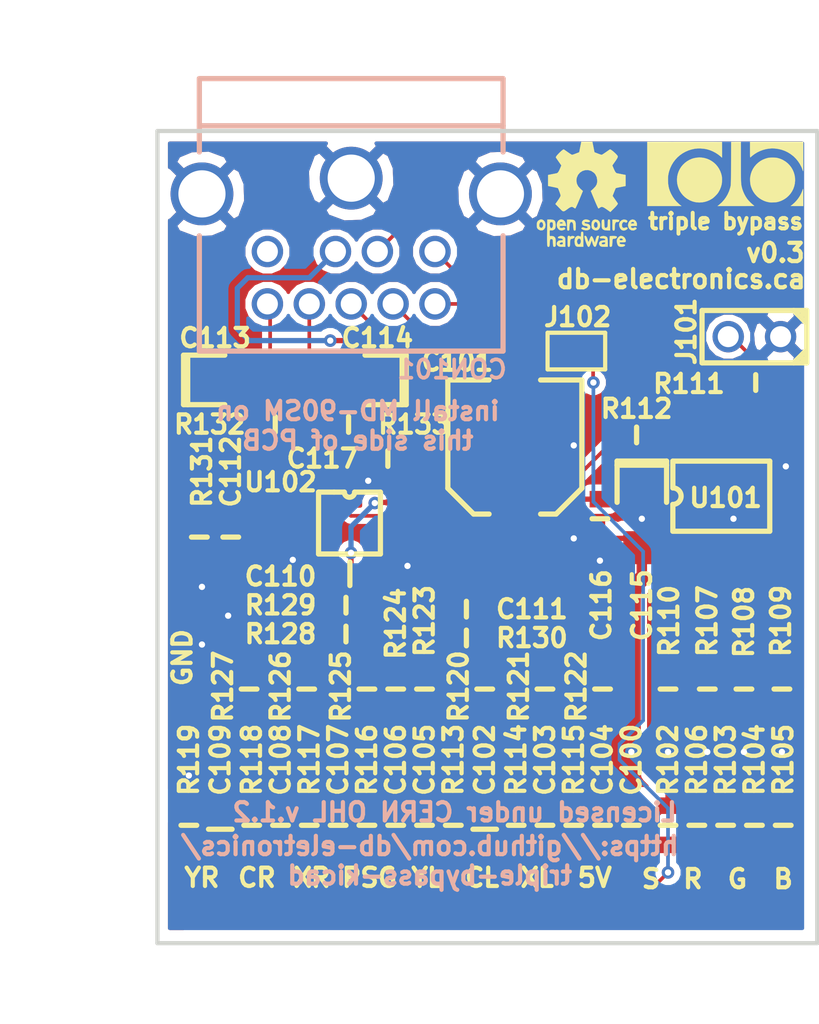
<source format=kicad_pcb>
(kicad_pcb (version 4) (host pcbnew 4.0.2+dfsg1-stable)

  (general
    (links 107)
    (no_connects 0)
    (area 117.314567 71.1505 159.5247 123.540501)
    (thickness 1.6)
    (drawings 26)
    (tracks 346)
    (zones 0)
    (modules 70)
    (nets 46)
  )

  (page A)
  (title_block
    (title "Triple Bypass")
    (date 2018-08-07)
    (rev 0.3)
    (company "db Electronics")
    (comment 1 https://github.com/db-electronics/triple-bypass-kicad)
    (comment 2 "Licensed under CERN OHL v.1.2")
  )

  (layers
    (0 F.Cu signal)
    (31 B.Cu signal)
    (32 B.Adhes user)
    (33 F.Adhes user)
    (34 B.Paste user)
    (35 F.Paste user)
    (36 B.SilkS user)
    (37 F.SilkS user)
    (38 B.Mask user)
    (39 F.Mask user)
    (40 Dwgs.User user)
    (41 Cmts.User user)
    (42 Eco1.User user)
    (43 Eco2.User user)
    (44 Edge.Cuts user)
    (45 Margin user)
    (46 B.CrtYd user)
    (47 F.CrtYd user)
    (48 B.Fab user)
    (49 F.Fab user)
  )

  (setup
    (last_trace_width 0.1778)
    (trace_clearance 0.1778)
    (zone_clearance 0.3048)
    (zone_45_only no)
    (trace_min 0.1778)
    (segment_width 0.2)
    (edge_width 0.2032)
    (via_size 0.6096)
    (via_drill 0.3048)
    (via_min_size 0.6096)
    (via_min_drill 0.3048)
    (uvia_size 0.6096)
    (uvia_drill 0.3048)
    (uvias_allowed no)
    (uvia_min_size 0.6096)
    (uvia_min_drill 0.3048)
    (pcb_text_width 0.3)
    (pcb_text_size 1.5 1.5)
    (mod_edge_width 0.15)
    (mod_text_size 1 1)
    (mod_text_width 0.15)
    (pad_size 1.524 1.524)
    (pad_drill 0.762)
    (pad_to_mask_clearance 0.2)
    (aux_axis_origin 0 0)
    (grid_origin 125.095 117.602)
    (visible_elements FFFFFF7F)
    (pcbplotparams
      (layerselection 0x010f0_80000001)
      (usegerberextensions true)
      (excludeedgelayer true)
      (linewidth 0.100000)
      (plotframeref false)
      (viasonmask false)
      (mode 1)
      (useauxorigin true)
      (hpglpennumber 1)
      (hpglpenspeed 20)
      (hpglpendiameter 15)
      (hpglpenoverlay 2)
      (psnegative false)
      (psa4output false)
      (plotreference true)
      (plotvalue true)
      (plotinvisibletext false)
      (padsonsilk false)
      (subtractmaskfromsilk false)
      (outputformat 1)
      (mirror false)
      (drillshape 0)
      (scaleselection 1)
      (outputdirectory gerbers/0.3))
  )

  (net 0 "")
  (net 1 /SYNC-75)
  (net 2 "Net-(C101-Pad1)")
  (net 3 "Net-(C102-Pad1)")
  (net 4 "Net-(C103-Pad2)")
  (net 5 "Net-(C104-Pad2)")
  (net 6 "Net-(C105-Pad2)")
  (net 7 "Net-(C106-Pad2)")
  (net 8 "Net-(C107-Pad2)")
  (net 9 "Net-(C108-Pad2)")
  (net 10 "Net-(C109-Pad1)")
  (net 11 GND)
  (net 12 "Net-(C110-Pad2)")
  (net 13 "Net-(C111-Pad1)")
  (net 14 "Net-(C111-Pad2)")
  (net 15 "Net-(C112-Pad1)")
  (net 16 "Net-(C112-Pad2)")
  (net 17 "Net-(C113-Pad1)")
  (net 18 /SR)
  (net 19 "Net-(C114-Pad1)")
  (net 20 /SL)
  (net 21 +5V)
  (net 22 /SYNC-OUT)
  (net 23 "Net-(CON101-Pad6)")
  (net 24 "Net-(J101-Pad2)")
  (net 25 /SYNC-TTL)
  (net 26 "Net-(R103-Pad1)")
  (net 27 "Net-(R104-Pad1)")
  (net 28 "Net-(R105-Pad1)")
  (net 29 "Net-(R106-Pad1)")
  (net 30 "Net-(R112-Pad2)")
  (net 31 "Net-(U101-Pad7)")
  (net 32 "Net-(U101-Pad8)")
  (net 33 /B-In)
  (net 34 /YM-Left)
  (net 35 /SCD-Left)
  (net 36 /32X-Left)
  (net 37 /PSG)
  (net 38 /32X-Right)
  (net 39 /SCD-Right)
  (net 40 /YM-Right)
  (net 41 /R-Out)
  (net 42 /G-Out)
  (net 43 /B-Out)
  (net 44 /G-In)
  (net 45 /R-In)

  (net_class Default "This is the default net class."
    (clearance 0.1778)
    (trace_width 0.1778)
    (via_dia 0.6096)
    (via_drill 0.3048)
    (uvia_dia 0.6096)
    (uvia_drill 0.3048)
    (add_net /32X-Left)
    (add_net /32X-Right)
    (add_net /B-In)
    (add_net /B-Out)
    (add_net /G-In)
    (add_net /G-Out)
    (add_net /PSG)
    (add_net /R-In)
    (add_net /R-Out)
    (add_net /SCD-Left)
    (add_net /SCD-Right)
    (add_net /SL)
    (add_net /SR)
    (add_net /SYNC-75)
    (add_net /SYNC-OUT)
    (add_net /SYNC-TTL)
    (add_net /YM-Left)
    (add_net /YM-Right)
    (add_net "Net-(C101-Pad1)")
    (add_net "Net-(C102-Pad1)")
    (add_net "Net-(C103-Pad2)")
    (add_net "Net-(C104-Pad2)")
    (add_net "Net-(C105-Pad2)")
    (add_net "Net-(C106-Pad2)")
    (add_net "Net-(C107-Pad2)")
    (add_net "Net-(C108-Pad2)")
    (add_net "Net-(C109-Pad1)")
    (add_net "Net-(C110-Pad2)")
    (add_net "Net-(C111-Pad1)")
    (add_net "Net-(C111-Pad2)")
    (add_net "Net-(C112-Pad1)")
    (add_net "Net-(C112-Pad2)")
    (add_net "Net-(C113-Pad1)")
    (add_net "Net-(C114-Pad1)")
    (add_net "Net-(CON101-Pad6)")
    (add_net "Net-(J101-Pad2)")
    (add_net "Net-(R103-Pad1)")
    (add_net "Net-(R104-Pad1)")
    (add_net "Net-(R105-Pad1)")
    (add_net "Net-(R106-Pad1)")
    (add_net "Net-(R112-Pad2)")
    (add_net "Net-(U101-Pad7)")
    (add_net "Net-(U101-Pad8)")
  )

  (net_class Power ""
    (clearance 0.1778)
    (trace_width 0.254)
    (via_dia 0.6096)
    (via_drill 0.3048)
    (uvia_dia 0.6096)
    (uvia_drill 0.3048)
    (add_net +5V)
    (add_net GND)
  )

  (module db-smt:TSSOP-14 (layer F.Cu) (tedit 5B61BE66) (tstamp 5B61068A)
    (at 150.495 98.933 90)
    (path /5B619AF6)
    (solder_mask_margin 0.1)
    (fp_text reference U101 (at 2.921 2.159 180) (layer F.SilkS)
      (effects (font (size 0.889 0.889) (thickness 0.2032)))
    )
    (fp_text value THS7374IPWR (at 2.4 -2.7 90) (layer F.Fab) hide
      (effects (font (size 0.889 0.889) (thickness 0.1778)))
    )
    (fp_line (start 2.6 -0.4) (end 1.3 -0.4) (layer F.SilkS) (width 0.254))
    (fp_line (start 4.7 -0.4) (end 3.4 -0.4) (layer F.SilkS) (width 0.254))
    (fp_arc (start 3 -0.4) (end 3.4 -0.4) (angle 180) (layer F.SilkS) (width 0.254))
    (fp_line (start 4.7 4.3) (end 4.7 -0.4) (layer F.SilkS) (width 0.254))
    (fp_line (start 1.3 4.3) (end 4.7 4.3) (layer F.SilkS) (width 0.254))
    (fp_line (start 1.3 -0.4) (end 1.3 4.3) (layer F.SilkS) (width 0.254))
    (pad 1 smd rect (at 0 0 90) (size 2 0.3) (layers F.Cu F.Paste F.Mask)
      (net 29 "Net-(R106-Pad1)"))
    (pad 2 smd rect (at 0 0.65 90) (size 2 0.3) (layers F.Cu F.Paste F.Mask)
      (net 26 "Net-(R103-Pad1)"))
    (pad 3 smd rect (at 0 1.3 90) (size 2 0.3) (layers F.Cu F.Paste F.Mask)
      (net 27 "Net-(R104-Pad1)"))
    (pad 4 smd rect (at 0 1.95 90) (size 2 0.3) (layers F.Cu F.Paste F.Mask)
      (net 28 "Net-(R105-Pad1)"))
    (pad 5 smd rect (at 0 2.6 90) (size 2 0.3) (layers F.Cu F.Paste F.Mask)
      (net 11 GND))
    (pad 6 smd rect (at 0 3.25 90) (size 2 0.3) (layers F.Cu F.Paste F.Mask)
      (net 11 GND))
    (pad 7 smd rect (at 0 3.9 90) (size 2 0.3) (layers F.Cu F.Paste F.Mask)
      (net 31 "Net-(U101-Pad7)"))
    (pad 8 smd rect (at 6 3.9 90) (size 2 0.3) (layers F.Cu F.Paste F.Mask)
      (net 32 "Net-(U101-Pad8)"))
    (pad 9 smd rect (at 6 3.25 90) (size 2 0.3) (layers F.Cu F.Paste F.Mask)
      (net 24 "Net-(J101-Pad2)"))
    (pad 10 smd rect (at 6 2.6 90) (size 2 0.3) (layers F.Cu F.Paste F.Mask)
      (net 21 +5V))
    (pad 11 smd rect (at 6 1.95 90) (size 2 0.3) (layers F.Cu F.Paste F.Mask)
      (net 43 /B-Out))
    (pad 12 smd rect (at 6 1.3 90) (size 2 0.3) (layers F.Cu F.Paste F.Mask)
      (net 42 /G-Out))
    (pad 13 smd rect (at 6 0.65 90) (size 2 0.3) (layers F.Cu F.Paste F.Mask)
      (net 41 /R-Out))
    (pad 14 smd rect (at 6 0 90) (size 2 0.3) (layers F.Cu F.Paste F.Mask)
      (net 30 "Net-(R112-Pad2)"))
  )

  (module db-smt:0603 (layer F.Cu) (tedit 5B619BFB) (tstamp 5B60F7F5)
    (at 155.3845 105.283 90)
    (tags 0603)
    (path /5A68F65A)
    (solder_mask_margin 0.1016)
    (attr smd)
    (fp_text reference R109 (at 3.302 -0.0508 90) (layer F.SilkS)
      (effects (font (size 0.889 0.889) (thickness 0.2032)))
    )
    (fp_text value 1.00k (at 0.508 -2.54 90) (layer F.Fab) hide
      (effects (font (size 1 1) (thickness 0.15)))
    )
    (fp_line (start 0 -0.381) (end 0 0.381) (layer F.SilkS) (width 0.254))
    (pad 1 smd rect (at -0.95 0 90) (size 0.8 1) (layers F.Cu F.Paste F.Mask)
      (net 11 GND))
    (pad 2 smd rect (at 0.95 0 90) (size 0.8 1) (layers F.Cu F.Paste F.Mask)
      (net 28 "Net-(R105-Pad1)"))
    (model Resistors_SMD.3dshapes/R_0603.wrl
      (at (xyz 0 0 0))
      (scale (xyz 1 1 1))
      (rotate (xyz 0 0 0))
    )
  )

  (module db-smt:TP50 (layer F.Cu) (tedit 5B61A578) (tstamp 5B60F6F0)
    (at 155.448 115.951)
    (path /5A6C96BB)
    (solder_mask_margin 0.1016)
    (fp_text reference B1 (at 0 -1.397) (layer F.SilkS) hide
      (effects (font (size 0.889 0.889) (thickness 0.2032)))
    )
    (fp_text value TP_50 (at 0 -3.25) (layer F.Fab) hide
      (effects (font (size 0.889 0.889) (thickness 0.2032)))
    )
    (pad 1 smd rect (at 0 0) (size 1.27 1.27) (layers F.Cu F.Paste F.Mask)
      (net 33 /B-In))
  )

  (module db-smt:SMD-6.6x6.6 (layer F.Cu) (tedit 5A6BE195) (tstamp 5B60F6FE)
    (at 142.4305 90.551 270)
    (path /5A68EAC5)
    (solder_mask_margin 0.1016)
    (fp_text reference C101 (at -1.143 2.794 540) (layer F.SilkS)
      (effects (font (size 0.889 0.889) (thickness 0.2032)))
    )
    (fp_text value 220uF/10V (at 4.064 -5.334 270) (layer F.Fab) hide
      (effects (font (size 0.889 0.889) (thickness 0.1778)))
    )
    (fp_line (start 6.25 2) (end 5 3.25) (layer F.SilkS) (width 0.254))
    (fp_line (start 6.25 1.25) (end 6.25 2) (layer F.SilkS) (width 0.254))
    (fp_line (start 6.25 -2) (end 5 -3.25) (layer F.SilkS) (width 0.254))
    (fp_line (start 6.25 -1.25) (end 6.25 -2) (layer F.SilkS) (width 0.254))
    (fp_line (start -0.25 3.25) (end 5 3.25) (layer F.SilkS) (width 0.254))
    (fp_line (start -0.25 1.25) (end -0.25 3.25) (layer F.SilkS) (width 0.254))
    (fp_line (start -0.25 -3.25) (end 5 -3.25) (layer F.SilkS) (width 0.254))
    (fp_line (start -0.25 -1.25) (end -0.25 -3.25) (layer F.SilkS) (width 0.254))
    (pad 2 smd rect (at 0 0 270) (size 3.7 1.6) (layers F.Cu F.Paste F.Mask)
      (net 1 /SYNC-75))
    (pad 1 smd rect (at 5.8 0 270) (size 3.7 1.6) (layers F.Cu F.Paste F.Mask)
      (net 2 "Net-(C101-Pad1)"))
  )

  (module db-smt:0805 (layer F.Cu) (tedit 5B61BB87) (tstamp 5B60F705)
    (at 140.97 110.998 270)
    (tags 0805)
    (path /5A6ADEBF)
    (solder_mask_margin 0.1016)
    (attr smd)
    (fp_text reference C102 (at -2.286 0 270) (layer F.SilkS)
      (effects (font (size 0.889 0.889) (thickness 0.2032)))
    )
    (fp_text value 10uF/10V (at 1.016 -2.54 270) (layer F.Fab) hide
      (effects (font (size 1 1) (thickness 0.15)))
    )
    (fp_line (start 1.0795 -0.5715) (end 1.0795 0.5715) (layer F.SilkS) (width 0.254))
    (pad 1 smd rect (at 0 0 270) (size 1.016 1.27) (layers F.Cu F.Paste F.Mask)
      (net 3 "Net-(C102-Pad1)"))
    (pad 2 smd rect (at 2.159 0 270) (size 1.016 1.27) (layers F.Cu F.Paste F.Mask)
      (net 34 /YM-Left))
    (model Resistors_SMD.3dshapes/R_0603.wrl
      (at (xyz 0 0 0))
      (scale (xyz 1 1 1))
      (rotate (xyz 0 0 0))
    )
  )

  (module db-smt:0603 (layer F.Cu) (tedit 5B61BB4E) (tstamp 5B60F70C)
    (at 143.891 111.887 90)
    (tags 0603)
    (path /5A6AE423)
    (solder_mask_margin 0.1016)
    (attr smd)
    (fp_text reference C103 (at 3.175 0 90) (layer F.SilkS)
      (effects (font (size 0.889 0.889) (thickness 0.2032)))
    )
    (fp_text value 1uF/16V (at 0.508 -2.54 90) (layer F.Fab) hide
      (effects (font (size 1 1) (thickness 0.15)))
    )
    (fp_line (start 0 -0.381) (end 0 0.381) (layer F.SilkS) (width 0.254))
    (pad 1 smd rect (at -0.95 0 90) (size 0.8 1) (layers F.Cu F.Paste F.Mask)
      (net 35 /SCD-Left))
    (pad 2 smd rect (at 0.95 0 90) (size 0.8 1) (layers F.Cu F.Paste F.Mask)
      (net 4 "Net-(C103-Pad2)"))
    (model Resistors_SMD.3dshapes/R_0603.wrl
      (at (xyz 0 0 0))
      (scale (xyz 1 1 1))
      (rotate (xyz 0 0 0))
    )
  )

  (module db-smt:0603 (layer F.Cu) (tedit 5B61BB1F) (tstamp 5B60F713)
    (at 146.685 111.887 90)
    (tags 0603)
    (path /5A6AF4D5)
    (solder_mask_margin 0.1016)
    (attr smd)
    (fp_text reference C104 (at 3.175 0 90) (layer F.SilkS)
      (effects (font (size 0.889 0.889) (thickness 0.2032)))
    )
    (fp_text value 1uF/16V (at 0.508 -2.54 90) (layer F.Fab) hide
      (effects (font (size 1 1) (thickness 0.15)))
    )
    (fp_line (start 0 -0.381) (end 0 0.381) (layer F.SilkS) (width 0.254))
    (pad 1 smd rect (at -0.95 0 90) (size 0.8 1) (layers F.Cu F.Paste F.Mask)
      (net 36 /32X-Left))
    (pad 2 smd rect (at 0.95 0 90) (size 0.8 1) (layers F.Cu F.Paste F.Mask)
      (net 5 "Net-(C104-Pad2)"))
    (model Resistors_SMD.3dshapes/R_0603.wrl
      (at (xyz 0 0 0))
      (scale (xyz 1 1 1))
      (rotate (xyz 0 0 0))
    )
  )

  (module db-smt:0603 (layer F.Cu) (tedit 5B61BBBB) (tstamp 5B60F71A)
    (at 138.049 111.887 90)
    (tags 0603)
    (path /5A6AF5A5)
    (solder_mask_margin 0.1016)
    (attr smd)
    (fp_text reference C105 (at 3.175 0 90) (layer F.SilkS)
      (effects (font (size 0.889 0.889) (thickness 0.2032)))
    )
    (fp_text value 1uF/16V (at 0.508 -2.54 90) (layer F.Fab) hide
      (effects (font (size 1 1) (thickness 0.15)))
    )
    (fp_line (start 0 -0.381) (end 0 0.381) (layer F.SilkS) (width 0.254))
    (pad 1 smd rect (at -0.95 0 90) (size 0.8 1) (layers F.Cu F.Paste F.Mask)
      (net 37 /PSG))
    (pad 2 smd rect (at 0.95 0 90) (size 0.8 1) (layers F.Cu F.Paste F.Mask)
      (net 6 "Net-(C105-Pad2)"))
    (model Resistors_SMD.3dshapes/R_0603.wrl
      (at (xyz 0 0 0))
      (scale (xyz 1 1 1))
      (rotate (xyz 0 0 0))
    )
  )

  (module db-smt:0603 (layer F.Cu) (tedit 5B61BBBD) (tstamp 5B60F721)
    (at 136.652 111.887 90)
    (tags 0603)
    (path /5A6B581A)
    (solder_mask_margin 0.1016)
    (attr smd)
    (fp_text reference C106 (at 3.175 0 90) (layer F.SilkS)
      (effects (font (size 0.889 0.889) (thickness 0.2032)))
    )
    (fp_text value 1uF/16V (at 0.508 -2.54 90) (layer F.Fab) hide
      (effects (font (size 1 1) (thickness 0.15)))
    )
    (fp_line (start 0 -0.381) (end 0 0.381) (layer F.SilkS) (width 0.254))
    (pad 1 smd rect (at -0.95 0 90) (size 0.8 1) (layers F.Cu F.Paste F.Mask)
      (net 37 /PSG))
    (pad 2 smd rect (at 0.95 0 90) (size 0.8 1) (layers F.Cu F.Paste F.Mask)
      (net 7 "Net-(C106-Pad2)"))
    (model Resistors_SMD.3dshapes/R_0603.wrl
      (at (xyz 0 0 0))
      (scale (xyz 1 1 1))
      (rotate (xyz 0 0 0))
    )
  )

  (module db-smt:0603 (layer F.Cu) (tedit 5B61BBC8) (tstamp 5B60F728)
    (at 133.858 111.887 90)
    (tags 0603)
    (path /5A6B5B52)
    (solder_mask_margin 0.1016)
    (attr smd)
    (fp_text reference C107 (at 3.175 0 90) (layer F.SilkS)
      (effects (font (size 0.889 0.889) (thickness 0.2032)))
    )
    (fp_text value 1uF/16V (at 0.508 -2.54 90) (layer F.Fab) hide
      (effects (font (size 1 1) (thickness 0.15)))
    )
    (fp_line (start 0 -0.381) (end 0 0.381) (layer F.SilkS) (width 0.254))
    (pad 1 smd rect (at -0.95 0 90) (size 0.8 1) (layers F.Cu F.Paste F.Mask)
      (net 38 /32X-Right))
    (pad 2 smd rect (at 0.95 0 90) (size 0.8 1) (layers F.Cu F.Paste F.Mask)
      (net 8 "Net-(C107-Pad2)"))
    (model Resistors_SMD.3dshapes/R_0603.wrl
      (at (xyz 0 0 0))
      (scale (xyz 1 1 1))
      (rotate (xyz 0 0 0))
    )
  )

  (module db-smt:0603 (layer F.Cu) (tedit 5B61BBEC) (tstamp 5B60F72F)
    (at 131.064 111.887 90)
    (tags 0603)
    (path /5A6B5B5A)
    (solder_mask_margin 0.1016)
    (attr smd)
    (fp_text reference C108 (at 3.175 0 90) (layer F.SilkS)
      (effects (font (size 0.889 0.889) (thickness 0.2032)))
    )
    (fp_text value 1uF/16V (at 0.508 -2.54 90) (layer F.Fab) hide
      (effects (font (size 1 1) (thickness 0.15)))
    )
    (fp_line (start 0 -0.381) (end 0 0.381) (layer F.SilkS) (width 0.254))
    (pad 1 smd rect (at -0.95 0 90) (size 0.8 1) (layers F.Cu F.Paste F.Mask)
      (net 39 /SCD-Right))
    (pad 2 smd rect (at 0.95 0 90) (size 0.8 1) (layers F.Cu F.Paste F.Mask)
      (net 9 "Net-(C108-Pad2)"))
    (model Resistors_SMD.3dshapes/R_0603.wrl
      (at (xyz 0 0 0))
      (scale (xyz 1 1 1))
      (rotate (xyz 0 0 0))
    )
  )

  (module db-smt:0805 (layer F.Cu) (tedit 5B61BC41) (tstamp 5B60F736)
    (at 128.143 110.998 270)
    (tags 0805)
    (path /5A6B698A)
    (solder_mask_margin 0.1016)
    (attr smd)
    (fp_text reference C109 (at -2.286 0 270) (layer F.SilkS)
      (effects (font (size 0.889 0.889) (thickness 0.2032)))
    )
    (fp_text value 10uF/10V (at 1.016 -2.54 270) (layer F.Fab) hide
      (effects (font (size 1 1) (thickness 0.15)))
    )
    (fp_line (start 1.0795 -0.5715) (end 1.0795 0.5715) (layer F.SilkS) (width 0.254))
    (pad 1 smd rect (at 0 0 270) (size 1.016 1.27) (layers F.Cu F.Paste F.Mask)
      (net 10 "Net-(C109-Pad1)"))
    (pad 2 smd rect (at 2.159 0 270) (size 1.016 1.27) (layers F.Cu F.Paste F.Mask)
      (net 40 /YM-Right))
    (model Resistors_SMD.3dshapes/R_0603.wrl
      (at (xyz 0 0 0))
      (scale (xyz 1 1 1))
      (rotate (xyz 0 0 0))
    )
  )

  (module db-smt:0805 (layer F.Cu) (tedit 5AA1DFC6) (tstamp 5B60F73D)
    (at 133.35 99.695)
    (tags 0805)
    (path /5A6BFDAE)
    (solder_mask_margin 0.1016)
    (attr smd)
    (fp_text reference C110 (at -2.286 0.127) (layer F.SilkS)
      (effects (font (size 0.889 0.889) (thickness 0.2032)))
    )
    (fp_text value 10uF/10V (at 1.016 -2.54) (layer F.Fab) hide
      (effects (font (size 1 1) (thickness 0.15)))
    )
    (fp_line (start 1.0795 -0.5715) (end 1.0795 0.5715) (layer F.SilkS) (width 0.254))
    (pad 1 smd rect (at 0 0) (size 1.016 1.27) (layers F.Cu F.Paste F.Mask)
      (net 11 GND))
    (pad 2 smd rect (at 2.159 0) (size 1.016 1.27) (layers F.Cu F.Paste F.Mask)
      (net 12 "Net-(C110-Pad2)"))
    (model Resistors_SMD.3dshapes/R_0603.wrl
      (at (xyz 0 0 0))
      (scale (xyz 1 1 1))
      (rotate (xyz 0 0 0))
    )
  )

  (module db-smt:0603 (layer F.Cu) (tedit 5AA6C7C1) (tstamp 5B60F744)
    (at 140.081 101.4095)
    (tags 0603)
    (path /5A6A45C1)
    (solder_mask_margin 0.1016)
    (attr smd)
    (fp_text reference C111 (at 3.175 0) (layer F.SilkS)
      (effects (font (size 0.889 0.889) (thickness 0.2032)))
    )
    (fp_text value 270pF/50V (at 0.508 -2.54) (layer F.Fab) hide
      (effects (font (size 1 1) (thickness 0.15)))
    )
    (fp_line (start 0 -0.381) (end 0 0.381) (layer F.SilkS) (width 0.254))
    (pad 1 smd rect (at -0.95 0) (size 0.8 1) (layers F.Cu F.Paste F.Mask)
      (net 13 "Net-(C111-Pad1)"))
    (pad 2 smd rect (at 0.95 0) (size 0.8 1) (layers F.Cu F.Paste F.Mask)
      (net 14 "Net-(C111-Pad2)"))
    (model Resistors_SMD.3dshapes/R_0603.wrl
      (at (xyz 0 0 0))
      (scale (xyz 1 1 1))
      (rotate (xyz 0 0 0))
    )
  )

  (module db-smt:0603 (layer F.Cu) (tedit 5AA6C7C1) (tstamp 5B60F74B)
    (at 128.651 97.917 90)
    (tags 0603)
    (path /5A6A6737)
    (solder_mask_margin 0.1016)
    (attr smd)
    (fp_text reference C112 (at 3.175 0 90) (layer F.SilkS)
      (effects (font (size 0.889 0.889) (thickness 0.2032)))
    )
    (fp_text value 270pF/50V (at 0.508 -2.54 90) (layer F.Fab) hide
      (effects (font (size 1 1) (thickness 0.15)))
    )
    (fp_line (start 0 -0.381) (end 0 0.381) (layer F.SilkS) (width 0.254))
    (pad 1 smd rect (at -0.95 0 90) (size 0.8 1) (layers F.Cu F.Paste F.Mask)
      (net 15 "Net-(C112-Pad1)"))
    (pad 2 smd rect (at 0.95 0 90) (size 0.8 1) (layers F.Cu F.Paste F.Mask)
      (net 16 "Net-(C112-Pad2)"))
    (model Resistors_SMD.3dshapes/R_0603.wrl
      (at (xyz 0 0 0))
      (scale (xyz 1 1 1))
      (rotate (xyz 0 0 0))
    )
  )

  (module db-smt:1206_P (layer F.Cu) (tedit 5B619FDA) (tstamp 5B60F757)
    (at 127.762 90.297)
    (path /5A6A43B7)
    (solder_mask_margin 0.1016)
    (fp_text reference C113 (at 0.127 -2.032) (layer F.SilkS)
      (effects (font (size 0.889 0.889) (thickness 0.2032)))
    )
    (fp_text value 22uF/10V (at 0.8 -3.2) (layer F.Fab) hide
      (effects (font (size 0.889 0.889) (thickness 0.2032)))
    )
    (fp_line (start -1.4 1.2) (end -1.2 1.2) (layer F.SilkS) (width 0.254))
    (fp_line (start -1.4 -1.2) (end -1.4 1.2) (layer F.SilkS) (width 0.254))
    (fp_line (start -1.2 -1.2) (end -1.4 -1.2) (layer F.SilkS) (width 0.254))
    (fp_line (start -1.2 1.2) (end 0.6 1.2) (layer F.SilkS) (width 0.254))
    (fp_line (start -1.2 -1.2) (end -1.2 1.2) (layer F.SilkS) (width 0.254))
    (fp_line (start 0.6 -1.2) (end -1.2 -1.2) (layer F.SilkS) (width 0.254))
    (pad 1 smd rect (at 0 0) (size 1.6 1.8) (layers F.Cu F.Paste F.Mask)
      (net 17 "Net-(C113-Pad1)"))
    (pad 2 smd rect (at 2.8 0) (size 1.6 1.8) (layers F.Cu F.Paste F.Mask)
      (net 18 /SR))
  )

  (module db-smt:1206_P (layer F.Cu) (tedit 5B619FE0) (tstamp 5B60F763)
    (at 135.763 90.297 180)
    (path /5A6A416F)
    (solder_mask_margin 0.1016)
    (fp_text reference C114 (at 0 2.032 180) (layer F.SilkS)
      (effects (font (size 0.889 0.889) (thickness 0.2032)))
    )
    (fp_text value 22uF/10V (at 0.8 -3.2 180) (layer F.Fab) hide
      (effects (font (size 0.889 0.889) (thickness 0.2032)))
    )
    (fp_line (start -1.4 1.2) (end -1.2 1.2) (layer F.SilkS) (width 0.254))
    (fp_line (start -1.4 -1.2) (end -1.4 1.2) (layer F.SilkS) (width 0.254))
    (fp_line (start -1.2 -1.2) (end -1.4 -1.2) (layer F.SilkS) (width 0.254))
    (fp_line (start -1.2 1.2) (end 0.6 1.2) (layer F.SilkS) (width 0.254))
    (fp_line (start -1.2 -1.2) (end -1.2 1.2) (layer F.SilkS) (width 0.254))
    (fp_line (start 0.6 -1.2) (end -1.2 -1.2) (layer F.SilkS) (width 0.254))
    (pad 1 smd rect (at 0 0 180) (size 1.6 1.8) (layers F.Cu F.Paste F.Mask)
      (net 19 "Net-(C114-Pad1)"))
    (pad 2 smd rect (at 2.8 0 180) (size 1.6 1.8) (layers F.Cu F.Paste F.Mask)
      (net 20 /SL))
  )

  (module db-smt:1206_P (layer F.Cu) (tedit 5B61BEC2) (tstamp 5B60F76F)
    (at 148.59 95.631 270)
    (path /5A6B1599)
    (solder_mask_margin 0.1016)
    (fp_text reference C115 (at 5.588 0 450) (layer F.SilkS)
      (effects (font (size 0.889 0.889) (thickness 0.2032)))
    )
    (fp_text value 22uF/10V (at 0.8 -3.2 270) (layer F.Fab) hide
      (effects (font (size 0.889 0.889) (thickness 0.2032)))
    )
    (fp_line (start -1.4 1.2) (end -1.2 1.2) (layer F.SilkS) (width 0.254))
    (fp_line (start -1.4 -1.2) (end -1.4 1.2) (layer F.SilkS) (width 0.254))
    (fp_line (start -1.2 -1.2) (end -1.4 -1.2) (layer F.SilkS) (width 0.254))
    (fp_line (start -1.2 1.2) (end 0.6 1.2) (layer F.SilkS) (width 0.254))
    (fp_line (start -1.2 -1.2) (end -1.2 1.2) (layer F.SilkS) (width 0.254))
    (fp_line (start 0.6 -1.2) (end -1.2 -1.2) (layer F.SilkS) (width 0.254))
    (pad 1 smd rect (at 0 0 270) (size 1.6 1.8) (layers F.Cu F.Paste F.Mask)
      (net 21 +5V))
    (pad 2 smd rect (at 2.8 0 270) (size 1.6 1.8) (layers F.Cu F.Paste F.Mask)
      (net 11 GND))
  )

  (module db-smt:0603 (layer F.Cu) (tedit 5B61BEC5) (tstamp 5B60F776)
    (at 146.558 97.028 270)
    (tags 0603)
    (path /5A6969A7)
    (solder_mask_margin 0.1016)
    (attr smd)
    (fp_text reference C116 (at 4.191 -0.0635 270) (layer F.SilkS)
      (effects (font (size 0.889 0.889) (thickness 0.2032)))
    )
    (fp_text value 0.1uF/50V (at 0.508 -2.54 270) (layer F.Fab) hide
      (effects (font (size 1 1) (thickness 0.15)))
    )
    (fp_line (start 0 -0.381) (end 0 0.381) (layer F.SilkS) (width 0.254))
    (pad 1 smd rect (at -0.95 0 270) (size 0.8 1) (layers F.Cu F.Paste F.Mask)
      (net 21 +5V))
    (pad 2 smd rect (at 0.95 0 270) (size 0.8 1) (layers F.Cu F.Paste F.Mask)
      (net 11 GND))
    (model Resistors_SMD.3dshapes/R_0603.wrl
      (at (xyz 0 0 0))
      (scale (xyz 1 1 1))
      (rotate (xyz 0 0 0))
    )
  )

  (module db-smt:0603 (layer F.Cu) (tedit 5B61BA7C) (tstamp 5B60F77D)
    (at 136.271 94.107 180)
    (tags 0603)
    (path /5A69618C)
    (solder_mask_margin 0.1016)
    (attr smd)
    (fp_text reference C117 (at 3.175 0 180) (layer F.SilkS)
      (effects (font (size 0.889 0.889) (thickness 0.2032)))
    )
    (fp_text value 0.1uF/50V (at 0.508 -2.54 180) (layer F.Fab) hide
      (effects (font (size 1 1) (thickness 0.15)))
    )
    (fp_line (start 0 -0.381) (end 0 0.381) (layer F.SilkS) (width 0.254))
    (pad 1 smd rect (at -0.95 0 180) (size 0.8 1) (layers F.Cu F.Paste F.Mask)
      (net 21 +5V))
    (pad 2 smd rect (at 0.95 0 180) (size 0.8 1) (layers F.Cu F.Paste F.Mask)
      (net 11 GND))
    (model Resistors_SMD.3dshapes/R_0603.wrl
      (at (xyz 0 0 0))
      (scale (xyz 1 1 1))
      (rotate (xyz 0 0 0))
    )
  )

  (module db-smt:TP50 (layer F.Cu) (tedit 5B61A57C) (tstamp 5B60F79B)
    (at 153.289 115.951)
    (path /5A6C9788)
    (solder_mask_margin 0.1016)
    (fp_text reference G1 (at 0 -1.397) (layer F.SilkS) hide
      (effects (font (size 0.889 0.889) (thickness 0.2032)))
    )
    (fp_text value TP_50 (at 0 -3.25) (layer F.Fab) hide
      (effects (font (size 0.889 0.889) (thickness 0.2032)))
    )
    (pad 1 smd rect (at 0 0) (size 1.27 1.27) (layers F.Cu F.Paste F.Mask)
      (net 44 /G-In))
  )

  (module db-thparts:HDR1X2 (layer F.Cu) (tedit 5B619F9C) (tstamp 5B60F7A9)
    (at 155.321 88.2015 270)
    (path /5A699EC0)
    (solder_mask_margin 0.1016)
    (fp_text reference J101 (at -0.254 4.572 450) (layer F.SilkS)
      (effects (font (size 0.889 0.889) (thickness 0.2032)))
    )
    (fp_text value HDR1X2 (at 1.27 -3.302 270) (layer F.Fab) hide
      (effects (font (size 0.889 0.889) (thickness 0.2032)))
    )
    (fp_line (start 1.27 -1.27) (end 1.016 -1.016) (layer F.SilkS) (width 0.254))
    (fp_line (start -1.27 -1.27) (end -1.016 -1.016) (layer F.SilkS) (width 0.254))
    (fp_line (start 0.635 -1.27) (end 1.27 -0.635) (layer F.SilkS) (width 0.254))
    (fp_line (start -0.635 -1.27) (end -1.27 -0.635) (layer F.SilkS) (width 0.254))
    (fp_line (start -1.27 3.81) (end -1.27 -1.27) (layer F.SilkS) (width 0.254))
    (fp_line (start 1.27 3.81) (end -1.27 3.81) (layer F.SilkS) (width 0.254))
    (fp_line (start 1.27 -1.27) (end 1.27 3.81) (layer F.SilkS) (width 0.254))
    (fp_line (start -1.27 -1.27) (end 1.27 -1.27) (layer F.SilkS) (width 0.254))
    (pad 1 thru_hole circle (at 0 0 270) (size 1.524 1.524) (drill 1.016) (layers *.Cu *.Mask)
      (net 11 GND) (solder_mask_margin 0.1016))
    (pad 2 thru_hole circle (at 0 2.54 270) (size 1.524 1.524) (drill 1.016) (layers *.Cu *.Mask)
      (net 24 "Net-(J101-Pad2)") (solder_mask_margin 0.1016))
  )

  (module db-smt:TP50 (layer F.Cu) (tedit 5B61A576) (tstamp 5B60F7BD)
    (at 151.13 115.951)
    (path /5A6C9465)
    (solder_mask_margin 0.1016)
    (fp_text reference R1 (at 0 -1.397) (layer F.SilkS) hide
      (effects (font (size 0.889 0.889) (thickness 0.2032)))
    )
    (fp_text value TP_50 (at 0 -3.25) (layer F.Fab) hide
      (effects (font (size 0.889 0.889) (thickness 0.2032)))
    )
    (pad 1 smd rect (at 0 0) (size 1.27 1.27) (layers F.Cu F.Paste F.Mask)
      (net 45 /R-In))
  )

  (module db-smt:0603 (layer F.Cu) (tedit 5B610592) (tstamp 5B60F7C4)
    (at 149.86 111.887 90)
    (tags 0603)
    (path /5A69337A)
    (solder_mask_margin 0.1016)
    (attr smd)
    (fp_text reference R102 (at 3.175 0 90) (layer F.SilkS)
      (effects (font (size 0.889 0.889) (thickness 0.2032)))
    )
    (fp_text value 2.20k (at 0.508 -2.54 90) (layer F.Fab) hide
      (effects (font (size 1 1) (thickness 0.15)))
    )
    (fp_line (start 0 -0.381) (end 0 0.381) (layer F.SilkS) (width 0.254))
    (pad 1 smd rect (at -0.95 0 90) (size 0.8 1) (layers F.Cu F.Paste F.Mask)
      (net 25 /SYNC-TTL))
    (pad 2 smd rect (at 0.95 0 90) (size 0.8 1) (layers F.Cu F.Paste F.Mask)
      (net 21 +5V))
    (model Resistors_SMD.3dshapes/R_0603.wrl
      (at (xyz 0 0 0))
      (scale (xyz 1 1 1))
      (rotate (xyz 0 0 0))
    )
  )

  (module db-smt:0603 (layer F.Cu) (tedit 5B6104BF) (tstamp 5B60F7CB)
    (at 152.654 111.887 270)
    (tags 0603)
    (path /5A691035)
    (solder_mask_margin 0.1016)
    (attr smd)
    (fp_text reference R103 (at -3.175 0 270) (layer F.SilkS)
      (effects (font (size 0.889 0.889) (thickness 0.2032)))
    )
    (fp_text value 5.62k (at 0.508 -2.54 270) (layer F.Fab) hide
      (effects (font (size 1 1) (thickness 0.15)))
    )
    (fp_line (start 0 -0.381) (end 0 0.381) (layer F.SilkS) (width 0.254))
    (pad 1 smd rect (at -0.95 0 270) (size 0.8 1) (layers F.Cu F.Paste F.Mask)
      (net 26 "Net-(R103-Pad1)"))
    (pad 2 smd rect (at 0.95 0 270) (size 0.8 1) (layers F.Cu F.Paste F.Mask)
      (net 45 /R-In))
    (model Resistors_SMD.3dshapes/R_0603.wrl
      (at (xyz 0 0 0))
      (scale (xyz 1 1 1))
      (rotate (xyz 0 0 0))
    )
  )

  (module db-smt:0603 (layer F.Cu) (tedit 5B6104D5) (tstamp 5B60F7D2)
    (at 154.051 111.887 270)
    (tags 0603)
    (path /5A690FF8)
    (solder_mask_margin 0.1016)
    (attr smd)
    (fp_text reference R104 (at -3.175 0 270) (layer F.SilkS)
      (effects (font (size 0.889 0.889) (thickness 0.2032)))
    )
    (fp_text value 5.62k (at 0.508 -2.54 270) (layer F.Fab) hide
      (effects (font (size 1 1) (thickness 0.15)))
    )
    (fp_line (start 0 -0.381) (end 0 0.381) (layer F.SilkS) (width 0.254))
    (pad 1 smd rect (at -0.95 0 270) (size 0.8 1) (layers F.Cu F.Paste F.Mask)
      (net 27 "Net-(R104-Pad1)"))
    (pad 2 smd rect (at 0.95 0 270) (size 0.8 1) (layers F.Cu F.Paste F.Mask)
      (net 44 /G-In))
    (model Resistors_SMD.3dshapes/R_0603.wrl
      (at (xyz 0 0 0))
      (scale (xyz 1 1 1))
      (rotate (xyz 0 0 0))
    )
  )

  (module db-smt:0603 (layer F.Cu) (tedit 5B6104E3) (tstamp 5B60F7D9)
    (at 155.448 111.887 270)
    (tags 0603)
    (path /5A690FBE)
    (solder_mask_margin 0.1016)
    (attr smd)
    (fp_text reference R105 (at -3.175 0 270) (layer F.SilkS)
      (effects (font (size 0.889 0.889) (thickness 0.2032)))
    )
    (fp_text value 5.62k (at 0.508 -2.54 270) (layer F.Fab) hide
      (effects (font (size 1 1) (thickness 0.15)))
    )
    (fp_line (start 0 -0.381) (end 0 0.381) (layer F.SilkS) (width 0.254))
    (pad 1 smd rect (at -0.95 0 270) (size 0.8 1) (layers F.Cu F.Paste F.Mask)
      (net 28 "Net-(R105-Pad1)"))
    (pad 2 smd rect (at 0.95 0 270) (size 0.8 1) (layers F.Cu F.Paste F.Mask)
      (net 33 /B-In))
    (model Resistors_SMD.3dshapes/R_0603.wrl
      (at (xyz 0 0 0))
      (scale (xyz 1 1 1))
      (rotate (xyz 0 0 0))
    )
  )

  (module db-smt:0603 (layer F.Cu) (tedit 5B6104F8) (tstamp 5B60F7E0)
    (at 151.257 111.887 270)
    (tags 0603)
    (path /5A68F36D)
    (solder_mask_margin 0.1016)
    (attr smd)
    (fp_text reference R106 (at -3.175 0 270) (layer F.SilkS)
      (effects (font (size 0.889 0.889) (thickness 0.2032)))
    )
    (fp_text value 5.62k (at 0.508 -2.54 270) (layer F.Fab) hide
      (effects (font (size 1 1) (thickness 0.15)))
    )
    (fp_line (start 0 -0.381) (end 0 0.381) (layer F.SilkS) (width 0.254))
    (pad 1 smd rect (at -0.95 0 270) (size 0.8 1) (layers F.Cu F.Paste F.Mask)
      (net 29 "Net-(R106-Pad1)"))
    (pad 2 smd rect (at 0.95 0 270) (size 0.8 1) (layers F.Cu F.Paste F.Mask)
      (net 25 /SYNC-TTL))
    (model Resistors_SMD.3dshapes/R_0603.wrl
      (at (xyz 0 0 0))
      (scale (xyz 1 1 1))
      (rotate (xyz 0 0 0))
    )
  )

  (module db-smt:0603 (layer F.Cu) (tedit 5B619C02) (tstamp 5B60F7E7)
    (at 151.765 105.283 90)
    (tags 0603)
    (path /5A68F54D)
    (solder_mask_margin 0.1016)
    (attr smd)
    (fp_text reference R107 (at 3.302 0 90) (layer F.SilkS)
      (effects (font (size 0.889 0.889) (thickness 0.2032)))
    )
    (fp_text value 1.00k (at 0.508 -2.54 90) (layer F.Fab) hide
      (effects (font (size 1 1) (thickness 0.15)))
    )
    (fp_line (start 0 -0.381) (end 0 0.381) (layer F.SilkS) (width 0.254))
    (pad 1 smd rect (at -0.95 0 90) (size 0.8 1) (layers F.Cu F.Paste F.Mask)
      (net 11 GND))
    (pad 2 smd rect (at 0.95 0 90) (size 0.8 1) (layers F.Cu F.Paste F.Mask)
      (net 26 "Net-(R103-Pad1)"))
    (model Resistors_SMD.3dshapes/R_0603.wrl
      (at (xyz 0 0 0))
      (scale (xyz 1 1 1))
      (rotate (xyz 0 0 0))
    )
  )

  (module db-smt:0603 (layer F.Cu) (tedit 5B619BED) (tstamp 5B60F7EE)
    (at 153.543 105.283 90)
    (tags 0603)
    (path /5A68F621)
    (solder_mask_margin 0.1016)
    (attr smd)
    (fp_text reference R108 (at 3.2512 0 90) (layer F.SilkS)
      (effects (font (size 0.889 0.889) (thickness 0.2032)))
    )
    (fp_text value 1.00k (at 0.508 -2.54 90) (layer F.Fab) hide
      (effects (font (size 1 1) (thickness 0.15)))
    )
    (fp_line (start 0 -0.381) (end 0 0.381) (layer F.SilkS) (width 0.254))
    (pad 1 smd rect (at -0.95 0 90) (size 0.8 1) (layers F.Cu F.Paste F.Mask)
      (net 11 GND))
    (pad 2 smd rect (at 0.95 0 90) (size 0.8 1) (layers F.Cu F.Paste F.Mask)
      (net 27 "Net-(R104-Pad1)"))
    (model Resistors_SMD.3dshapes/R_0603.wrl
      (at (xyz 0 0 0))
      (scale (xyz 1 1 1))
      (rotate (xyz 0 0 0))
    )
  )

  (module db-smt:0603 (layer F.Cu) (tedit 5B619C0F) (tstamp 5B60F7FC)
    (at 149.86 105.283 90)
    (tags 0603)
    (path /5A68F698)
    (solder_mask_margin 0.1016)
    (attr smd)
    (fp_text reference R110 (at 3.302 0.0508 90) (layer F.SilkS)
      (effects (font (size 0.889 0.889) (thickness 0.2032)))
    )
    (fp_text value 1.00k (at 0.508 -2.54 90) (layer F.Fab) hide
      (effects (font (size 1 1) (thickness 0.15)))
    )
    (fp_line (start 0 -0.381) (end 0 0.381) (layer F.SilkS) (width 0.254))
    (pad 1 smd rect (at -0.95 0 90) (size 0.8 1) (layers F.Cu F.Paste F.Mask)
      (net 11 GND))
    (pad 2 smd rect (at 0.95 0 90) (size 0.8 1) (layers F.Cu F.Paste F.Mask)
      (net 29 "Net-(R106-Pad1)"))
    (model Resistors_SMD.3dshapes/R_0603.wrl
      (at (xyz 0 0 0))
      (scale (xyz 1 1 1))
      (rotate (xyz 0 0 0))
    )
  )

  (module db-smt:0603 (layer F.Cu) (tedit 5B61BE79) (tstamp 5B60F803)
    (at 154.1145 90.424)
    (tags 0603)
    (path /5A68F8A1)
    (solder_mask_margin 0.1016)
    (attr smd)
    (fp_text reference R111 (at -3.2385 0.0635) (layer F.SilkS)
      (effects (font (size 0.889 0.889) (thickness 0.2032)))
    )
    (fp_text value 100k (at 0.508 -2.54) (layer F.Fab) hide
      (effects (font (size 1 1) (thickness 0.15)))
    )
    (fp_line (start 0 -0.381) (end 0 0.381) (layer F.SilkS) (width 0.254))
    (pad 1 smd rect (at -0.95 0) (size 0.8 1) (layers F.Cu F.Paste F.Mask)
      (net 21 +5V))
    (pad 2 smd rect (at 0.95 0) (size 0.8 1) (layers F.Cu F.Paste F.Mask)
      (net 24 "Net-(J101-Pad2)"))
    (model Resistors_SMD.3dshapes/R_0603.wrl
      (at (xyz 0 0 0))
      (scale (xyz 1 1 1))
      (rotate (xyz 0 0 0))
    )
  )

  (module db-smt:0603 (layer F.Cu) (tedit 5B61BDC5) (tstamp 5B60F80A)
    (at 148.336 92.964)
    (tags 0603)
    (path /5A68D732)
    (solder_mask_margin 0.1016)
    (attr smd)
    (fp_text reference R112 (at 0 -1.27) (layer F.SilkS)
      (effects (font (size 0.889 0.889) (thickness 0.2032)))
    )
    (fp_text value 75.0 (at 0.508 -2.54) (layer F.Fab) hide
      (effects (font (size 1 1) (thickness 0.15)))
    )
    (fp_line (start 0 -0.381) (end 0 0.381) (layer F.SilkS) (width 0.254))
    (pad 1 smd rect (at -0.95 0) (size 0.8 1) (layers F.Cu F.Paste F.Mask)
      (net 2 "Net-(C101-Pad1)"))
    (pad 2 smd rect (at 0.95 0) (size 0.8 1) (layers F.Cu F.Paste F.Mask)
      (net 30 "Net-(R112-Pad2)"))
    (model Resistors_SMD.3dshapes/R_0603.wrl
      (at (xyz 0 0 0))
      (scale (xyz 1 1 1))
      (rotate (xyz 0 0 0))
    )
  )

  (module db-smt:0603 (layer F.Cu) (tedit 5B61BB85) (tstamp 5B60F811)
    (at 139.446 111.887 90)
    (tags 0603)
    (path /5A6ABB3D)
    (solder_mask_margin 0.1016)
    (attr smd)
    (fp_text reference R113 (at 3.175 0 90) (layer F.SilkS)
      (effects (font (size 0.889 0.889) (thickness 0.2032)))
    )
    (fp_text value 2.20k (at 0.508 -2.54 90) (layer F.Fab) hide
      (effects (font (size 1 1) (thickness 0.15)))
    )
    (fp_line (start 0 -0.381) (end 0 0.381) (layer F.SilkS) (width 0.254))
    (pad 1 smd rect (at -0.95 0 90) (size 0.8 1) (layers F.Cu F.Paste F.Mask)
      (net 34 /YM-Left))
    (pad 2 smd rect (at 0.95 0 90) (size 0.8 1) (layers F.Cu F.Paste F.Mask)
      (net 11 GND))
    (model Resistors_SMD.3dshapes/R_0603.wrl
      (at (xyz 0 0 0))
      (scale (xyz 1 1 1))
      (rotate (xyz 0 0 0))
    )
  )

  (module db-smt:0603 (layer F.Cu) (tedit 5B61BB51) (tstamp 5B60F818)
    (at 142.494 111.887 90)
    (tags 0603)
    (path /5A6ABCC9)
    (solder_mask_margin 0.1016)
    (attr smd)
    (fp_text reference R114 (at 3.175 0 90) (layer F.SilkS)
      (effects (font (size 0.889 0.889) (thickness 0.2032)))
    )
    (fp_text value 75.0 (at 0.508 -2.54 90) (layer F.Fab) hide
      (effects (font (size 1 1) (thickness 0.15)))
    )
    (fp_line (start 0 -0.381) (end 0 0.381) (layer F.SilkS) (width 0.254))
    (pad 1 smd rect (at -0.95 0 90) (size 0.8 1) (layers F.Cu F.Paste F.Mask)
      (net 35 /SCD-Left))
    (pad 2 smd rect (at 0.95 0 90) (size 0.8 1) (layers F.Cu F.Paste F.Mask)
      (net 11 GND))
    (model Resistors_SMD.3dshapes/R_0603.wrl
      (at (xyz 0 0 0))
      (scale (xyz 1 1 1))
      (rotate (xyz 0 0 0))
    )
  )

  (module db-smt:0603 (layer F.Cu) (tedit 5B61BB1B) (tstamp 5B60F81F)
    (at 145.288 111.887 90)
    (tags 0603)
    (path /5A6ABEF4)
    (solder_mask_margin 0.1016)
    (attr smd)
    (fp_text reference R115 (at 3.175 0 90) (layer F.SilkS)
      (effects (font (size 0.889 0.889) (thickness 0.2032)))
    )
    (fp_text value 75.0 (at 0.508 -2.54 90) (layer F.Fab) hide
      (effects (font (size 1 1) (thickness 0.15)))
    )
    (fp_line (start 0 -0.381) (end 0 0.381) (layer F.SilkS) (width 0.254))
    (pad 1 smd rect (at -0.95 0 90) (size 0.8 1) (layers F.Cu F.Paste F.Mask)
      (net 36 /32X-Left))
    (pad 2 smd rect (at 0.95 0 90) (size 0.8 1) (layers F.Cu F.Paste F.Mask)
      (net 11 GND))
    (model Resistors_SMD.3dshapes/R_0603.wrl
      (at (xyz 0 0 0))
      (scale (xyz 1 1 1))
      (rotate (xyz 0 0 0))
    )
  )

  (module db-smt:0603 (layer F.Cu) (tedit 5B61BBB9) (tstamp 5B60F826)
    (at 135.255 111.887 90)
    (tags 0603)
    (path /5A6ABF94)
    (solder_mask_margin 0.1016)
    (attr smd)
    (fp_text reference R116 (at 3.175 0 90) (layer F.SilkS)
      (effects (font (size 0.889 0.889) (thickness 0.2032)))
    )
    (fp_text value 1.30k (at 0.508 -2.54 90) (layer F.Fab) hide
      (effects (font (size 1 1) (thickness 0.15)))
    )
    (fp_line (start 0 -0.381) (end 0 0.381) (layer F.SilkS) (width 0.254))
    (pad 1 smd rect (at -0.95 0 90) (size 0.8 1) (layers F.Cu F.Paste F.Mask)
      (net 37 /PSG))
    (pad 2 smd rect (at 0.95 0 90) (size 0.8 1) (layers F.Cu F.Paste F.Mask)
      (net 11 GND))
    (model Resistors_SMD.3dshapes/R_0603.wrl
      (at (xyz 0 0 0))
      (scale (xyz 1 1 1))
      (rotate (xyz 0 0 0))
    )
  )

  (module db-smt:0603 (layer F.Cu) (tedit 5B61BBD6) (tstamp 5B60F82D)
    (at 132.461 111.887 90)
    (tags 0603)
    (path /5A6B5B32)
    (solder_mask_margin 0.1016)
    (attr smd)
    (fp_text reference R117 (at 3.175 0 90) (layer F.SilkS)
      (effects (font (size 0.889 0.889) (thickness 0.2032)))
    )
    (fp_text value 75.0 (at 0.508 -2.54 90) (layer F.Fab) hide
      (effects (font (size 1 1) (thickness 0.15)))
    )
    (fp_line (start 0 -0.381) (end 0 0.381) (layer F.SilkS) (width 0.254))
    (pad 1 smd rect (at -0.95 0 90) (size 0.8 1) (layers F.Cu F.Paste F.Mask)
      (net 38 /32X-Right))
    (pad 2 smd rect (at 0.95 0 90) (size 0.8 1) (layers F.Cu F.Paste F.Mask)
      (net 11 GND))
    (model Resistors_SMD.3dshapes/R_0603.wrl
      (at (xyz 0 0 0))
      (scale (xyz 1 1 1))
      (rotate (xyz 0 0 0))
    )
  )

  (module db-smt:0603 (layer F.Cu) (tedit 5B61BBEA) (tstamp 5B60F834)
    (at 129.667 111.887 90)
    (tags 0603)
    (path /5A6B5B3A)
    (solder_mask_margin 0.1016)
    (attr smd)
    (fp_text reference R118 (at 3.175 0 90) (layer F.SilkS)
      (effects (font (size 0.889 0.889) (thickness 0.2032)))
    )
    (fp_text value 75.0 (at 0.508 -2.54 90) (layer F.Fab) hide
      (effects (font (size 1 1) (thickness 0.15)))
    )
    (fp_line (start 0 -0.381) (end 0 0.381) (layer F.SilkS) (width 0.254))
    (pad 1 smd rect (at -0.95 0 90) (size 0.8 1) (layers F.Cu F.Paste F.Mask)
      (net 39 /SCD-Right))
    (pad 2 smd rect (at 0.95 0 90) (size 0.8 1) (layers F.Cu F.Paste F.Mask)
      (net 11 GND))
    (model Resistors_SMD.3dshapes/R_0603.wrl
      (at (xyz 0 0 0))
      (scale (xyz 1 1 1))
      (rotate (xyz 0 0 0))
    )
  )

  (module db-smt:0603 (layer F.Cu) (tedit 5B61BC3F) (tstamp 5B60F83B)
    (at 126.619 111.887 90)
    (tags 0603)
    (path /5A6B697A)
    (solder_mask_margin 0.1016)
    (attr smd)
    (fp_text reference R119 (at 3.175 0 90) (layer F.SilkS)
      (effects (font (size 0.889 0.889) (thickness 0.2032)))
    )
    (fp_text value 2.20k (at 0.508 -2.54 90) (layer F.Fab) hide
      (effects (font (size 1 1) (thickness 0.15)))
    )
    (fp_line (start 0 -0.381) (end 0 0.381) (layer F.SilkS) (width 0.254))
    (pad 1 smd rect (at -0.95 0 90) (size 0.8 1) (layers F.Cu F.Paste F.Mask)
      (net 40 /YM-Right))
    (pad 2 smd rect (at 0.95 0 90) (size 0.8 1) (layers F.Cu F.Paste F.Mask)
      (net 11 GND))
    (model Resistors_SMD.3dshapes/R_0603.wrl
      (at (xyz 0 0 0))
      (scale (xyz 1 1 1))
      (rotate (xyz 0 0 0))
    )
  )

  (module db-smt:0603 (layer F.Cu) (tedit 5B61BEFC) (tstamp 5B60F842)
    (at 140.97 105.283 90)
    (tags 0603)
    (path /5A6AD32D)
    (solder_mask_margin 0.1016)
    (attr smd)
    (fp_text reference R120 (at 0.127 -1.27 90) (layer F.SilkS)
      (effects (font (size 0.889 0.889) (thickness 0.2032)))
    )
    (fp_text value 6.19k (at 0.508 -2.54 90) (layer F.Fab) hide
      (effects (font (size 1 1) (thickness 0.15)))
    )
    (fp_line (start 0 -0.381) (end 0 0.381) (layer F.SilkS) (width 0.254))
    (pad 1 smd rect (at -0.95 0 90) (size 0.8 1) (layers F.Cu F.Paste F.Mask)
      (net 3 "Net-(C102-Pad1)"))
    (pad 2 smd rect (at 0.95 0 90) (size 0.8 1) (layers F.Cu F.Paste F.Mask)
      (net 13 "Net-(C111-Pad1)"))
    (model Resistors_SMD.3dshapes/R_0603.wrl
      (at (xyz 0 0 0))
      (scale (xyz 1 1 1))
      (rotate (xyz 0 0 0))
    )
  )

  (module db-smt:0603 (layer F.Cu) (tedit 5B61BEFE) (tstamp 5B60F849)
    (at 143.891 105.283 90)
    (tags 0603)
    (path /5A6ACE12)
    (solder_mask_margin 0.1016)
    (attr smd)
    (fp_text reference R121 (at 0.127 -1.27 90) (layer F.SilkS)
      (effects (font (size 0.889 0.889) (thickness 0.2032)))
    )
    (fp_text value 130k (at 0.508 -2.54 90) (layer F.Fab) hide
      (effects (font (size 1 1) (thickness 0.15)))
    )
    (fp_line (start 0 -0.381) (end 0 0.381) (layer F.SilkS) (width 0.254))
    (pad 1 smd rect (at -0.95 0 90) (size 0.8 1) (layers F.Cu F.Paste F.Mask)
      (net 4 "Net-(C103-Pad2)"))
    (pad 2 smd rect (at 0.95 0 90) (size 0.8 1) (layers F.Cu F.Paste F.Mask)
      (net 13 "Net-(C111-Pad1)"))
    (model Resistors_SMD.3dshapes/R_0603.wrl
      (at (xyz 0 0 0))
      (scale (xyz 1 1 1))
      (rotate (xyz 0 0 0))
    )
  )

  (module db-smt:0603 (layer F.Cu) (tedit 5B61BF01) (tstamp 5B60F850)
    (at 146.685 105.283 90)
    (tags 0603)
    (path /5A6AD95B)
    (solder_mask_margin 0.1016)
    (attr smd)
    (fp_text reference R122 (at 0.127 -1.27 90) (layer F.SilkS)
      (effects (font (size 0.889 0.889) (thickness 0.2032)))
    )
    (fp_text value 130k (at 0.508 -2.54 90) (layer F.Fab) hide
      (effects (font (size 1 1) (thickness 0.15)))
    )
    (fp_line (start 0 -0.381) (end 0 0.381) (layer F.SilkS) (width 0.254))
    (pad 1 smd rect (at -0.95 0 90) (size 0.8 1) (layers F.Cu F.Paste F.Mask)
      (net 5 "Net-(C104-Pad2)"))
    (pad 2 smd rect (at 0.95 0 90) (size 0.8 1) (layers F.Cu F.Paste F.Mask)
      (net 13 "Net-(C111-Pad1)"))
    (model Resistors_SMD.3dshapes/R_0603.wrl
      (at (xyz 0 0 0))
      (scale (xyz 1 1 1))
      (rotate (xyz 0 0 0))
    )
  )

  (module db-smt:0603 (layer F.Cu) (tedit 5B61BA77) (tstamp 5B60F857)
    (at 138.049 105.283 90)
    (tags 0603)
    (path /5A6AD04E)
    (solder_mask_margin 0.1016)
    (attr smd)
    (fp_text reference R123 (at 3.302 0 90) (layer F.SilkS)
      (effects (font (size 0.889 0.889) (thickness 0.2032)))
    )
    (fp_text value 100k (at 0.508 -2.54 90) (layer F.Fab) hide
      (effects (font (size 1 1) (thickness 0.15)))
    )
    (fp_line (start 0 -0.381) (end 0 0.381) (layer F.SilkS) (width 0.254))
    (pad 1 smd rect (at -0.95 0 90) (size 0.8 1) (layers F.Cu F.Paste F.Mask)
      (net 6 "Net-(C105-Pad2)"))
    (pad 2 smd rect (at 0.95 0 90) (size 0.8 1) (layers F.Cu F.Paste F.Mask)
      (net 13 "Net-(C111-Pad1)"))
    (model Resistors_SMD.3dshapes/R_0603.wrl
      (at (xyz 0 0 0))
      (scale (xyz 1 1 1))
      (rotate (xyz 0 0 0))
    )
  )

  (module db-smt:0603 (layer F.Cu) (tedit 5B61BA79) (tstamp 5B60F85E)
    (at 136.652 105.283 90)
    (tags 0603)
    (path /5A6B5812)
    (solder_mask_margin 0.1016)
    (attr smd)
    (fp_text reference R124 (at 3.175 0 90) (layer F.SilkS)
      (effects (font (size 0.889 0.889) (thickness 0.2032)))
    )
    (fp_text value 100k (at 0.508 -2.54 90) (layer F.Fab) hide
      (effects (font (size 1 1) (thickness 0.15)))
    )
    (fp_line (start 0 -0.381) (end 0 0.381) (layer F.SilkS) (width 0.254))
    (pad 1 smd rect (at -0.95 0 90) (size 0.8 1) (layers F.Cu F.Paste F.Mask)
      (net 7 "Net-(C106-Pad2)"))
    (pad 2 smd rect (at 0.95 0 90) (size 0.8 1) (layers F.Cu F.Paste F.Mask)
      (net 15 "Net-(C112-Pad1)"))
    (model Resistors_SMD.3dshapes/R_0603.wrl
      (at (xyz 0 0 0))
      (scale (xyz 1 1 1))
      (rotate (xyz 0 0 0))
    )
  )

  (module db-smt:0603 (layer F.Cu) (tedit 5B61BEF8) (tstamp 5B60F865)
    (at 135.255 105.283 90)
    (tags 0603)
    (path /5A6B5B42)
    (solder_mask_margin 0.1016)
    (attr smd)
    (fp_text reference R125 (at 0.127 -1.27 90) (layer F.SilkS)
      (effects (font (size 0.889 0.889) (thickness 0.2032)))
    )
    (fp_text value 130k (at 0.508 -2.54 90) (layer F.Fab) hide
      (effects (font (size 1 1) (thickness 0.15)))
    )
    (fp_line (start 0 -0.381) (end 0 0.381) (layer F.SilkS) (width 0.254))
    (pad 1 smd rect (at -0.95 0 90) (size 0.8 1) (layers F.Cu F.Paste F.Mask)
      (net 8 "Net-(C107-Pad2)"))
    (pad 2 smd rect (at 0.95 0 90) (size 0.8 1) (layers F.Cu F.Paste F.Mask)
      (net 15 "Net-(C112-Pad1)"))
    (model Resistors_SMD.3dshapes/R_0603.wrl
      (at (xyz 0 0 0))
      (scale (xyz 1 1 1))
      (rotate (xyz 0 0 0))
    )
  )

  (module db-smt:0603 (layer F.Cu) (tedit 5B61BEF6) (tstamp 5B60F86C)
    (at 132.334 105.283 90)
    (tags 0603)
    (path /5A6B5B4A)
    (solder_mask_margin 0.1016)
    (attr smd)
    (fp_text reference R126 (at 0.127 -1.27 90) (layer F.SilkS)
      (effects (font (size 0.889 0.889) (thickness 0.2032)))
    )
    (fp_text value 130k (at 0.508 -2.54 90) (layer F.Fab) hide
      (effects (font (size 1 1) (thickness 0.15)))
    )
    (fp_line (start 0 -0.381) (end 0 0.381) (layer F.SilkS) (width 0.254))
    (pad 1 smd rect (at -0.95 0 90) (size 0.8 1) (layers F.Cu F.Paste F.Mask)
      (net 9 "Net-(C108-Pad2)"))
    (pad 2 smd rect (at 0.95 0 90) (size 0.8 1) (layers F.Cu F.Paste F.Mask)
      (net 15 "Net-(C112-Pad1)"))
    (model Resistors_SMD.3dshapes/R_0603.wrl
      (at (xyz 0 0 0))
      (scale (xyz 1 1 1))
      (rotate (xyz 0 0 0))
    )
  )

  (module db-smt:0603 (layer F.Cu) (tedit 5B61BEF4) (tstamp 5B60F873)
    (at 129.54 105.283 90)
    (tags 0603)
    (path /5A6B6982)
    (solder_mask_margin 0.1016)
    (attr smd)
    (fp_text reference R127 (at 0.127 -1.27 90) (layer F.SilkS)
      (effects (font (size 0.889 0.889) (thickness 0.2032)))
    )
    (fp_text value 6.19k (at 0.508 -2.54 90) (layer F.Fab) hide
      (effects (font (size 1 1) (thickness 0.15)))
    )
    (fp_line (start 0 -0.381) (end 0 0.381) (layer F.SilkS) (width 0.254))
    (pad 1 smd rect (at -0.95 0 90) (size 0.8 1) (layers F.Cu F.Paste F.Mask)
      (net 10 "Net-(C109-Pad1)"))
    (pad 2 smd rect (at 0.95 0 90) (size 0.8 1) (layers F.Cu F.Paste F.Mask)
      (net 15 "Net-(C112-Pad1)"))
    (model Resistors_SMD.3dshapes/R_0603.wrl
      (at (xyz 0 0 0))
      (scale (xyz 1 1 1))
      (rotate (xyz 0 0 0))
    )
  )

  (module db-smt:0603 (layer F.Cu) (tedit 5B61A923) (tstamp 5B60F87A)
    (at 134.239 102.616)
    (tags 0603)
    (path /5A6B05FF)
    (solder_mask_margin 0.1016)
    (attr smd)
    (fp_text reference R128 (at -3.175 0) (layer F.SilkS)
      (effects (font (size 0.889 0.889) (thickness 0.2032)))
    )
    (fp_text value 10.0k (at 0.508 -2.54) (layer F.Fab) hide
      (effects (font (size 1 1) (thickness 0.15)))
    )
    (fp_line (start 0 -0.381) (end 0 0.381) (layer F.SilkS) (width 0.254))
    (pad 1 smd rect (at -0.95 0) (size 0.8 1) (layers F.Cu F.Paste F.Mask)
      (net 21 +5V))
    (pad 2 smd rect (at 0.95 0) (size 0.8 1) (layers F.Cu F.Paste F.Mask)
      (net 12 "Net-(C110-Pad2)"))
    (model Resistors_SMD.3dshapes/R_0603.wrl
      (at (xyz 0 0 0))
      (scale (xyz 1 1 1))
      (rotate (xyz 0 0 0))
    )
  )

  (module db-smt:0603 (layer F.Cu) (tedit 5B61A921) (tstamp 5B60F881)
    (at 134.239 101.219 180)
    (tags 0603)
    (path /5A6C5FA3)
    (solder_mask_margin 0.1016)
    (attr smd)
    (fp_text reference R129 (at 3.175 0 180) (layer F.SilkS)
      (effects (font (size 0.889 0.889) (thickness 0.2032)))
    )
    (fp_text value 10.0k (at 0.508 -2.54 180) (layer F.Fab) hide
      (effects (font (size 1 1) (thickness 0.15)))
    )
    (fp_line (start 0 -0.381) (end 0 0.381) (layer F.SilkS) (width 0.254))
    (pad 1 smd rect (at -0.95 0 180) (size 0.8 1) (layers F.Cu F.Paste F.Mask)
      (net 12 "Net-(C110-Pad2)"))
    (pad 2 smd rect (at 0.95 0 180) (size 0.8 1) (layers F.Cu F.Paste F.Mask)
      (net 11 GND))
    (model Resistors_SMD.3dshapes/R_0603.wrl
      (at (xyz 0 0 0))
      (scale (xyz 1 1 1))
      (rotate (xyz 0 0 0))
    )
  )

  (module db-smt:0603 (layer F.Cu) (tedit 5AA6C7C1) (tstamp 5B60F888)
    (at 140.081 102.8065)
    (tags 0603)
    (path /5A6A27FD)
    (solder_mask_margin 0.1016)
    (attr smd)
    (fp_text reference R130 (at 3.175 0) (layer F.SilkS)
      (effects (font (size 0.889 0.889) (thickness 0.2032)))
    )
    (fp_text value 162k (at 0.508 -2.54) (layer F.Fab) hide
      (effects (font (size 1 1) (thickness 0.15)))
    )
    (fp_line (start 0 -0.381) (end 0 0.381) (layer F.SilkS) (width 0.254))
    (pad 1 smd rect (at -0.95 0) (size 0.8 1) (layers F.Cu F.Paste F.Mask)
      (net 13 "Net-(C111-Pad1)"))
    (pad 2 smd rect (at 0.95 0) (size 0.8 1) (layers F.Cu F.Paste F.Mask)
      (net 14 "Net-(C111-Pad2)"))
    (model Resistors_SMD.3dshapes/R_0603.wrl
      (at (xyz 0 0 0))
      (scale (xyz 1 1 1))
      (rotate (xyz 0 0 0))
    )
  )

  (module db-smt:0603 (layer F.Cu) (tedit 5AA6C7C1) (tstamp 5B60F88F)
    (at 127.127 97.917 90)
    (tags 0603)
    (path /5A6A2942)
    (solder_mask_margin 0.1016)
    (attr smd)
    (fp_text reference R131 (at 3.175 0.127 90) (layer F.SilkS)
      (effects (font (size 0.889 0.889) (thickness 0.2032)))
    )
    (fp_text value 162k (at 0.508 -2.54 90) (layer F.Fab) hide
      (effects (font (size 1 1) (thickness 0.15)))
    )
    (fp_line (start 0 -0.381) (end 0 0.381) (layer F.SilkS) (width 0.254))
    (pad 1 smd rect (at -0.95 0 90) (size 0.8 1) (layers F.Cu F.Paste F.Mask)
      (net 15 "Net-(C112-Pad1)"))
    (pad 2 smd rect (at 0.95 0 90) (size 0.8 1) (layers F.Cu F.Paste F.Mask)
      (net 16 "Net-(C112-Pad2)"))
    (model Resistors_SMD.3dshapes/R_0603.wrl
      (at (xyz 0 0 0))
      (scale (xyz 1 1 1))
      (rotate (xyz 0 0 0))
    )
  )

  (module db-smt:0603 (layer F.Cu) (tedit 5B619FF8) (tstamp 5B60F896)
    (at 130.81 92.456 180)
    (tags 0603)
    (path /5A6A2401)
    (solder_mask_margin 0.1016)
    (attr smd)
    (fp_text reference R132 (at 3.175 0 180) (layer F.SilkS)
      (effects (font (size 0.889 0.889) (thickness 0.2032)))
    )
    (fp_text value 332 (at 0.508 -2.54 180) (layer F.Fab) hide
      (effects (font (size 1 1) (thickness 0.15)))
    )
    (fp_line (start 0 -0.381) (end 0 0.381) (layer F.SilkS) (width 0.254))
    (pad 1 smd rect (at -0.95 0 180) (size 0.8 1) (layers F.Cu F.Paste F.Mask)
      (net 16 "Net-(C112-Pad2)"))
    (pad 2 smd rect (at 0.95 0 180) (size 0.8 1) (layers F.Cu F.Paste F.Mask)
      (net 17 "Net-(C113-Pad1)"))
    (model Resistors_SMD.3dshapes/R_0603.wrl
      (at (xyz 0 0 0))
      (scale (xyz 1 1 1))
      (rotate (xyz 0 0 0))
    )
  )

  (module db-smt:0603 (layer F.Cu) (tedit 5B61A001) (tstamp 5B60F89D)
    (at 134.366 92.456)
    (tags 0603)
    (path /5A6A2268)
    (solder_mask_margin 0.1016)
    (attr smd)
    (fp_text reference R133 (at 3.175 0) (layer F.SilkS)
      (effects (font (size 0.889 0.889) (thickness 0.2032)))
    )
    (fp_text value 332 (at 0.508 -2.54) (layer F.Fab) hide
      (effects (font (size 1 1) (thickness 0.15)))
    )
    (fp_line (start 0 -0.381) (end 0 0.381) (layer F.SilkS) (width 0.254))
    (pad 1 smd rect (at -0.95 0) (size 0.8 1) (layers F.Cu F.Paste F.Mask)
      (net 14 "Net-(C111-Pad2)"))
    (pad 2 smd rect (at 0.95 0) (size 0.8 1) (layers F.Cu F.Paste F.Mask)
      (net 19 "Net-(C114-Pad1)"))
    (model Resistors_SMD.3dshapes/R_0603.wrl
      (at (xyz 0 0 0))
      (scale (xyz 1 1 1))
      (rotate (xyz 0 0 0))
    )
  )

  (module db-smt:TP50 (layer F.Cu) (tedit 5B61A57E) (tstamp 5B60F8A2)
    (at 149.0345 115.951)
    (path /5A6C9858)
    (solder_mask_margin 0.1016)
    (fp_text reference S1 (at 0 -1.397) (layer F.SilkS) hide
      (effects (font (size 0.889 0.889) (thickness 0.2032)))
    )
    (fp_text value TP_50 (at 0 -3.25) (layer F.Fab) hide
      (effects (font (size 0.889 0.889) (thickness 0.2032)))
    )
    (pad 1 smd rect (at 0 0) (size 1.27 1.27) (layers F.Cu F.Paste F.Mask)
      (net 25 /SYNC-TTL))
  )

  (module db-smt:TP50 (layer F.Cu) (tedit 5B61A56B) (tstamp 5B60F8A7)
    (at 140.843 115.951)
    (path /5A6CB5D9)
    (solder_mask_margin 0.1016)
    (fp_text reference SL1 (at 0 -1.397) (layer F.SilkS) hide
      (effects (font (size 0.889 0.889) (thickness 0.2032)))
    )
    (fp_text value TP_50 (at 0 -3.25) (layer F.Fab) hide
      (effects (font (size 0.889 0.889) (thickness 0.2032)))
    )
    (pad 1 smd rect (at 0 0) (size 1.27 1.27) (layers F.Cu F.Paste F.Mask)
      (net 35 /SCD-Left))
  )

  (module db-smt:TP50 (layer F.Cu) (tedit 5B61A561) (tstamp 5B60F8AC)
    (at 129.921 115.951)
    (path /5A6CEB6B)
    (solder_mask_margin 0.1016)
    (fp_text reference SR2 (at 0.0635 -1.397) (layer F.SilkS) hide
      (effects (font (size 0.889 0.889) (thickness 0.2032)))
    )
    (fp_text value TP_50 (at 0 -3.25) (layer F.Fab) hide
      (effects (font (size 0.889 0.889) (thickness 0.2032)))
    )
    (pad 1 smd rect (at 0 0) (size 1.27 1.27) (layers F.Cu F.Paste F.Mask)
      (net 39 /SCD-Right))
  )

  (module db-smt:TP50 (layer F.Cu) (tedit 5B61A566) (tstamp 5B60F8B1)
    (at 135.382 115.951)
    (path /5A6CC1C8)
    (solder_mask_margin 0.1016)
    (fp_text reference SN1 (at 0 -1.397) (layer F.SilkS) hide
      (effects (font (size 0.889 0.889) (thickness 0.2032)))
    )
    (fp_text value TP_50 (at 0 -3.25) (layer F.Fab) hide
      (effects (font (size 0.889 0.889) (thickness 0.2032)))
    )
    (pad 1 smd rect (at 0 0) (size 1.27 1.27) (layers F.Cu F.Paste F.Mask)
      (net 37 /PSG))
  )

  (module db-smt:TSSOP-8_3.0mm (layer F.Cu) (tedit 5A6BE324) (tstamp 5B60F8C5)
    (at 131.66 96.236)
    (path /5A6950CB)
    (solder_mask_margin 0.1)
    (fp_text reference U102 (at -0.596 -0.986 180) (layer F.SilkS)
      (effects (font (size 0.889 0.889) (thickness 0.2032)))
    )
    (fp_text value LMV358M8G-13 (at 2.4 -2.7) (layer F.Fab) hide
      (effects (font (size 0.889 0.889) (thickness 0.1778)))
    )
    (fp_line (start 2 -0.5) (end 2.5 -0.5) (layer F.SilkS) (width 0.254))
    (fp_line (start 3.5 -0.5) (end 3 -0.5) (layer F.SilkS) (width 0.254))
    (fp_arc (start 2.75 -0.5) (end 3 -0.5) (angle 180) (layer F.SilkS) (width 0.254))
    (fp_line (start 1.25 -0.5) (end 2 -0.5) (layer F.SilkS) (width 0.254))
    (fp_line (start 4.25 -0.5) (end 3.5 -0.5) (layer F.SilkS) (width 0.254))
    (fp_line (start 4.25 2.5) (end 4.25 -0.5) (layer F.SilkS) (width 0.254))
    (fp_line (start 1.25 2.5) (end 4.25 2.5) (layer F.SilkS) (width 0.254))
    (fp_line (start 1.25 -0.5) (end 1.25 2.5) (layer F.SilkS) (width 0.254))
    (pad 1 smd rect (at 0 0) (size 2 0.3) (layers F.Cu F.Paste F.Mask)
      (net 16 "Net-(C112-Pad2)"))
    (pad 2 smd rect (at 0 0.65) (size 2 0.3) (layers F.Cu F.Paste F.Mask)
      (net 15 "Net-(C112-Pad1)"))
    (pad 3 smd rect (at 0 1.3) (size 2 0.3) (layers F.Cu F.Paste F.Mask)
      (net 12 "Net-(C110-Pad2)"))
    (pad 4 smd rect (at 0 1.95) (size 2 0.3) (layers F.Cu F.Paste F.Mask)
      (net 11 GND))
    (pad 5 smd rect (at 5.5 1.95) (size 2 0.3) (layers F.Cu F.Paste F.Mask)
      (net 12 "Net-(C110-Pad2)"))
    (pad 6 smd rect (at 5.5 1.3) (size 2 0.3) (layers F.Cu F.Paste F.Mask)
      (net 13 "Net-(C111-Pad1)"))
    (pad 7 smd rect (at 5.5 0.65) (size 2 0.3) (layers F.Cu F.Paste F.Mask)
      (net 14 "Net-(C111-Pad2)"))
    (pad 8 smd rect (at 5.5 0) (size 2 0.3) (layers F.Cu F.Paste F.Mask)
      (net 21 +5V))
  )

  (module db-smt:TP50 (layer F.Cu) (tedit 5B61A56E) (tstamp 5B60F8CA)
    (at 143.51 115.951)
    (path /5A6CB6C6)
    (solder_mask_margin 0.1016)
    (fp_text reference XL1 (at 0 -1.397) (layer F.SilkS) hide
      (effects (font (size 0.889 0.889) (thickness 0.2032)))
    )
    (fp_text value TP_50 (at 0 -3.25) (layer F.Fab) hide
      (effects (font (size 0.889 0.889) (thickness 0.2032)))
    )
    (pad 1 smd rect (at 0 0) (size 1.27 1.27) (layers F.Cu F.Paste F.Mask)
      (net 36 /32X-Left))
  )

  (module db-smt:TP50 (layer F.Cu) (tedit 5B61A564) (tstamp 5B60F8CF)
    (at 132.588 115.951)
    (path /5A6CEA61)
    (solder_mask_margin 0.1016)
    (fp_text reference XR2 (at 0.0635 -1.397) (layer F.SilkS) hide
      (effects (font (size 0.889 0.889) (thickness 0.2032)))
    )
    (fp_text value TP_50 (at 0 -3.25) (layer F.Fab) hide
      (effects (font (size 0.889 0.889) (thickness 0.2032)))
    )
    (pad 1 smd rect (at 0 0) (size 1.27 1.27) (layers F.Cu F.Paste F.Mask)
      (net 38 /32X-Right))
  )

  (module db-smt:TP50 (layer F.Cu) (tedit 5B61A569) (tstamp 5B60F8D4)
    (at 138.176 115.951)
    (path /5A6C9968)
    (solder_mask_margin 0.1016)
    (fp_text reference YL1 (at 0 -1.397) (layer F.SilkS) hide
      (effects (font (size 0.889 0.889) (thickness 0.2032)))
    )
    (fp_text value TP_50 (at 0 -3.25) (layer F.Fab) hide
      (effects (font (size 0.889 0.889) (thickness 0.2032)))
    )
    (pad 1 smd rect (at 0 0) (size 1.27 1.27) (layers F.Cu F.Paste F.Mask)
      (net 34 /YM-Left))
  )

  (module db-smt:TP50 (layer F.Cu) (tedit 5B61A55E) (tstamp 5B60F8D9)
    (at 127.254 115.951)
    (path /5A6CEC64)
    (solder_mask_margin 0.1016)
    (fp_text reference YR2 (at 0.0635 -1.397) (layer F.SilkS) hide
      (effects (font (size 0.889 0.889) (thickness 0.2032)))
    )
    (fp_text value TP_50 (at 0 -3.25) (layer F.Fab) hide
      (effects (font (size 0.889 0.889) (thickness 0.2032)))
    )
    (pad 1 smd rect (at 0 0) (size 1.27 1.27) (layers F.Cu F.Paste F.Mask)
      (net 40 /YM-Right))
  )

  (module db-smt:TP50 (layer F.Cu) (tedit 5B61A589) (tstamp 5B619BA0)
    (at 127.254 101.727)
    (path /5B61AECD)
    (solder_mask_margin 0.1016)
    (fp_text reference 0V1 (at 0.25 -1.75) (layer F.SilkS) hide
      (effects (font (size 0.889 0.889) (thickness 0.2032)))
    )
    (fp_text value TP_50 (at 0 -3.25) (layer F.Fab) hide
      (effects (font (size 0.889 0.889) (thickness 0.2032)))
    )
    (pad 1 smd rect (at 0 0) (size 1.27 1.27) (layers F.Cu F.Paste F.Mask)
      (net 11 GND))
  )

  (module db-smt:TP50 (layer F.Cu) (tedit 5B61A573) (tstamp 5B619BA5)
    (at 146.304 115.951)
    (path /5B61D47D)
    (solder_mask_margin 0.1016)
    (fp_text reference 5V1 (at 0.127 -1.397) (layer F.SilkS) hide
      (effects (font (size 0.889 0.889) (thickness 0.2032)))
    )
    (fp_text value TP_50 (at 0 -3.25) (layer F.Fab) hide
      (effects (font (size 0.889 0.889) (thickness 0.2032)))
    )
    (pad 1 smd rect (at 0 0) (size 1.27 1.27) (layers F.Cu F.Paste F.Mask)
      (net 21 +5V))
  )

  (module db-smt:0603 (layer F.Cu) (tedit 5B61BB20) (tstamp 5B619E4E)
    (at 148.082 111.887 90)
    (tags 0603)
    (path /5B620D60)
    (solder_mask_margin 0.1016)
    (attr smd)
    (fp_text reference C100 (at 3.175 0 90) (layer F.SilkS)
      (effects (font (size 0.889 0.889) (thickness 0.2032)))
    )
    (fp_text value 0.1uF/50V (at 0.508 -2.54 90) (layer F.Fab) hide
      (effects (font (size 1 1) (thickness 0.15)))
    )
    (fp_line (start 0 -0.381) (end 0 0.381) (layer F.SilkS) (width 0.254))
    (pad 1 smd rect (at -0.95 0 90) (size 0.8 1) (layers F.Cu F.Paste F.Mask)
      (net 21 +5V))
    (pad 2 smd rect (at 0.95 0 90) (size 0.8 1) (layers F.Cu F.Paste F.Mask)
      (net 11 GND))
    (model Resistors_SMD.3dshapes/R_0603.wrl
      (at (xyz 0 0 0))
      (scale (xyz 1 1 1))
      (rotate (xyz 0 0 0))
    )
  )

  (module db-artwork:oshw-logo_5mm (layer F.Cu) (tedit 0) (tstamp 5B61E3C8)
    (at 145.923 81.28)
    (fp_text reference G*** (at 0 0) (layer F.SilkS) hide
      (effects (font (thickness 0.3)))
    )
    (fp_text value LOGO (at 0.75 0) (layer F.SilkS) hide
      (effects (font (thickness 0.3)))
    )
    (fp_poly (pts (xy -1.648813 1.254565) (xy -1.573372 1.289866) (xy -1.531909 1.360091) (xy -1.516601 1.473643)
      (xy -1.515937 1.514452) (xy -1.519939 1.61309) (xy -1.535865 1.674576) (xy -1.569598 1.717877)
      (xy -1.582414 1.728825) (xy -1.669289 1.769126) (xy -1.727557 1.766922) (xy -1.772671 1.760329)
      (xy -1.796063 1.772242) (xy -1.804869 1.815185) (xy -1.806223 1.901681) (xy -1.806223 1.905)
      (xy -1.80498 1.992961) (xy -1.796494 2.037001) (xy -1.77363 2.049645) (xy -1.729254 2.043417)
      (xy -1.727557 2.043077) (xy -1.635508 2.049731) (xy -1.581383 2.082009) (xy -1.545935 2.117081)
      (xy -1.525282 2.161056) (xy -1.515324 2.229479) (xy -1.511958 2.337894) (xy -1.511882 2.345392)
      (xy -1.512124 2.452745) (xy -1.51769 2.516115) (xy -1.532019 2.547933) (xy -1.558548 2.560628)
      (xy -1.572059 2.562955) (xy -1.605087 2.563511) (xy -1.624631 2.5456) (xy -1.635214 2.497465)
      (xy -1.641357 2.407351) (xy -1.642615 2.37951) (xy -1.648289 2.277949) (xy -1.657578 2.220375)
      (xy -1.675589 2.194348) (xy -1.707428 2.187431) (xy -1.721556 2.187222) (xy -1.759107 2.190658)
      (xy -1.781054 2.209296) (xy -1.792571 2.255632) (xy -1.798833 2.342159) (xy -1.800457 2.377722)
      (xy -1.806911 2.479964) (xy -1.81763 2.537774) (xy -1.836527 2.563162) (xy -1.862548 2.568222)
      (xy -1.893782 2.559997) (xy -1.911847 2.526827) (xy -1.921629 2.455966) (xy -1.924759 2.405944)
      (xy -1.927109 2.323) (xy -1.928216 2.19697) (xy -1.928075 2.041195) (xy -1.926683 1.86902)
      (xy -1.924958 1.745626) (xy -1.920494 1.47658) (xy -1.800988 1.47658) (xy -1.795739 1.567532)
      (xy -1.768428 1.635572) (xy -1.72571 1.664908) (xy -1.721556 1.665111) (xy -1.687596 1.645997)
      (xy -1.666746 1.624747) (xy -1.646915 1.571421) (xy -1.641211 1.492069) (xy -1.642124 1.47658)
      (xy -1.652953 1.405533) (xy -1.677377 1.374933) (xy -1.721556 1.368777) (xy -1.768682 1.376385)
      (xy -1.791465 1.409852) (xy -1.800988 1.47658) (xy -1.920494 1.47658) (xy -1.916693 1.247586)
      (xy -1.766054 1.245787) (xy -1.648813 1.254565)) (layer F.SilkS) (width 0.01))
    (fp_poly (pts (xy -1.173143 2.044178) (xy -1.106947 2.075933) (xy -1.074958 2.104456) (xy -1.056081 2.143894)
      (xy -1.046971 2.208383) (xy -1.044284 2.312062) (xy -1.044223 2.341125) (xy -1.044223 2.562384)
      (xy -1.200497 2.564251) (xy -1.306385 2.559442) (xy -1.374885 2.538874) (xy -1.412164 2.510725)
      (xy -1.4594 2.445852) (xy -1.45868 2.405944) (xy -1.321217 2.405944) (xy -1.315042 2.441472)
      (xy -1.269802 2.454605) (xy -1.243848 2.455333) (xy -1.181249 2.447158) (xy -1.158473 2.415858)
      (xy -1.157111 2.397014) (xy -1.168235 2.355337) (xy -1.212048 2.345698) (xy -1.234481 2.347625)
      (xy -1.298824 2.371718) (xy -1.321217 2.405944) (xy -1.45868 2.405944) (xy -1.458254 2.382361)
      (xy -1.423622 2.320501) (xy -1.373091 2.275251) (xy -1.295041 2.258478) (xy -1.266331 2.257777)
      (xy -1.193356 2.253397) (xy -1.163706 2.236212) (xy -1.162785 2.208388) (xy -1.188198 2.172724)
      (xy -1.253071 2.15944) (xy -1.275071 2.159) (xy -1.363813 2.150552) (xy -1.403792 2.126958)
      (xy -1.392132 2.090844) (xy -1.370395 2.072025) (xy -1.277169 2.035882) (xy -1.173143 2.044178)) (layer F.SilkS) (width 0.01))
    (fp_poly (pts (xy -0.829053 2.045246) (xy -0.818445 2.063677) (xy -0.805047 2.078803) (xy -0.776478 2.060526)
      (xy -0.727386 2.042775) (xy -0.664348 2.043878) (xy -0.611522 2.060548) (xy -0.592667 2.085526)
      (xy -0.617885 2.129542) (xy -0.681671 2.164869) (xy -0.733778 2.177462) (xy -0.77145 2.18666)
      (xy -0.793502 2.209969) (xy -0.805121 2.260551) (xy -0.811493 2.351572) (xy -0.812679 2.377722)
      (xy -0.819044 2.479749) (xy -0.829593 2.537434) (xy -0.848361 2.562881) (xy -0.876179 2.568222)
      (xy -0.901835 2.563875) (xy -0.91803 2.543873) (xy -0.926912 2.497772) (xy -0.930629 2.415132)
      (xy -0.931334 2.300111) (xy -0.930481 2.175498) (xy -0.926455 2.096852) (xy -0.91705 2.053701)
      (xy -0.900062 2.035576) (xy -0.874889 2.032) (xy -0.829053 2.045246)) (layer F.SilkS) (width 0.01))
    (fp_poly (pts (xy -0.202629 1.837584) (xy -0.186852 1.853032) (xy -0.177041 1.889832) (xy -0.17179 1.957027)
      (xy -0.16969 2.063661) (xy -0.169334 2.197337) (xy -0.169334 2.56023) (xy -0.338189 2.562624)
      (xy -0.437841 2.560777) (xy -0.498229 2.548567) (xy -0.536249 2.521308) (xy -0.549855 2.503896)
      (xy -0.582391 2.422528) (xy -0.594108 2.316531) (xy -0.59365 2.310593) (xy -0.479778 2.310593)
      (xy -0.463597 2.393013) (xy -0.423584 2.441831) (xy -0.372536 2.451423) (xy -0.323249 2.416163)
      (xy -0.306258 2.386858) (xy -0.288619 2.306139) (xy -0.300169 2.227047) (xy -0.336355 2.17196)
      (xy -0.351718 2.163312) (xy -0.406039 2.168229) (xy -0.452554 2.21425) (xy -0.478144 2.286282)
      (xy -0.479778 2.310593) (xy -0.59365 2.310593) (xy -0.585734 2.208082) (xy -0.557996 2.11936)
      (xy -0.536223 2.088444) (xy -0.460969 2.038791) (xy -0.379899 2.042226) (xy -0.336812 2.061215)
      (xy -0.303471 2.074007) (xy -0.287444 2.057689) (xy -0.282496 2.000982) (xy -0.282223 1.962437)
      (xy -0.278589 1.882693) (xy -0.263475 1.844828) (xy -0.230561 1.834512) (xy -0.225778 1.834444)
      (xy -0.202629 1.837584)) (layer F.SilkS) (width 0.01))
    (fp_poly (pts (xy 0.582202 2.038572) (xy 0.592666 2.047604) (xy 0.585071 2.079759) (xy 0.564688 2.153144)
      (xy 0.535121 2.254979) (xy 0.516704 2.31697) (xy 0.479187 2.436942) (xy 0.450486 2.511658)
      (xy 0.42549 2.550559) (xy 0.399086 2.563087) (xy 0.38382 2.562421) (xy 0.343343 2.540085)
      (xy 0.308532 2.479609) (xy 0.281061 2.398888) (xy 0.235224 2.243666) (xy 0.183013 2.405944)
      (xy 0.143518 2.510042) (xy 0.106316 2.563442) (xy 0.068726 2.5651) (xy 0.028069 2.513973)
      (xy -0.018337 2.409019) (xy -0.051803 2.314577) (xy -0.089597 2.191869) (xy -0.11073 2.100931)
      (xy -0.11334 2.050502) (xy -0.109418 2.043965) (xy -0.056638 2.037289) (xy -0.010663 2.086281)
      (xy 0.028141 2.190533) (xy 0.030284 2.198738) (xy 0.053341 2.275453) (xy 0.073599 2.320438)
      (xy 0.082817 2.325834) (xy 0.100499 2.291977) (xy 0.127644 2.223258) (xy 0.143547 2.17817)
      (xy 0.177221 2.100743) (xy 0.21232 2.053478) (xy 0.228097 2.046111) (xy 0.259074 2.071323)
      (xy 0.297096 2.138683) (xy 0.326234 2.210667) (xy 0.38459 2.375222) (xy 0.432302 2.203611)
      (xy 0.463232 2.105791) (xy 0.491638 2.052602) (xy 0.524222 2.03299) (xy 0.53634 2.032)
      (xy 0.582202 2.038572)) (layer F.SilkS) (width 0.01))
    (fp_poly (pts (xy 0.885897 2.051445) (xy 0.961099 2.086055) (xy 0.987434 2.116025) (xy 1.001943 2.170535)
      (xy 1.012226 2.261472) (xy 1.016 2.365777) (xy 1.016 2.562155) (xy 0.850405 2.564486)
      (xy 0.74297 2.560785) (xy 0.675693 2.543592) (xy 0.638738 2.515908) (xy 0.594244 2.435606)
      (xy 0.595055 2.424253) (xy 0.71793 2.424253) (xy 0.718716 2.425573) (xy 0.761993 2.450148)
      (xy 0.824321 2.447151) (xy 0.87871 2.421666) (xy 0.897883 2.391833) (xy 0.888867 2.352892)
      (xy 0.84168 2.342876) (xy 0.766148 2.35522) (xy 0.720551 2.38527) (xy 0.71793 2.424253)
      (xy 0.595055 2.424253) (xy 0.599667 2.359716) (xy 0.648799 2.298674) (xy 0.735434 2.262916)
      (xy 0.792238 2.257777) (xy 0.87036 2.250359) (xy 0.901661 2.22612) (xy 0.903111 2.215982)
      (xy 0.87758 2.178117) (xy 0.809367 2.155837) (xy 0.711042 2.153183) (xy 0.708412 2.153394)
      (xy 0.647057 2.144464) (xy 0.630658 2.113733) (xy 0.661157 2.075952) (xy 0.695912 2.058523)
      (xy 0.790482 2.040883) (xy 0.885897 2.051445)) (layer F.SilkS) (width 0.01))
    (fp_poly (pts (xy 1.348648 2.043458) (xy 1.41861 2.052881) (xy 1.439806 2.060514) (xy 1.460475 2.094611)
      (xy 1.438819 2.132489) (xy 1.386805 2.162488) (xy 1.324278 2.173111) (xy 1.281863 2.17552)
      (xy 1.257279 2.1911) (xy 1.244721 2.232377) (xy 1.238385 2.311877) (xy 1.236011 2.363611)
      (xy 1.229857 2.465449) (xy 1.219423 2.523888) (xy 1.199943 2.551972) (xy 1.166655 2.562742)
      (xy 1.163079 2.563271) (xy 1.132987 2.565427) (xy 1.11449 2.554634) (xy 1.105297 2.520601)
      (xy 1.103116 2.453036) (xy 1.105656 2.341647) (xy 1.106635 2.30978) (xy 1.114777 2.047128)
      (xy 1.258176 2.042007) (xy 1.348648 2.043458)) (layer F.SilkS) (width 0.01))
    (fp_poly (pts (xy 1.750702 2.05775) (xy 1.831069 2.125313) (xy 1.881066 2.220154) (xy 1.890889 2.287327)
      (xy 1.883857 2.319069) (xy 1.853949 2.335699) (xy 1.787946 2.341849) (xy 1.733597 2.342444)
      (xy 1.643557 2.344869) (xy 1.597872 2.354819) (xy 1.584563 2.376308) (xy 1.586144 2.391833)
      (xy 1.608257 2.425326) (xy 1.665602 2.439637) (xy 1.712606 2.441222) (xy 1.808413 2.448918)
      (xy 1.854034 2.470881) (xy 1.847349 2.505423) (xy 1.82195 2.528196) (xy 1.740614 2.559984)
      (xy 1.640168 2.564746) (xy 1.551661 2.541338) (xy 1.546277 2.538361) (xy 1.501534 2.485572)
      (xy 1.468618 2.398422) (xy 1.453642 2.298705) (xy 1.458509 2.225397) (xy 1.472228 2.195129)
      (xy 1.581616 2.195129) (xy 1.587292 2.230661) (xy 1.633189 2.254677) (xy 1.665111 2.257777)
      (xy 1.730504 2.245969) (xy 1.749777 2.218463) (xy 1.726263 2.175086) (xy 1.671081 2.155673)
      (xy 1.622777 2.162905) (xy 1.581616 2.195129) (xy 1.472228 2.195129) (xy 1.492074 2.151348)
      (xy 1.552078 2.083155) (xy 1.619996 2.039194) (xy 1.653478 2.032) (xy 1.750702 2.05775)) (layer F.SilkS) (width 0.01))
    (fp_poly (pts (xy -2.09979 1.280857) (xy -2.038566 1.358253) (xy -2.006398 1.468592) (xy -2.003778 1.514977)
      (xy -2.024185 1.633651) (xy -2.078827 1.719473) (xy -2.157841 1.766662) (xy -2.251362 1.769435)
      (xy -2.349524 1.722011) (xy -2.35275 1.719507) (xy -2.398029 1.675052) (xy -2.420243 1.621003)
      (xy -2.426961 1.536316) (xy -2.427111 1.51276) (xy -2.426204 1.497378) (xy -2.309388 1.497378)
      (xy -2.302277 1.584698) (xy -2.270212 1.627494) (xy -2.205856 1.648999) (xy -2.152379 1.622326)
      (xy -2.120806 1.55574) (xy -2.116667 1.512351) (xy -2.133482 1.421689) (xy -2.17469 1.371433)
      (xy -2.226438 1.36266) (xy -2.274872 1.396446) (xy -2.306139 1.473869) (xy -2.309388 1.497378)
      (xy -2.426204 1.497378) (xy -2.421236 1.413212) (xy -2.399216 1.348152) (xy -2.361793 1.303141)
      (xy -2.271003 1.247621) (xy -2.180469 1.242087) (xy -2.09979 1.280857)) (layer F.SilkS) (width 0.01))
    (fp_poly (pts (xy -1.137483 1.268437) (xy -1.06839 1.334469) (xy -1.027258 1.436718) (xy -1.02556 1.446388)
      (xy -1.008615 1.552222) (xy -1.16753 1.552222) (xy -1.263699 1.556201) (xy -1.313447 1.56976)
      (xy -1.326445 1.592653) (xy -1.302849 1.633931) (xy -1.246749 1.654328) (xy -1.180181 1.64751)
      (xy -1.162501 1.639773) (xy -1.103856 1.627413) (xy -1.076768 1.643854) (xy -1.047581 1.684995)
      (xy -1.063786 1.716612) (xy -1.116106 1.745247) (xy -1.217594 1.775288) (xy -1.304012 1.758849)
      (xy -1.362805 1.721211) (xy -1.433203 1.632079) (xy -1.458563 1.517102) (xy -1.440444 1.404055)
      (xy -1.319389 1.404055) (xy -1.304703 1.430818) (xy -1.241778 1.439333) (xy -1.177085 1.430014)
      (xy -1.164167 1.404055) (xy -1.198184 1.376507) (xy -1.241778 1.368777) (xy -1.297636 1.382081)
      (xy -1.319389 1.404055) (xy -1.440444 1.404055) (xy -1.439294 1.396881) (xy -1.38544 1.302842)
      (xy -1.308715 1.251103) (xy -1.221827 1.240141) (xy -1.137483 1.268437)) (layer F.SilkS) (width 0.01))
    (fp_poly (pts (xy -0.686292 1.254095) (xy -0.609183 1.281358) (xy -0.563367 1.338376) (xy -0.541501 1.433948)
      (xy -0.536223 1.566333) (xy -0.53761 1.674677) (xy -0.543795 1.738257) (xy -0.557815 1.768725)
      (xy -0.582707 1.777734) (xy -0.591378 1.778) (xy -0.6214 1.771351) (xy -0.639359 1.743286)
      (xy -0.649378 1.681624) (xy -0.654878 1.590446) (xy -0.663658 1.479831) (xy -0.68017 1.412639)
      (xy -0.707906 1.376006) (xy -0.714264 1.371724) (xy -0.769157 1.361746) (xy -0.811138 1.402786)
      (xy -0.837779 1.490395) (xy -0.846667 1.61406) (xy -0.848863 1.706795) (xy -0.858455 1.756243)
      (xy -0.879948 1.775488) (xy -0.903111 1.778) (xy -0.929495 1.773902) (xy -0.946081 1.754581)
      (xy -0.955119 1.709498) (xy -0.958859 1.628112) (xy -0.959556 1.513601) (xy -0.959556 1.249202)
      (xy -0.802037 1.247786) (xy -0.686292 1.254095)) (layer F.SilkS) (width 0.01))
    (fp_poly (pts (xy 0.02139 1.24846) (xy 0.097229 1.274429) (xy 0.146073 1.309696) (xy 0.146338 1.34186)
      (xy 0.105759 1.363955) (xy 0.032068 1.369016) (xy -0.003296 1.364977) (xy -0.075417 1.357692)
      (xy -0.107164 1.369264) (xy -0.112889 1.393392) (xy -0.090573 1.42988) (xy -0.034502 1.439333)
      (xy 0.065895 1.460179) (xy 0.13788 1.515865) (xy 0.168948 1.596118) (xy 0.169333 1.606811)
      (xy 0.156044 1.677083) (xy 0.129518 1.719465) (xy 0.045602 1.757648) (xy -0.062188 1.765566)
      (xy -0.169491 1.742266) (xy -0.1922 1.732057) (xy -0.250831 1.698018) (xy -0.264856 1.672029)
      (xy -0.244881 1.643896) (xy -0.198185 1.61813) (xy -0.146259 1.634133) (xy -0.065847 1.661213)
      (xy 0.00568 1.659192) (xy 0.044283 1.633733) (xy 0.042827 1.595645) (xy -0.003014 1.566279)
      (xy -0.081201 1.552848) (xy -0.091072 1.552654) (xy -0.171697 1.527988) (xy -0.224365 1.466316)
      (xy -0.237659 1.384601) (xy -0.22869 1.348214) (xy -0.174462 1.276896) (xy -0.087227 1.242768)
      (xy 0.02139 1.24846)) (layer F.SilkS) (width 0.01))
    (fp_poly (pts (xy 0.526856 1.266753) (xy 0.601972 1.336335) (xy 0.643249 1.442504) (xy 0.649111 1.509888)
      (xy 0.629112 1.630602) (xy 0.575398 1.718044) (xy 0.49739 1.766556) (xy 0.404511 1.770477)
      (xy 0.306185 1.724148) (xy 0.300139 1.719507) (xy 0.255599 1.676162) (xy 0.233307 1.623838)
      (xy 0.226081 1.54209) (xy 0.225833 1.51413) (xy 0.338666 1.51413) (xy 0.356046 1.59447)
      (xy 0.398462 1.640934) (xy 0.451334 1.649862) (xy 0.500078 1.617593) (xy 0.525936 1.561139)
      (xy 0.527783 1.480927) (xy 0.512187 1.423141) (xy 0.467809 1.366195) (xy 0.417579 1.357334)
      (xy 0.37252 1.390778) (xy 0.343652 1.460746) (xy 0.338666 1.51413) (xy 0.225833 1.51413)
      (xy 0.225777 1.50784) (xy 0.241589 1.375849) (xy 0.289763 1.289378) (xy 0.371407 1.246944)
      (xy 0.424616 1.241777) (xy 0.526856 1.266753)) (layer F.SilkS) (width 0.01))
    (fp_poly (pts (xy 1.098809 1.245869) (xy 1.115391 1.265165) (xy 1.124435 1.310198) (xy 1.128185 1.391497)
      (xy 1.128889 1.506632) (xy 1.128889 1.771487) (xy 0.986882 1.771487) (xy 0.855465 1.756353)
      (xy 0.782271 1.720812) (xy 0.749183 1.686722) (xy 0.730195 1.641244) (xy 0.721595 1.569094)
      (xy 0.719666 1.463013) (xy 0.720947 1.356174) (xy 0.727237 1.293259) (xy 0.74221 1.261764)
      (xy 0.76954 1.249184) (xy 0.783166 1.24687) (xy 0.816364 1.245582) (xy 0.835368 1.261326)
      (xy 0.844123 1.305783) (xy 0.84657 1.390636) (xy 0.846666 1.435018) (xy 0.851417 1.554526)
      (xy 0.868143 1.624293) (xy 0.900554 1.650411) (xy 0.952357 1.638974) (xy 0.966611 1.632082)
      (xy 0.994735 1.605524) (xy 1.010048 1.553586) (xy 1.01571 1.462966) (xy 1.016 1.424229)
      (xy 1.017778 1.325277) (xy 1.02569 1.270222) (xy 1.043605 1.246563) (xy 1.072444 1.241777)
      (xy 1.098809 1.245869)) (layer F.SilkS) (width 0.01))
    (fp_poly (pts (xy 1.485406 1.251608) (xy 1.54896 1.262865) (xy 1.56853 1.273555) (xy 1.568301 1.316013)
      (xy 1.534654 1.353897) (xy 1.488211 1.366331) (xy 1.479243 1.363942) (xy 1.418962 1.36349)
      (xy 1.378348 1.415685) (xy 1.357574 1.520204) (xy 1.354666 1.598011) (xy 1.35284 1.696152)
      (xy 1.344733 1.750473) (xy 1.326401 1.77355) (xy 1.298222 1.778) (xy 1.271838 1.773902)
      (xy 1.255252 1.754581) (xy 1.246214 1.709498) (xy 1.242474 1.628112) (xy 1.241777 1.513601)
      (xy 1.241777 1.249202) (xy 1.396768 1.247809) (xy 1.485406 1.251608)) (layer F.SilkS) (width 0.01))
    (fp_poly (pts (xy 1.882206 1.254176) (xy 1.933818 1.281057) (xy 1.969699 1.317645) (xy 1.959028 1.354135)
      (xy 1.950916 1.364459) (xy 1.911819 1.393136) (xy 1.863257 1.376685) (xy 1.860162 1.374775)
      (xy 1.792664 1.357283) (xy 1.73811 1.389677) (xy 1.704418 1.465624) (xy 1.698795 1.503845)
      (xy 1.709748 1.592129) (xy 1.753994 1.64415) (xy 1.821973 1.652189) (xy 1.86325 1.636576)
      (xy 1.928209 1.619769) (xy 1.968475 1.644629) (xy 1.975555 1.676357) (xy 1.951347 1.713475)
      (xy 1.89294 1.749539) (xy 1.821659 1.773346) (xy 1.783727 1.777141) (xy 1.719348 1.76249)
      (xy 1.683633 1.746037) (xy 1.625153 1.684927) (xy 1.583118 1.591476) (xy 1.566259 1.48926)
      (xy 1.570388 1.440226) (xy 1.613618 1.34497) (xy 1.690252 1.277719) (xy 1.784908 1.245209)
      (xy 1.882206 1.254176)) (layer F.SilkS) (width 0.01))
    (fp_poly (pts (xy 2.314527 1.267362) (xy 2.386069 1.334176) (xy 2.424203 1.427308) (xy 2.427111 1.462318)
      (xy 2.427111 1.552222) (xy 2.269537 1.552222) (xy 2.169838 1.558917) (xy 2.124952 1.579018)
      (xy 2.134855 1.612552) (xy 2.181749 1.648777) (xy 2.239574 1.662771) (xy 2.288114 1.642118)
      (xy 2.342109 1.619749) (xy 2.38617 1.638111) (xy 2.389886 1.641129) (xy 2.415116 1.671301)
      (xy 2.399962 1.701682) (xy 2.370437 1.727415) (xy 2.27419 1.772591) (xy 2.171063 1.767546)
      (xy 2.077782 1.713333) (xy 2.07305 1.708727) (xy 2.016453 1.619655) (xy 1.998946 1.516809)
      (xy 2.014277 1.424919) (xy 2.129414 1.424919) (xy 2.152271 1.436978) (xy 2.211103 1.439333)
      (xy 2.278137 1.433998) (xy 2.299682 1.414599) (xy 2.296206 1.397) (xy 2.257537 1.36053)
      (xy 2.229991 1.354666) (xy 2.170411 1.37504) (xy 2.144889 1.397) (xy 2.129414 1.424919)
      (xy 2.014277 1.424919) (xy 2.016116 1.413901) (xy 2.063547 1.324646) (xy 2.136827 1.262757)
      (xy 2.223353 1.241777) (xy 2.314527 1.267362)) (layer F.SilkS) (width 0.01))
    (fp_poly (pts (xy 0.287039 -2.427112) (xy 0.304833 -2.340855) (xy 0.326681 -2.231324) (xy 0.338102 -2.172729)
      (xy 0.36812 -2.017125) (xy 0.530895 -1.954007) (xy 0.620235 -1.920744) (xy 0.688455 -1.897875)
      (xy 0.717196 -1.890889) (xy 0.750131 -1.906137) (xy 0.815496 -1.94641) (xy 0.900094 -2.003503)
      (xy 0.913638 -2.013019) (xy 1.00229 -2.075096) (xy 1.075445 -2.125351) (xy 1.118691 -2.153895)
      (xy 1.121093 -2.155338) (xy 1.154841 -2.146111) (xy 1.215482 -2.106201) (xy 1.291083 -2.045897)
      (xy 1.36971 -1.975484) (xy 1.439429 -1.905249) (xy 1.488306 -1.845479) (xy 1.497029 -1.831295)
      (xy 1.499756 -1.792727) (xy 1.47384 -1.73024) (xy 1.415703 -1.636325) (xy 1.378427 -1.582305)
      (xy 1.235048 -1.378799) (xy 1.312267 -1.197109) (xy 1.367625 -1.083291) (xy 1.416737 -1.019447)
      (xy 1.449687 -1.001471) (xy 1.508365 -0.988966) (xy 1.601029 -0.970338) (xy 1.693333 -0.952372)
      (xy 1.876777 -0.917223) (xy 1.876777 -0.381) (xy 1.643211 -0.335582) (xy 1.535805 -0.313668)
      (xy 1.452177 -0.294663) (xy 1.405786 -0.281703) (xy 1.400807 -0.279138) (xy 1.386803 -0.249267)
      (xy 1.358371 -0.181212) (xy 1.32153 -0.089397) (xy 1.319665 -0.084667) (xy 1.24736 0.098777)
      (xy 1.366698 0.268111) (xy 1.427566 0.355176) (xy 1.476148 0.425945) (xy 1.50268 0.466182)
      (xy 1.503637 0.467793) (xy 1.49252 0.499445) (xy 1.448209 0.55957) (xy 1.378686 0.638036)
      (xy 1.331064 0.68686) (xy 1.140889 0.875577) (xy 0.960044 0.748233) (xy 0.851874 0.675773)
      (xy 0.774965 0.636324) (xy 0.717234 0.626743) (xy 0.666597 0.643886) (xy 0.636661 0.664119)
      (xy 0.587116 0.696195) (xy 0.562524 0.705555) (xy 0.545774 0.680842) (xy 0.511896 0.612522)
      (xy 0.464904 0.50932) (xy 0.408814 0.379963) (xy 0.368488 0.283842) (xy 0.193806 -0.137872)
      (xy 0.310397 -0.243204) (xy 0.417371 -0.354807) (xy 0.479853 -0.461944) (xy 0.505941 -0.58065)
      (xy 0.508 -0.634505) (xy 0.483728 -0.807618) (xy 0.41062 -0.952753) (xy 0.349198 -1.021261)
      (xy 0.21519 -1.112905) (xy 0.070358 -1.155825) (xy -0.076032 -1.154043) (xy -0.214712 -1.111582)
      (xy -0.336416 -1.032466) (xy -0.431878 -0.920717) (xy -0.491831 -0.780358) (xy -0.508 -0.649112)
      (xy -0.48728 -0.497719) (xy -0.42133 -0.364538) (xy -0.312885 -0.245325) (xy -0.193807 -0.137872)
      (xy -0.368489 0.283842) (xy -0.428404 0.42575) (xy -0.481889 0.547302) (xy -0.524927 0.639771)
      (xy -0.553505 0.69443) (xy -0.562524 0.705555) (xy -0.597708 0.690276) (xy -0.636662 0.664119)
      (xy -0.702376 0.628835) (xy -0.768855 0.630895) (xy -0.851261 0.672461) (xy -0.891822 0.700446)
      (xy -1.000222 0.779434) (xy -1.074624 0.828042) (xy -1.12895 0.845716) (xy -1.177121 0.8319)
      (xy -1.23306 0.786042) (xy -1.310688 0.707587) (xy -1.335132 0.682799) (xy -1.524689 0.491778)
      (xy -1.397345 0.310933) (xy -1.336599 0.218917) (xy -1.291604 0.139802) (xy -1.270599 0.088344)
      (xy -1.27 0.082918) (xy -1.279746 0.038175) (xy -1.304245 -0.03901) (xy -1.336389 -0.129039)
      (xy -1.369073 -0.212314) (xy -1.395189 -0.269236) (xy -1.401265 -0.279046) (xy -1.43078 -0.289178)
      (xy -1.502349 -0.306707) (xy -1.602584 -0.328444) (xy -1.64312 -0.336688) (xy -1.876778 -0.383395)
      (xy -1.876778 -0.917223) (xy -1.693334 -0.952372) (xy -1.588544 -0.972809) (xy -1.498896 -0.990919)
      (xy -1.449688 -1.001471) (xy -1.402677 -1.033409) (xy -1.352161 -1.111358) (xy -1.312175 -1.197329)
      (xy -1.234862 -1.379239) (xy -1.359366 -1.557453) (xy -1.421687 -1.647134) (xy -1.472311 -1.720851)
      (xy -1.501646 -1.764618) (xy -1.503742 -1.767938) (xy -1.494283 -1.801168) (xy -1.452125 -1.859659)
      (xy -1.388023 -1.93265) (xy -1.312734 -2.009381) (xy -1.237014 -2.079091) (xy -1.171618 -2.131019)
      (xy -1.127303 -2.154404) (xy -1.11826 -2.153587) (xy -1.080859 -2.129094) (xy -1.011608 -2.081589)
      (xy -0.924648 -2.020787) (xy -0.913639 -2.013019) (xy -0.827293 -1.954108) (xy -0.758199 -1.910787)
      (xy -0.719553 -1.891259) (xy -0.717196 -1.890889) (xy -0.680194 -1.90043) (xy -0.607709 -1.925232)
      (xy -0.530896 -1.954007) (xy -0.36812 -2.017125) (xy -0.338103 -2.172729) (xy -0.316782 -2.281334)
      (xy -0.295955 -2.384393) (xy -0.28704 -2.427112) (xy -0.265994 -2.525889) (xy 0.265993 -2.525889)
      (xy 0.287039 -2.427112)) (layer F.SilkS) (width 0.01))
  )

  (module db-artwork:db-logo_7.5mm (layer F.Cu) (tedit 0) (tstamp 5B61E426)
    (at 152.654 80.3275)
    (fp_text reference G*** (at 0 0) (layer F.SilkS) hide
      (effects (font (thickness 0.3)))
    )
    (fp_text value LOGO (at 0.75 0) (layer F.SilkS) hide
      (effects (font (thickness 0.3)))
    )
    (fp_poly (pts (xy -1.986796 -1.564919) (xy -0.176508 -1.562746) (xy -0.174265 -1.186051) (xy -0.173907 -1.107381)
      (xy -0.173788 -1.03428) (xy -0.173895 -0.968491) (xy -0.174215 -0.911756) (xy -0.174736 -0.865819)
      (xy -0.175445 -0.832421) (xy -0.176328 -0.813307) (xy -0.177028 -0.809356) (xy -0.185216 -0.814732)
      (xy -0.203022 -0.829151) (xy -0.227343 -0.85005) (xy -0.24158 -0.862669) (xy -0.352584 -0.951996)
      (xy -0.475603 -1.032899) (xy -0.606747 -1.103299) (xy -0.742125 -1.161115) (xy -0.877849 -1.204268)
      (xy -0.882823 -1.205555) (xy -0.990833 -1.228202) (xy -1.10705 -1.243532) (xy -1.226221 -1.251272)
      (xy -1.343089 -1.251153) (xy -1.452401 -1.242903) (xy -1.493864 -1.237099) (xy -1.65457 -1.202771)
      (xy -1.808228 -1.15337) (xy -1.954018 -1.089643) (xy -2.091116 -1.012333) (xy -2.218701 -0.922187)
      (xy -2.335951 -0.81995) (xy -2.442044 -0.706368) (xy -2.536157 -0.582185) (xy -2.61747 -0.448147)
      (xy -2.685159 -0.305) (xy -2.738403 -0.153489) (xy -2.754695 -0.093804) (xy -2.772386 -0.01705)
      (xy -2.784965 0.054519) (xy -2.792918 0.125906) (xy -2.796734 0.202111) (xy -2.796902 0.288136)
      (xy -2.795977 0.329263) (xy -2.788278 0.45976) (xy -2.772206 0.579069) (xy -2.746659 0.691611)
      (xy -2.710534 0.801809) (xy -2.662729 0.914085) (xy -2.637043 0.9666) (xy -2.560425 1.102283)
      (xy -2.473934 1.22547) (xy -2.375576 1.338595) (xy -2.263359 1.444092) (xy -2.210097 1.487916)
      (xy -2.142804 1.54122) (xy -3.797084 1.54122) (xy -3.797084 -1.567091) (xy -1.986796 -1.564919)) (layer F.SilkS) (width 0.01))
    (fp_poly (pts (xy 0.740475 -0.616678) (xy 0.7405 -0.459865) (xy 0.740597 -0.319208) (xy 0.740797 -0.193639)
      (xy 0.741131 -0.082094) (xy 0.74163 0.016493) (xy 0.742326 0.103187) (xy 0.74325 0.179054)
      (xy 0.744434 0.245159) (xy 0.745909 0.302569) (xy 0.747705 0.352348) (xy 0.749855 0.395562)
      (xy 0.75239 0.433277) (xy 0.75534 0.466558) (xy 0.758738 0.496471) (xy 0.762615 0.524081)
      (xy 0.767001 0.550454) (xy 0.771929 0.576655) (xy 0.776162 0.597626) (xy 0.808071 0.720723)
      (xy 0.852772 0.846031) (xy 0.908262 0.969321) (xy 0.972537 1.086363) (xy 1.043594 1.192926)
      (xy 1.080616 1.240442) (xy 1.116159 1.281047) (xy 1.160259 1.327628) (xy 1.208455 1.375771)
      (xy 1.256285 1.421063) (xy 1.29929 1.459091) (xy 1.313051 1.47041) (xy 1.341611 1.4934)
      (xy 1.366071 1.513323) (xy 1.382514 1.52698) (xy 1.38593 1.529937) (xy 1.385551 1.53179)
      (xy 1.379458 1.533437) (xy 1.366783 1.53489) (xy 1.346657 1.53616) (xy 1.318214 1.537257)
      (xy 1.280584 1.538193) (xy 1.232901 1.53898) (xy 1.174296 1.539627) (xy 1.103902 1.540147)
      (xy 1.020851 1.54055) (xy 0.924275 1.540847) (xy 0.813306 1.541051) (xy 0.687076 1.54117)
      (xy 0.544718 1.541218) (xy 0.505252 1.54122) (xy -0.388034 1.54122) (xy -0.30236 1.472307)
      (xy -0.182755 1.365154) (xy -0.075264 1.246242) (xy 0.019268 1.11683) (xy 0.099995 0.978182)
      (xy 0.166073 0.831558) (xy 0.206973 0.712218) (xy 0.214978 0.685563) (xy 0.222158 0.661645)
      (xy 0.228563 0.639433) (xy 0.23424 0.6179) (xy 0.239239 0.596016) (xy 0.243608 0.572753)
      (xy 0.247397 0.547081) (xy 0.250655 0.517972) (xy 0.25343 0.484396) (xy 0.255772 0.445326)
      (xy 0.257728 0.399731) (xy 0.259349 0.346584) (xy 0.260682 0.284854) (xy 0.261777 0.213514)
      (xy 0.262683 0.131535) (xy 0.263449 0.037887) (xy 0.264123 -0.068458) (xy 0.264754 -0.18853)
      (xy 0.265392 -0.323356) (xy 0.266084 -0.473967) (xy 0.266384 -0.538136) (xy 0.271221 -1.562746)
      (xy 0.740475 -1.567328) (xy 0.740475 -0.616678)) (layer F.SilkS) (width 0.01))
    (fp_poly (pts (xy 3.757476 0.723184) (xy 3.75868 0.747021) (xy 3.759771 0.784754) (xy 3.760725 0.83472)
      (xy 3.761516 0.895257) (xy 3.762116 0.964701) (xy 3.762501 1.041391) (xy 3.762644 1.123665)
      (xy 3.762644 1.54122) (xy 3.461288 1.54122) (xy 3.391189 1.54114) (xy 3.326865 1.540912)
      (xy 3.270265 1.540556) (xy 3.223337 1.54009) (xy 3.188029 1.539532) (xy 3.166291 1.538903)
      (xy 3.159932 1.538308) (xy 3.166291 1.532168) (xy 3.183456 1.517898) (xy 3.208563 1.497837)
      (xy 3.229703 1.481314) (xy 3.334247 1.391147) (xy 3.432199 1.288664) (xy 3.521537 1.176688)
      (xy 3.600238 1.058041) (xy 3.666277 0.935547) (xy 3.717631 0.812028) (xy 3.725048 0.790243)
      (xy 3.736507 0.757352) (xy 3.746667 0.731724) (xy 3.754013 0.717018) (xy 3.756187 0.714904)
      (xy 3.757476 0.723184)) (layer F.SilkS) (width 0.01))
    (fp_poly (pts (xy -1.147395 -0.803944) (xy -1.020205 -0.782443) (xy -0.897654 -0.746492) (xy -0.780832 -0.696782)
      (xy -0.670831 -0.634005) (xy -0.56874 -0.558852) (xy -0.475652 -0.472016) (xy -0.392656 -0.374189)
      (xy -0.320845 -0.266062) (xy -0.261308 -0.148327) (xy -0.215136 -0.021676) (xy -0.188455 0.086102)
      (xy -0.182362 0.13053) (xy -0.178566 0.187235) (xy -0.177015 0.251434) (xy -0.177657 0.318343)
      (xy -0.180439 0.38318) (xy -0.185309 0.441163) (xy -0.192214 0.487508) (xy -0.192898 0.49078)
      (xy -0.230777 0.62666) (xy -0.284347 0.756275) (xy -0.352935 0.878037) (xy -0.36443 0.895457)
      (xy -0.399661 0.942287) (xy -0.445164 0.994664) (xy -0.496947 1.048609) (xy -0.551017 1.100139)
      (xy -0.603383 1.145274) (xy -0.649266 1.179508) (xy -0.766511 1.247912) (xy -0.890454 1.301484)
      (xy -1.019236 1.339805) (xy -1.150999 1.362455) (xy -1.283886 1.369016) (xy -1.416038 1.359067)
      (xy -1.433593 1.356457) (xy -1.527842 1.337717) (xy -1.616207 1.311364) (xy -1.705811 1.27512)
      (xy -1.743559 1.257361) (xy -1.861062 1.191109) (xy -1.966944 1.113195) (xy -2.06088 1.024901)
      (xy -2.142546 0.92751) (xy -2.211615 0.822307) (xy -2.267763 0.710574) (xy -2.310665 0.593594)
      (xy -2.339995 0.472652) (xy -2.355429 0.34903) (xy -2.356642 0.224011) (xy -2.343307 0.098879)
      (xy -2.315102 -0.025082) (xy -2.271699 -0.14659) (xy -2.212774 -0.264362) (xy -2.15259 -0.357322)
      (xy -2.071526 -0.456049) (xy -1.977971 -0.545643) (xy -1.874347 -0.624438) (xy -1.763075 -0.690769)
      (xy -1.646575 -0.74297) (xy -1.545889 -0.774822) (xy -1.411328 -0.800825) (xy -1.278133 -0.810302)
      (xy -1.147395 -0.803944)) (layer F.SilkS) (width 0.01))
    (fp_poly (pts (xy 2.33831 -0.804099) (xy 2.385779 -0.803057) (xy 2.423564 -0.800999) (xy 2.455428 -0.797611)
      (xy 2.485139 -0.792582) (xy 2.516461 -0.785597) (xy 2.52278 -0.784054) (xy 2.606119 -0.761042)
      (xy 2.680428 -0.734613) (xy 2.753896 -0.701673) (xy 2.791455 -0.682542) (xy 2.90587 -0.612843)
      (xy 3.009759 -0.530206) (xy 3.102247 -0.435955) (xy 3.182458 -0.331417) (xy 3.249516 -0.217916)
      (xy 3.302545 -0.096777) (xy 3.340668 0.030675) (xy 3.363011 0.163115) (xy 3.365099 0.185118)
      (xy 3.368258 0.320962) (xy 3.355016 0.454169) (xy 3.326002 0.583426) (xy 3.281845 0.70742)
      (xy 3.223172 0.824839) (xy 3.150614 0.934368) (xy 3.064798 1.034696) (xy 2.966353 1.124508)
      (xy 2.887925 1.181978) (xy 2.779906 1.246609) (xy 2.670798 1.2966) (xy 2.555594 1.33408)
      (xy 2.496949 1.34819) (xy 2.466507 1.353062) (xy 2.424391 1.357498) (xy 2.374767 1.3613)
      (xy 2.321796 1.364271) (xy 2.269642 1.366212) (xy 2.222469 1.366927) (xy 2.184439 1.366217)
      (xy 2.161153 1.364143) (xy 2.141777 1.36095) (xy 2.111964 1.356122) (xy 2.079356 1.350894)
      (xy 1.970166 1.325786) (xy 1.859608 1.285879) (xy 1.751068 1.232923) (xy 1.647934 1.168669)
      (xy 1.553592 1.09487) (xy 1.514948 1.059051) (xy 1.423124 0.957671) (xy 1.345994 0.847684)
      (xy 1.283241 0.728526) (xy 1.234549 0.599636) (xy 1.21385 0.52522) (xy 1.2036 0.471039)
      (xy 1.19591 0.405212) (xy 1.191017 0.33316) (xy 1.189164 0.260301) (xy 1.190588 0.192053)
      (xy 1.195531 0.133836) (xy 1.196277 0.128432) (xy 1.22421 -0.007295) (xy 1.267609 -0.135709)
      (xy 1.326232 -0.256317) (xy 1.39984 -0.36863) (xy 1.488194 -0.472158) (xy 1.491585 -0.475651)
      (xy 1.590058 -0.566497) (xy 1.694215 -0.642198) (xy 1.806183 -0.703977) (xy 1.928086 -0.753058)
      (xy 2.021437 -0.780767) (xy 2.05554 -0.789271) (xy 2.084829 -0.795478) (xy 2.113116 -0.799743)
      (xy 2.144211 -0.802416) (xy 2.181926 -0.80385) (xy 2.230072 -0.804398) (xy 2.27739 -0.804436)
      (xy 2.33831 -0.804099)) (layer F.SilkS) (width 0.01))
    (fp_poly (pts (xy 3.762644 -0.861017) (xy 3.76259 -0.75242) (xy 3.762432 -0.648923) (xy 3.762179 -0.551799)
      (xy 3.76184 -0.46232) (xy 3.761421 -0.38176) (xy 3.760933 -0.311391) (xy 3.760382 -0.252488)
      (xy 3.759777 -0.206321) (xy 3.759127 -0.174166) (xy 3.75844 -0.157294) (xy 3.758069 -0.154983)
      (xy 3.751478 -0.161684) (xy 3.74971 -0.165746) (xy 3.729331 -0.223164) (xy 3.712993 -0.267768)
      (xy 3.699328 -0.303094) (xy 3.686967 -0.332677) (xy 3.674541 -0.360051) (xy 3.674284 -0.360597)
      (xy 3.600053 -0.499959) (xy 3.513126 -0.630689) (xy 3.415096 -0.750687) (xy 3.307559 -0.857854)
      (xy 3.27617 -0.8851) (xy 3.14623 -0.984204) (xy 3.010591 -1.067462) (xy 2.868441 -1.135205)
      (xy 2.718971 -1.187765) (xy 2.561371 -1.225474) (xy 2.394833 -1.248665) (xy 2.388262 -1.24927)
      (xy 2.245841 -1.253965) (xy 2.099867 -1.243272) (xy 1.952947 -1.21788) (xy 1.80769 -1.178481)
      (xy 1.666705 -1.125765) (xy 1.5326 -1.060423) (xy 1.423418 -0.993749) (xy 1.384032 -0.966022)
      (xy 1.341373 -0.93422) (xy 1.299335 -0.901413) (xy 1.26181 -0.870674) (xy 1.232692 -0.845076)
      (xy 1.222644 -0.835311) (xy 1.214471 -0.826791) (xy 1.207703 -0.820488) (xy 1.202207 -0.817753)
      (xy 1.197852 -0.819936) (xy 1.194506 -0.828389) (xy 1.192035 -0.844463) (xy 1.190308 -0.869508)
      (xy 1.189193 -0.904874) (xy 1.188557 -0.951915) (xy 1.188268 -1.011979) (xy 1.188195 -1.086417)
      (xy 1.188203 -1.176582) (xy 1.188204 -1.187149) (xy 1.188204 -1.567051) (xy 3.762644 -1.567051)
      (xy 3.762644 -0.861017)) (layer F.SilkS) (width 0.01))
  )

  (module db-smt:JMP-PCB-3POS (layer F.Cu) (tedit 5B62F675) (tstamp 5B62FEC7)
    (at 145.415 88.9)
    (path /5B641CB2)
    (solder_mask_margin 0.1016)
    (fp_text reference J102 (at 0.0635 -1.651 180) (layer F.SilkS)
      (effects (font (size 0.889 0.889) (thickness 0.2032)))
    )
    (fp_text value JMP-PCB-3POS (at -0.0508 -2.9464) (layer F.Fab) hide
      (effects (font (size 0.889 0.889) (thickness 0.2032)))
    )
    (fp_line (start -1.397 0.889) (end -1.397 -0.889) (layer F.SilkS) (width 0.2032))
    (fp_line (start 1.397 0.889) (end -1.397 0.889) (layer F.SilkS) (width 0.2032))
    (fp_line (start 1.397 -0.889) (end 1.397 0.889) (layer F.SilkS) (width 0.2032))
    (fp_line (start -1.397 -0.889) (end 1.397 -0.889) (layer F.SilkS) (width 0.2032))
    (pad 1 smd oval (at -0.8128 0) (size 0.635 1.27) (layers F.Cu F.Paste F.Mask)
      (net 1 /SYNC-75))
    (pad 2 smd oval (at 0 0) (size 0.635 1.27) (layers F.Cu F.Paste F.Mask)
      (net 22 /SYNC-OUT))
    (pad 3 smd oval (at 0.8128 0) (size 0.635 1.27) (layers F.Cu F.Paste F.Mask)
      (net 25 /SYNC-TTL))
  )

  (module db-thparts:MD-90SM (layer B.Cu) (tedit 5B630365) (tstamp 5B60F796)
    (at 134.493 86.614 180)
    (path /5A6984B9)
    (solder_mask_margin 0.1016)
    (fp_text reference CON101 (at -4.8895 -3.175 180) (layer B.SilkS)
      (effects (font (size 0.889 0.889) (thickness 0.1778)) (justify mirror))
    )
    (fp_text value MD-90SM (at -2.54 -5.08 180) (layer B.Fab) hide
      (effects (font (size 0.889 0.889) (thickness 0.1778)) (justify mirror))
    )
    (fp_line (start 7.366 10.922) (end 7.366 8.636) (layer B.SilkS) (width 0.254))
    (fp_line (start -7.366 10.922) (end 7.366 10.922) (layer B.SilkS) (width 0.254))
    (fp_line (start -7.366 8.636) (end -7.366 10.922) (layer B.SilkS) (width 0.254))
    (fp_line (start 7.366 8.636) (end 7.366 7.366) (layer B.SilkS) (width 0.254))
    (fp_line (start -7.366 8.636) (end 7.366 8.636) (layer B.SilkS) (width 0.254))
    (fp_line (start -7.366 7.366) (end -7.366 8.636) (layer B.SilkS) (width 0.254))
    (fp_line (start -7.366 -2.286) (end -7.366 3.302) (layer B.SilkS) (width 0.254))
    (fp_line (start 7.366 -2.286) (end 7.366 3.302) (layer B.SilkS) (width 0.254))
    (fp_line (start -7.366 -2.286) (end 7.366 -2.286) (layer B.SilkS) (width 0.254))
    (pad 5 thru_hole circle (at 0 0 180) (size 1.524 1.524) (drill 1.016) (layers *.Cu *.Mask)
      (net 22 /SYNC-OUT))
    (pad 8 thru_hole circle (at 2.032 0 180) (size 1.524 1.524) (drill 1.016) (layers *.Cu *.Mask)
      (net 20 /SL))
    (pad 9 thru_hole circle (at 4.064 0 180) (size 1.524 1.524) (drill 1.016) (layers *.Cu *.Mask)
      (net 18 /SR))
    (pad 4 thru_hole circle (at -2.032 0 180) (size 1.524 1.524) (drill 1.016) (layers *.Cu *.Mask)
      (net 1 /SYNC-75))
    (pad 7 thru_hole circle (at -4.064 0 180) (size 1.524 1.524) (drill 1.016) (layers *.Cu *.Mask)
      (net 41 /R-Out))
    (pad 3 thru_hole circle (at -4.064 2.54 180) (size 1.524 1.524) (drill 1.016) (layers *.Cu *.Mask)
      (net 42 /G-Out))
    (pad 6 thru_hole circle (at 4.064 2.54 180) (size 1.524 1.524) (drill 1.016) (layers *.Cu *.Mask)
      (net 23 "Net-(CON101-Pad6)"))
    (pad 1 thru_hole circle (at -1.27 2.54 180) (size 1.524 1.524) (drill 1.016) (layers *.Cu *.Mask)
      (net 43 /B-Out))
    (pad 2 thru_hole circle (at 0.762 2.54 180) (size 1.524 1.524) (drill 1.016) (layers *.Cu *.Mask)
      (net 21 +5V))
    (pad 10 thru_hole circle (at 0 6.096 180) (size 3.048 3.048) (drill 2.286) (layers *.Cu *.Mask)
      (net 11 GND))
    (pad 10 thru_hole circle (at 7.239 5.334 180) (size 3.048 3.048) (drill 2.286) (layers *.Cu *.Mask)
      (net 11 GND))
    (pad 10 thru_hole circle (at -7.239 5.334 180) (size 3.048 3.048) (drill 2.286) (layers *.Cu *.Mask)
      (net 11 GND))
  )

  (dimension 9.398 (width 0.2032) (layer Dwgs.User)
    (gr_text "0.3700 in" (at 129.794 72.5005) (layer Dwgs.User)
      (effects (font (size 0.889 0.889) (thickness 0.2032)))
    )
    (feature1 (pts (xy 134.493 78.232) (xy 134.493 71.1505)))
    (feature2 (pts (xy 125.095 78.232) (xy 125.095 71.1505)))
    (crossbar (pts (xy 125.095 73.8505) (xy 134.493 73.8505)))
    (arrow1a (pts (xy 134.493 73.8505) (xy 133.366496 74.436921)))
    (arrow1b (pts (xy 134.493 73.8505) (xy 133.366496 73.264079)))
    (arrow2a (pts (xy 125.095 73.8505) (xy 126.221504 74.436921)))
    (arrow2b (pts (xy 125.095 73.8505) (xy 126.221504 73.264079)))
  )
  (dimension 39.37 (width 0.2032) (layer Dwgs.User)
    (gr_text "1.5500 in" (at 120.697 97.917 270) (layer Dwgs.User)
      (effects (font (size 0.889 0.889) (thickness 0.2032)))
    )
    (feature1 (pts (xy 125.095 117.602) (xy 119.347 117.602)))
    (feature2 (pts (xy 125.095 78.232) (xy 119.347 78.232)))
    (crossbar (pts (xy 122.047 78.232) (xy 122.047 117.602)))
    (arrow1a (pts (xy 122.047 117.602) (xy 121.460579 116.475496)))
    (arrow1b (pts (xy 122.047 117.602) (xy 122.633421 116.475496)))
    (arrow2a (pts (xy 122.047 78.232) (xy 121.460579 79.358504)))
    (arrow2b (pts (xy 122.047 78.232) (xy 122.633421 79.358504)))
  )
  (dimension 32.004 (width 0.2032) (layer Dwgs.User)
    (gr_text "1.2600 in" (at 141.097 122.1905) (layer Dwgs.User)
      (effects (font (size 0.889 0.889) (thickness 0.2032)))
    )
    (feature1 (pts (xy 157.099 117.602) (xy 157.099 123.5405)))
    (feature2 (pts (xy 125.095 117.602) (xy 125.095 123.5405)))
    (crossbar (pts (xy 125.095 120.8405) (xy 157.099 120.8405)))
    (arrow1a (pts (xy 157.099 120.8405) (xy 155.972496 121.426921)))
    (arrow1b (pts (xy 157.099 120.8405) (xy 155.972496 120.254079)))
    (arrow2a (pts (xy 125.095 120.8405) (xy 126.221504 121.426921)))
    (arrow2b (pts (xy 125.095 120.8405) (xy 126.221504 120.254079)))
  )
  (gr_text "Licensed under CERN OHL v.1.2" (at 139.5095 111.252) (layer B.SilkS) (tstamp 5B69BB2B)
    (effects (font (size 0.889 0.889) (thickness 0.2032)) (justify mirror))
  )
  (gr_text "https://github.com/db-eletronics/\ntriple-bypass-kicad" (at 138.303 113.6015) (layer B.SilkS) (tstamp 5B69BAE2)
    (effects (font (size 0.889 0.889) (thickness 0.2032)) (justify mirror))
  )
  (gr_text "install MD-90SM on\nthis side of PCB" (at 134.8105 92.5195) (layer B.SilkS) (tstamp 5B69BA7B)
    (effects (font (size 0.889 0.889) (thickness 0.2032)) (justify mirror))
  )
  (gr_text db-electronics.ca (at 150.495 85.4075) (layer F.SilkS) (tstamp 5B6302EC)
    (effects (font (size 0.889 0.889) (thickness 0.2032)))
  )
  (gr_text "triple bypass" (at 152.654 82.6135) (layer F.SilkS) (tstamp 5B63021E)
    (effects (font (size 0.762 0.762) (thickness 0.1905)))
  )
  (gr_text v0.3 (at 155.067 84.1375) (layer F.SilkS)
    (effects (font (size 0.889 0.889) (thickness 0.2032)))
  )
  (gr_text GND (at 126.3015 103.759 90) (layer F.SilkS)
    (effects (font (size 0.889 0.889) (thickness 0.2032)))
  )
  (gr_text YR (at 127.254 114.427) (layer F.SilkS)
    (effects (font (size 0.889 0.889) (thickness 0.2032)))
  )
  (gr_text CR (at 129.921 114.427) (layer F.SilkS)
    (effects (font (size 0.889 0.889) (thickness 0.2032)))
  )
  (gr_text XR (at 132.588 114.427) (layer F.SilkS)
    (effects (font (size 0.889 0.889) (thickness 0.2032)))
  )
  (gr_text PSG (at 135.382 114.427) (layer F.SilkS)
    (effects (font (size 0.889 0.889) (thickness 0.2032)))
  )
  (gr_text YL (at 138.176 114.427) (layer F.SilkS)
    (effects (font (size 0.889 0.889) (thickness 0.2032)))
  )
  (gr_text CL (at 140.843 114.427) (layer F.SilkS)
    (effects (font (size 0.889 0.889) (thickness 0.2032)))
  )
  (gr_text XL (at 143.51 114.427) (layer F.SilkS)
    (effects (font (size 0.889 0.889) (thickness 0.2032)))
  )
  (gr_text 5V (at 146.304 114.427) (layer F.SilkS)
    (effects (font (size 0.889 0.889) (thickness 0.2032)))
  )
  (gr_text S (at 149.0345 114.4905) (layer F.SilkS)
    (effects (font (size 0.889 0.889) (thickness 0.2032)))
  )
  (gr_text B (at 155.448 114.4905) (layer F.SilkS)
    (effects (font (size 0.889 0.889) (thickness 0.2032)))
  )
  (gr_text G (at 153.2255 114.4905) (layer F.SilkS)
    (effects (font (size 0.889 0.889) (thickness 0.2032)))
  )
  (gr_text R (at 151.0665 114.4905) (layer F.SilkS)
    (effects (font (size 0.889 0.889) (thickness 0.2032)))
  )
  (gr_line (start 157.099 78.232) (end 157.099 117.602) (angle 90) (layer Edge.Cuts) (width 0.2032))
  (gr_line (start 125.095 78.232) (end 157.099 78.232) (angle 90) (layer Edge.Cuts) (width 0.2032))
  (gr_line (start 125.095 117.602) (end 125.095 78.232) (angle 90) (layer Edge.Cuts) (width 0.2032))
  (gr_line (start 125.095 117.602) (end 157.099 117.602) (angle 90) (layer Edge.Cuts) (width 0.2032))

  (segment (start 142.4305 90.551) (end 140.462 90.551) (width 0.1778) (layer F.Cu) (net 1))
  (segment (start 140.462 90.551) (end 136.525 86.614) (width 0.1778) (layer F.Cu) (net 1))
  (segment (start 144.6022 88.9) (end 144.6022 89.7128) (width 0.1778) (layer F.Cu) (net 1))
  (segment (start 144.6022 89.7128) (end 143.764 90.551) (width 0.1778) (layer F.Cu) (net 1))
  (segment (start 143.764 90.551) (end 143.4083 90.551) (width 0.1778) (layer F.Cu) (net 1))
  (segment (start 143.4083 90.551) (end 142.4305 90.551) (width 0.1778) (layer F.Cu) (net 1))
  (segment (start 147.386 92.964) (end 147.386 93.064) (width 0.1778) (layer F.Cu) (net 2))
  (segment (start 147.386 93.064) (end 144.099 96.351) (width 0.1778) (layer F.Cu) (net 2))
  (segment (start 144.099 96.351) (end 142.4305 96.351) (width 0.1778) (layer F.Cu) (net 2))
  (segment (start 140.97 106.233) (end 140.97 110.998) (width 0.1778) (layer F.Cu) (net 3))
  (segment (start 143.891 106.233) (end 143.891 110.937) (width 0.1778) (layer F.Cu) (net 4))
  (segment (start 146.685 106.233) (end 146.685 106.8108) (width 0.1778) (layer F.Cu) (net 5))
  (segment (start 146.685 106.8108) (end 146.685 110.937) (width 0.1778) (layer F.Cu) (net 5))
  (segment (start 138.049 106.233) (end 138.049 106.8108) (width 0.1778) (layer F.Cu) (net 6))
  (segment (start 138.049 106.8108) (end 138.049 110.937) (width 0.1778) (layer F.Cu) (net 6))
  (segment (start 136.652 106.233) (end 136.652 106.8108) (width 0.1778) (layer F.Cu) (net 7))
  (segment (start 136.652 106.8108) (end 136.652 110.937) (width 0.1778) (layer F.Cu) (net 7))
  (segment (start 133.858 108.2078) (end 133.858 110.937) (width 0.1778) (layer F.Cu) (net 8))
  (segment (start 135.255 106.233) (end 135.255 106.8108) (width 0.1778) (layer F.Cu) (net 8))
  (segment (start 135.255 106.8108) (end 133.858 108.2078) (width 0.1778) (layer F.Cu) (net 8))
  (segment (start 131.064 108.0808) (end 131.064 110.937) (width 0.1778) (layer F.Cu) (net 9))
  (segment (start 132.334 106.233) (end 132.334 106.8108) (width 0.1778) (layer F.Cu) (net 9))
  (segment (start 132.334 106.8108) (end 131.064 108.0808) (width 0.1778) (layer F.Cu) (net 9))
  (segment (start 129.54 106.233) (end 129.54 106.8108) (width 0.1778) (layer F.Cu) (net 10))
  (segment (start 129.54 106.8108) (end 128.143 108.2078) (width 0.1778) (layer F.Cu) (net 10))
  (segment (start 128.143 108.2078) (end 128.143 110.998) (width 0.1778) (layer F.Cu) (net 10))
  (segment (start 126.619 110.937) (end 126.619 109.474) (width 0.254) (layer F.Cu) (net 11))
  (via (at 126.619 109.474) (size 0.6096) (drill 0.3048) (layers F.Cu B.Cu) (net 11))
  (segment (start 154.4955 108.331) (end 155.3845 108.331) (width 0.254) (layer B.Cu) (net 11))
  (segment (start 153.543 108.331) (end 154.4955 108.331) (width 0.254) (layer B.Cu) (net 11))
  (segment (start 152.654 108.331) (end 153.543 108.331) (width 0.254) (layer B.Cu) (net 11))
  (segment (start 152.196052 108.331) (end 152.654 108.331) (width 0.254) (layer B.Cu) (net 11))
  (segment (start 150.8125 108.331) (end 151.765 108.331) (width 0.254) (layer B.Cu) (net 11))
  (segment (start 149.86 108.331) (end 150.8125 108.331) (width 0.254) (layer B.Cu) (net 11))
  (segment (start 131.66 99.021) (end 133.923989 99.021) (width 0.254) (layer B.Cu) (net 11))
  (segment (start 133.923989 99.021) (end 134.216989 99.314) (width 0.254) (layer B.Cu) (net 11))
  (segment (start 134.216989 99.314) (end 137.2235 99.314) (width 0.254) (layer B.Cu) (net 11))
  (via (at 137.2235 99.314) (size 0.6096) (drill 0.3048) (layers F.Cu B.Cu) (net 11))
  (segment (start 155.3845 106.233) (end 155.3845 108.331) (width 0.254) (layer F.Cu) (net 11))
  (via (at 155.3845 108.331) (size 0.6096) (drill 0.3048) (layers F.Cu B.Cu) (net 11))
  (segment (start 153.543 108.331) (end 153.543 106.233) (width 0.254) (layer F.Cu) (net 11))
  (via (at 153.543 108.331) (size 0.6096) (drill 0.3048) (layers F.Cu B.Cu) (net 11))
  (segment (start 151.765 108.331) (end 152.196052 108.331) (width 0.254) (layer B.Cu) (net 11))
  (segment (start 151.765 108.331) (end 151.765 106.233) (width 0.254) (layer F.Cu) (net 11))
  (via (at 151.765 108.331) (size 0.6096) (drill 0.3048) (layers F.Cu B.Cu) (net 11))
  (segment (start 149.86 108.331) (end 149.86 106.233) (width 0.254) (layer F.Cu) (net 11))
  (segment (start 148.082 108.331) (end 149.86 108.331) (width 0.254) (layer B.Cu) (net 11))
  (via (at 149.86 108.331) (size 0.6096) (drill 0.3048) (layers F.Cu B.Cu) (net 11))
  (via (at 148.082 108.331) (size 0.6096) (drill 0.3048) (layers F.Cu B.Cu) (net 11))
  (segment (start 145.288 97.9805) (end 145.288 93.472) (width 0.254) (layer B.Cu) (net 11))
  (via (at 145.288 93.472) (size 0.6096) (drill 0.3048) (layers F.Cu B.Cu) (net 11))
  (segment (start 146.558 97.978) (end 145.2905 97.978) (width 0.254) (layer F.Cu) (net 11))
  (segment (start 145.2905 97.978) (end 145.288 97.9805) (width 0.254) (layer F.Cu) (net 11))
  (via (at 145.288 97.9805) (size 0.6096) (drill 0.3048) (layers F.Cu B.Cu) (net 11))
  (segment (start 135.321 95.057) (end 135.321 95.184) (width 0.254) (layer F.Cu) (net 11))
  (segment (start 135.321 95.184) (end 135.3185 95.1865) (width 0.254) (layer F.Cu) (net 11))
  (via (at 135.3185 95.1865) (size 0.6096) (drill 0.3048) (layers F.Cu B.Cu) (net 11))
  (segment (start 148.082 110.937) (end 148.082 108.331) (width 0.254) (layer F.Cu) (net 11))
  (segment (start 153.339799 96.723201) (end 155.575 94.488) (width 0.254) (layer B.Cu) (net 11))
  (via (at 155.575 94.488) (size 0.6096) (drill 0.3048) (layers F.Cu B.Cu) (net 11))
  (segment (start 153.035 97.028) (end 153.339799 96.723201) (width 0.254) (layer B.Cu) (net 11))
  (segment (start 146.558 97.978) (end 146.558 99.06) (width 0.254) (layer F.Cu) (net 11))
  (via (at 146.558 99.06) (size 0.6096) (drill 0.3048) (layers F.Cu B.Cu) (net 11))
  (segment (start 153.745 98.933) (end 153.095 98.933) (width 0.254) (layer F.Cu) (net 11))
  (segment (start 153.095 98.933) (end 153.095 97.088) (width 0.254) (layer F.Cu) (net 11))
  (segment (start 153.095 97.088) (end 153.035 97.028) (width 0.254) (layer F.Cu) (net 11))
  (segment (start 148.59 97.028) (end 153.035 97.028) (width 0.254) (layer B.Cu) (net 11))
  (via (at 153.035 97.028) (size 0.6096) (drill 0.3048) (layers F.Cu B.Cu) (net 11))
  (segment (start 148.59 98.431) (end 148.59 97.028) (width 0.254) (layer F.Cu) (net 11))
  (via (at 148.59 97.028) (size 0.6096) (drill 0.3048) (layers F.Cu B.Cu) (net 11))
  (segment (start 135.321 94.107) (end 135.321 95.057) (width 0.254) (layer F.Cu) (net 11))
  (segment (start 148.59 98.431) (end 148.457 98.431) (width 0.254) (layer F.Cu) (net 11))
  (segment (start 146.558 97.978) (end 148.137 97.978) (width 0.254) (layer F.Cu) (net 11))
  (segment (start 148.137 97.978) (end 148.59 98.431) (width 0.254) (layer F.Cu) (net 11))
  (segment (start 147.640329 112.014) (end 145.288 112.014) (width 0.254) (layer F.Cu) (net 11))
  (segment (start 145.288 112.014) (end 142.494 112.014) (width 0.254) (layer F.Cu) (net 11))
  (segment (start 145.288 110.937) (end 145.288 111.591) (width 0.254) (layer F.Cu) (net 11))
  (segment (start 145.288 111.591) (end 145.288 112.014) (width 0.254) (layer F.Cu) (net 11))
  (segment (start 142.494 112.014) (end 139.446 112.014) (width 0.254) (layer F.Cu) (net 11))
  (segment (start 142.494 110.937) (end 142.494 112.014) (width 0.254) (layer F.Cu) (net 11))
  (segment (start 139.446 112.014) (end 135.255 112.014) (width 0.254) (layer F.Cu) (net 11))
  (segment (start 139.446 110.937) (end 139.446 112.014) (width 0.254) (layer F.Cu) (net 11))
  (segment (start 135.255 112.014) (end 132.461 112.014) (width 0.254) (layer F.Cu) (net 11))
  (segment (start 135.255 110.937) (end 135.255 111.591) (width 0.254) (layer F.Cu) (net 11))
  (segment (start 135.255 111.591) (end 135.255 112.014) (width 0.254) (layer F.Cu) (net 11))
  (segment (start 132.461 110.937) (end 132.461 111.591) (width 0.254) (layer F.Cu) (net 11))
  (segment (start 132.461 112.014) (end 129.667 112.014) (width 0.254) (layer F.Cu) (net 11))
  (segment (start 132.461 111.591) (end 132.461 112.014) (width 0.254) (layer F.Cu) (net 11))
  (segment (start 129.667 112.014) (end 127.042 112.014) (width 0.254) (layer F.Cu) (net 11))
  (segment (start 129.667 110.937) (end 129.667 111.591) (width 0.254) (layer F.Cu) (net 11))
  (segment (start 129.667 111.591) (end 129.667 112.014) (width 0.254) (layer F.Cu) (net 11))
  (segment (start 127.042 112.014) (end 126.619 111.591) (width 0.254) (layer F.Cu) (net 11))
  (segment (start 126.619 111.591) (end 126.619 110.937) (width 0.254) (layer F.Cu) (net 11))
  (segment (start 148.082 110.937) (end 148.082 111.572329) (width 0.254) (layer F.Cu) (net 11))
  (segment (start 148.082 111.572329) (end 147.640329 112.014) (width 0.254) (layer F.Cu) (net 11))
  (segment (start 127.254 101.727) (end 127.254 103.124) (width 0.254) (layer F.Cu) (net 11))
  (via (at 127.254 103.124) (size 0.6096) (drill 0.3048) (layers F.Cu B.Cu) (net 11))
  (segment (start 127.254 101.727) (end 127.254 100.33) (width 0.254) (layer F.Cu) (net 11))
  (via (at 127.254 100.33) (size 0.6096) (drill 0.3048) (layers F.Cu B.Cu) (net 11))
  (segment (start 128.524 101.727) (end 131.23 99.021) (width 0.254) (layer B.Cu) (net 11))
  (segment (start 131.23 99.021) (end 131.66 99.021) (width 0.254) (layer B.Cu) (net 11))
  (via (at 131.66 99.021) (size 0.6096) (drill 0.3048) (layers F.Cu B.Cu) (net 11))
  (segment (start 127.254 101.727) (end 128.524 101.727) (width 0.254) (layer F.Cu) (net 11))
  (via (at 128.524 101.727) (size 0.6096) (drill 0.3048) (layers F.Cu B.Cu) (net 11))
  (segment (start 131.66 99.021) (end 132.334 99.695) (width 0.254) (layer F.Cu) (net 11))
  (segment (start 132.334 99.695) (end 133.35 99.695) (width 0.254) (layer F.Cu) (net 11))
  (segment (start 131.66 98.186) (end 131.66 99.021) (width 0.254) (layer F.Cu) (net 11))
  (segment (start 133.289 101.219) (end 133.289 99.756) (width 0.254) (layer F.Cu) (net 11))
  (segment (start 133.289 99.756) (end 133.35 99.695) (width 0.254) (layer F.Cu) (net 11))
  (segment (start 135.189 102.616) (end 134.6112 102.616) (width 0.1778) (layer F.Cu) (net 12))
  (segment (start 130.048 102.362) (end 130.048 97.9702) (width 0.1778) (layer F.Cu) (net 12))
  (segment (start 134.6112 102.616) (end 133.7222 103.505) (width 0.1778) (layer F.Cu) (net 12))
  (segment (start 133.7222 103.505) (end 131.191 103.505) (width 0.1778) (layer F.Cu) (net 12))
  (segment (start 131.191 103.505) (end 130.048 102.362) (width 0.1778) (layer F.Cu) (net 12))
  (segment (start 130.048 97.9702) (end 130.4822 97.536) (width 0.1778) (layer F.Cu) (net 12))
  (segment (start 130.4822 97.536) (end 131.66 97.536) (width 0.1778) (layer F.Cu) (net 12))
  (segment (start 137.16 98.186) (end 135.9822 98.186) (width 0.1778) (layer F.Cu) (net 12))
  (segment (start 135.9822 98.186) (end 135.509 98.6592) (width 0.1778) (layer F.Cu) (net 12))
  (segment (start 135.509 98.6592) (end 135.509 99.695) (width 0.1778) (layer F.Cu) (net 12))
  (segment (start 135.189 101.219) (end 135.189 100.015) (width 0.1778) (layer F.Cu) (net 12))
  (segment (start 135.189 100.015) (end 135.509 99.695) (width 0.1778) (layer F.Cu) (net 12))
  (segment (start 135.189 102.616) (end 135.189 101.219) (width 0.1778) (layer F.Cu) (net 12))
  (segment (start 138.557 100.076) (end 139.131 100.65) (width 0.1778) (layer F.Cu) (net 13))
  (segment (start 139.131 100.65) (end 139.131 101.4095) (width 0.1778) (layer F.Cu) (net 13))
  (segment (start 138.557 97.7552) (end 138.557 100.076) (width 0.1778) (layer F.Cu) (net 13))
  (segment (start 137.16 97.536) (end 138.3378 97.536) (width 0.1778) (layer F.Cu) (net 13))
  (segment (start 138.3378 97.536) (end 138.557 97.7552) (width 0.1778) (layer F.Cu) (net 13))
  (segment (start 139.131 101.4095) (end 139.131 102.8065) (width 0.1778) (layer F.Cu) (net 13))
  (segment (start 139.131 102.8065) (end 138.5532 102.8065) (width 0.1778) (layer F.Cu) (net 13))
  (segment (start 138.5532 102.8065) (end 138.049 103.3107) (width 0.1778) (layer F.Cu) (net 13))
  (segment (start 138.049 103.3107) (end 138.049 103.7552) (width 0.1778) (layer F.Cu) (net 13))
  (segment (start 138.049 103.7552) (end 138.049 104.333) (width 0.1778) (layer F.Cu) (net 13))
  (segment (start 140.716 104.079) (end 140.97 104.333) (width 0.1778) (layer F.Cu) (net 13))
  (segment (start 143.891 104.333) (end 146.685 104.333) (width 0.1778) (layer F.Cu) (net 13))
  (segment (start 140.97 104.333) (end 143.891 104.333) (width 0.1778) (layer F.Cu) (net 13))
  (segment (start 138.049 104.333) (end 140.97 104.333) (width 0.1778) (layer F.Cu) (net 13))
  (segment (start 141.031 101.4095) (end 140.4532 101.4095) (width 0.1778) (layer F.Cu) (net 14))
  (segment (start 140.4532 101.4095) (end 138.91261 99.86891) (width 0.1778) (layer F.Cu) (net 14))
  (segment (start 138.91261 99.86891) (end 138.91261 97.46081) (width 0.1778) (layer F.Cu) (net 14))
  (segment (start 138.91261 97.46081) (end 138.3378 96.886) (width 0.1778) (layer F.Cu) (net 14))
  (segment (start 138.3378 96.886) (end 137.16 96.886) (width 0.1778) (layer F.Cu) (net 14))
  (segment (start 141.031 102.8065) (end 141.031 101.4095) (width 0.1778) (layer F.Cu) (net 14))
  (segment (start 134.478 96.886) (end 133.416 95.824) (width 0.1778) (layer F.Cu) (net 14))
  (segment (start 133.416 95.824) (end 133.416 92.456) (width 0.1778) (layer F.Cu) (net 14))
  (segment (start 137.16 96.886) (end 134.478 96.886) (width 0.1778) (layer F.Cu) (net 14))
  (segment (start 129.54 104.333) (end 129.54 99.656) (width 0.1778) (layer F.Cu) (net 15))
  (segment (start 129.54 99.656) (end 128.751 98.867) (width 0.1778) (layer F.Cu) (net 15))
  (segment (start 128.751 98.867) (end 128.651 98.867) (width 0.1778) (layer F.Cu) (net 15))
  (segment (start 131.66 96.886) (end 130.0542 96.886) (width 0.1778) (layer F.Cu) (net 15))
  (segment (start 130.0542 96.886) (end 128.651 98.2892) (width 0.1778) (layer F.Cu) (net 15))
  (segment (start 128.651 98.2892) (end 128.651 98.867) (width 0.1778) (layer F.Cu) (net 15))
  (segment (start 127.127 98.867) (end 128.651 98.867) (width 0.1778) (layer F.Cu) (net 15))
  (segment (start 129.44 104.333) (end 129.54 104.333) (width 0.1778) (layer F.Cu) (net 15))
  (segment (start 132.334 104.333) (end 129.54 104.333) (width 0.1778) (layer F.Cu) (net 15))
  (segment (start 135.255 104.333) (end 132.334 104.333) (width 0.1778) (layer F.Cu) (net 15))
  (segment (start 136.652 104.333) (end 135.255 104.333) (width 0.1778) (layer F.Cu) (net 15))
  (segment (start 131.76 92.456) (end 131.76 96.136) (width 0.1778) (layer F.Cu) (net 16))
  (segment (start 131.76 96.136) (end 131.66 96.236) (width 0.1778) (layer F.Cu) (net 16))
  (segment (start 131.66 96.236) (end 129.482 96.236) (width 0.1778) (layer F.Cu) (net 16))
  (segment (start 129.482 96.236) (end 128.751 96.967) (width 0.1778) (layer F.Cu) (net 16))
  (segment (start 128.751 96.967) (end 128.651 96.967) (width 0.1778) (layer F.Cu) (net 16))
  (segment (start 127.127 96.967) (end 128.651 96.967) (width 0.1778) (layer F.Cu) (net 16))
  (segment (start 127.762 90.297) (end 127.762 90.397) (width 0.1778) (layer F.Cu) (net 17))
  (segment (start 127.762 90.397) (end 129.821 92.456) (width 0.1778) (layer F.Cu) (net 17))
  (segment (start 129.821 92.456) (end 129.86 92.456) (width 0.1778) (layer F.Cu) (net 17))
  (segment (start 130.562 90.297) (end 130.562 86.747) (width 0.1778) (layer F.Cu) (net 18))
  (segment (start 130.562 86.747) (end 130.429 86.614) (width 0.1778) (layer F.Cu) (net 18))
  (segment (start 135.316 92.456) (end 135.316 90.744) (width 0.1778) (layer F.Cu) (net 19))
  (segment (start 135.316 90.744) (end 135.763 90.297) (width 0.1778) (layer F.Cu) (net 19))
  (segment (start 132.461 86.614) (end 132.461 89.795) (width 0.1778) (layer F.Cu) (net 20))
  (segment (start 132.461 89.795) (end 132.963 90.297) (width 0.1778) (layer F.Cu) (net 20))
  (segment (start 148.971 109.394) (end 148.971 100.711) (width 0.254) (layer F.Cu) (net 21))
  (segment (start 148.971 100.711) (end 149.987 99.695) (width 0.254) (layer F.Cu) (net 21))
  (segment (start 149.86 110.937) (end 149.86 110.283) (width 0.254) (layer F.Cu) (net 21))
  (segment (start 149.86 110.283) (end 148.971 109.394) (width 0.254) (layer F.Cu) (net 21))
  (segment (start 140.1445 95.885) (end 138.3665 94.107) (width 0.254) (layer F.Cu) (net 21))
  (segment (start 138.3665 94.107) (end 137.221 94.107) (width 0.254) (layer F.Cu) (net 21))
  (segment (start 140.1445 99.1235) (end 140.1445 95.885) (width 0.254) (layer F.Cu) (net 21))
  (segment (start 140.716 99.695) (end 140.1445 99.1235) (width 0.254) (layer F.Cu) (net 21))
  (segment (start 144.018 99.695) (end 140.716 99.695) (width 0.254) (layer F.Cu) (net 21))
  (segment (start 144.4625 99.2505) (end 144.018 99.695) (width 0.254) (layer F.Cu) (net 21))
  (segment (start 144.4625 97.4195) (end 144.4625 99.2505) (width 0.254) (layer F.Cu) (net 21))
  (segment (start 146.558 96.078) (end 145.804 96.078) (width 0.254) (layer F.Cu) (net 21))
  (segment (start 145.804 96.078) (end 144.4625 97.4195) (width 0.254) (layer F.Cu) (net 21))
  (segment (start 153.095 92.933) (end 153.095 90.4935) (width 0.254) (layer F.Cu) (net 21))
  (segment (start 153.095 90.4935) (end 153.1645 90.424) (width 0.254) (layer F.Cu) (net 21))
  (segment (start 152.4635 95.631) (end 153.095 94.9995) (width 0.254) (layer F.Cu) (net 21))
  (segment (start 153.095 94.9995) (end 153.095 92.933) (width 0.254) (layer F.Cu) (net 21))
  (segment (start 148.59 95.631) (end 152.4635 95.631) (width 0.254) (layer F.Cu) (net 21))
  (segment (start 149.76 110.937) (end 149.86 110.937) (width 0.254) (layer F.Cu) (net 21))
  (segment (start 148.378 111.887) (end 148.81 111.887) (width 0.254) (layer F.Cu) (net 21))
  (segment (start 148.81 111.887) (end 149.76 110.937) (width 0.254) (layer F.Cu) (net 21))
  (segment (start 133.477 88.392) (end 129.54 88.392) (width 0.254) (layer B.Cu) (net 21))
  (segment (start 129.54 88.392) (end 128.9685 87.8205) (width 0.254) (layer B.Cu) (net 21))
  (segment (start 128.9685 87.8205) (end 128.9685 85.852) (width 0.254) (layer B.Cu) (net 21))
  (segment (start 128.9685 85.852) (end 129.4765 85.344) (width 0.254) (layer B.Cu) (net 21))
  (segment (start 129.4765 85.344) (end 132.461 85.344) (width 0.254) (layer B.Cu) (net 21))
  (segment (start 132.461 85.344) (end 133.731 84.074) (width 0.254) (layer B.Cu) (net 21))
  (segment (start 153.162 92.866) (end 153.095 92.933) (width 0.254) (layer F.Cu) (net 21))
  (segment (start 136.106642 88.392) (end 133.477 88.392) (width 0.254) (layer F.Cu) (net 21))
  (via (at 133.477 88.392) (size 0.6096) (drill 0.3048) (layers F.Cu B.Cu) (net 21))
  (segment (start 137.221 94.107) (end 137.221 89.506358) (width 0.254) (layer F.Cu) (net 21))
  (segment (start 137.221 89.506358) (end 136.106642 88.392) (width 0.254) (layer F.Cu) (net 21))
  (segment (start 134.484199 102.074801) (end 134.484199 98.679) (width 0.254) (layer F.Cu) (net 21))
  (segment (start 135.636 96.266) (end 134.484199 97.417801) (width 0.254) (layer B.Cu) (net 21))
  (segment (start 134.484199 97.417801) (end 134.484199 98.679) (width 0.254) (layer B.Cu) (net 21))
  (via (at 134.484199 98.679) (size 0.6096) (drill 0.3048) (layers F.Cu B.Cu) (net 21))
  (segment (start 137.16 96.236) (end 135.666 96.236) (width 0.254) (layer F.Cu) (net 21))
  (segment (start 135.666 96.236) (end 135.636 96.266) (width 0.254) (layer F.Cu) (net 21))
  (via (at 135.636 96.266) (size 0.6096) (drill 0.3048) (layers F.Cu B.Cu) (net 21))
  (segment (start 146.558 96.078) (end 148.143 96.078) (width 0.254) (layer F.Cu) (net 21))
  (segment (start 148.143 96.078) (end 148.59 95.631) (width 0.254) (layer F.Cu) (net 21))
  (segment (start 149.987 99.695) (end 149.987 96.928) (width 0.254) (layer F.Cu) (net 21))
  (segment (start 149.987 96.928) (end 148.69 95.631) (width 0.254) (layer F.Cu) (net 21))
  (segment (start 148.69 95.631) (end 148.59 95.631) (width 0.254) (layer F.Cu) (net 21))
  (segment (start 137.221 94.107) (end 137.221 96.175) (width 0.254) (layer F.Cu) (net 21))
  (segment (start 137.221 96.175) (end 137.16 96.236) (width 0.254) (layer F.Cu) (net 21))
  (segment (start 133.289 102.616) (end 133.943 102.616) (width 0.254) (layer F.Cu) (net 21))
  (segment (start 133.943 102.616) (end 134.484199 102.074801) (width 0.254) (layer F.Cu) (net 21))
  (segment (start 148.378 111.887) (end 148.082 112.183) (width 0.254) (layer F.Cu) (net 21))
  (segment (start 148.082 112.183) (end 148.082 112.837) (width 0.254) (layer F.Cu) (net 21))
  (segment (start 147.574 114.427) (end 148.082 113.919) (width 0.254) (layer F.Cu) (net 21))
  (segment (start 148.082 113.919) (end 148.082 112.837) (width 0.254) (layer F.Cu) (net 21))
  (segment (start 146.939 114.427) (end 147.574 114.427) (width 0.254) (layer F.Cu) (net 21))
  (segment (start 146.304 115.951) (end 146.304 115.062) (width 0.254) (layer F.Cu) (net 21))
  (segment (start 146.304 115.062) (end 146.939 114.427) (width 0.254) (layer F.Cu) (net 21))
  (segment (start 145.415 88.9) (end 145.415 91.059) (width 0.1778) (layer F.Cu) (net 22))
  (segment (start 145.415 91.059) (end 143.5735 92.9005) (width 0.1778) (layer F.Cu) (net 22))
  (segment (start 143.5735 92.9005) (end 141.478 92.9005) (width 0.1778) (layer F.Cu) (net 22))
  (segment (start 135.87729 87.99829) (end 134.493 86.614) (width 0.1778) (layer F.Cu) (net 22))
  (segment (start 141.478 92.9005) (end 136.57579 87.99829) (width 0.1778) (layer F.Cu) (net 22))
  (segment (start 136.57579 87.99829) (end 135.87729 87.99829) (width 0.1778) (layer F.Cu) (net 22))
  (segment (start 155.0645 90.424) (end 155.0645 90.324) (width 0.1778) (layer F.Cu) (net 24))
  (segment (start 155.0645 90.324) (end 152.942 88.2015) (width 0.1778) (layer F.Cu) (net 24))
  (segment (start 152.942 88.2015) (end 152.781 88.2015) (width 0.1778) (layer F.Cu) (net 24))
  (segment (start 155.0645 90.424) (end 155.0645 90.524) (width 0.1778) (layer F.Cu) (net 24))
  (segment (start 155.0645 90.524) (end 153.745 91.8435) (width 0.1778) (layer F.Cu) (net 24))
  (segment (start 153.745 91.8435) (end 153.745 92.933) (width 0.1778) (layer F.Cu) (net 24))
  (segment (start 149.0345 115.951) (end 149.0345 114.9985) (width 0.1778) (layer F.Cu) (net 25))
  (segment (start 149.0345 114.9985) (end 149.86 114.173) (width 0.1778) (layer F.Cu) (net 25))
  (segment (start 146.2405 90.424) (end 146.2405 93.726) (width 0.1778) (layer B.Cu) (net 25))
  (segment (start 146.2405 93.726) (end 146.2405 95.1865) (width 0.1778) (layer B.Cu) (net 25))
  (segment (start 148.6535 98.6155) (end 146.2405 96.2025) (width 0.1778) (layer B.Cu) (net 25))
  (segment (start 146.2405 96.2025) (end 146.2405 93.726) (width 0.1778) (layer B.Cu) (net 25))
  (segment (start 148.6535 106.807) (end 148.6535 98.6155) (width 0.1778) (layer B.Cu) (net 25))
  (segment (start 147.510499 107.950001) (end 148.6535 106.807) (width 0.1778) (layer B.Cu) (net 25))
  (segment (start 149.86 111.0615) (end 147.510499 108.711999) (width 0.1778) (layer B.Cu) (net 25))
  (segment (start 147.510499 108.711999) (end 147.510499 107.950001) (width 0.1778) (layer B.Cu) (net 25))
  (segment (start 149.86 114.173) (end 149.86 111.0615) (width 0.1778) (layer B.Cu) (net 25))
  (segment (start 149.86 112.837) (end 149.86 114.173) (width 0.1778) (layer F.Cu) (net 25))
  (via (at 149.86 114.173) (size 0.6096) (drill 0.3048) (layers F.Cu B.Cu) (net 25))
  (segment (start 146.2278 88.9) (end 146.2278 90.4113) (width 0.1778) (layer F.Cu) (net 25))
  (segment (start 146.2278 90.4113) (end 146.2405 90.424) (width 0.1778) (layer F.Cu) (net 25))
  (via (at 146.2405 90.424) (size 0.6096) (drill 0.3048) (layers F.Cu B.Cu) (net 25))
  (segment (start 151.257 112.837) (end 149.86 112.837) (width 0.1778) (layer F.Cu) (net 25))
  (segment (start 149.76 112.837) (end 149.86 112.837) (width 0.1778) (layer F.Cu) (net 25))
  (segment (start 152.654 105.918) (end 152.654 110.937) (width 0.1778) (layer F.Cu) (net 26))
  (segment (start 151.765 104.333) (end 151.765 104.9108) (width 0.1778) (layer F.Cu) (net 26))
  (segment (start 151.765 104.9108) (end 152.654 105.7998) (width 0.1778) (layer F.Cu) (net 26))
  (segment (start 152.654 105.7998) (end 152.654 105.918) (width 0.1778) (layer F.Cu) (net 26))
  (segment (start 151.765 103.378) (end 151.765 104.333) (width 0.1778) (layer F.Cu) (net 26))
  (segment (start 151.145 102.504) (end 151.765 103.124) (width 0.1778) (layer F.Cu) (net 26))
  (segment (start 151.765 103.124) (end 151.765 103.378) (width 0.1778) (layer F.Cu) (net 26))
  (segment (start 151.145 98.933) (end 151.145 102.504) (width 0.1778) (layer F.Cu) (net 26))
  (segment (start 153.543 103.378) (end 153.543 103.5685) (width 0.1778) (layer F.Cu) (net 27))
  (segment (start 151.795 98.933) (end 151.795 101.63) (width 0.1778) (layer F.Cu) (net 27))
  (segment (start 151.795 101.63) (end 153.543 103.378) (width 0.1778) (layer F.Cu) (net 27))
  (segment (start 153.543 103.5685) (end 153.543 104.333) (width 0.1778) (layer F.Cu) (net 27))
  (segment (start 154.4955 109.9147) (end 154.4955 105.8633) (width 0.1778) (layer F.Cu) (net 27))
  (segment (start 154.4955 105.8633) (end 153.543 104.9108) (width 0.1778) (layer F.Cu) (net 27))
  (segment (start 153.543 104.9108) (end 153.543 104.333) (width 0.1778) (layer F.Cu) (net 27))
  (segment (start 154.051 110.937) (end 154.051 110.3592) (width 0.1778) (layer F.Cu) (net 27))
  (segment (start 154.051 110.3592) (end 154.4955 109.9147) (width 0.1778) (layer F.Cu) (net 27))
  (segment (start 152.445 98.933) (end 152.445 101.4935) (width 0.1778) (layer F.Cu) (net 28))
  (segment (start 152.445 101.4935) (end 155.2845 104.333) (width 0.1778) (layer F.Cu) (net 28))
  (segment (start 155.2845 104.333) (end 155.3845 104.333) (width 0.1778) (layer F.Cu) (net 28))
  (segment (start 156.21 109.5972) (end 156.21 105.7363) (width 0.1778) (layer F.Cu) (net 28))
  (segment (start 156.21 105.7363) (end 155.3845 104.9108) (width 0.1778) (layer F.Cu) (net 28))
  (segment (start 155.3845 104.9108) (end 155.3845 104.333) (width 0.1778) (layer F.Cu) (net 28))
  (segment (start 155.448 110.937) (end 155.448 110.3592) (width 0.1778) (layer F.Cu) (net 28))
  (segment (start 155.448 110.3592) (end 156.21 109.5972) (width 0.1778) (layer F.Cu) (net 28))
  (segment (start 149.86 103.1875) (end 149.86 104.333) (width 0.1778) (layer F.Cu) (net 29))
  (segment (start 150.495 98.933) (end 150.495 102.5525) (width 0.1778) (layer F.Cu) (net 29))
  (segment (start 150.495 102.5525) (end 149.86 103.1875) (width 0.1778) (layer F.Cu) (net 29))
  (segment (start 150.8125 109.9147) (end 150.8125 105.8633) (width 0.1778) (layer F.Cu) (net 29))
  (segment (start 150.8125 105.8633) (end 149.86 104.9108) (width 0.1778) (layer F.Cu) (net 29))
  (segment (start 149.86 104.9108) (end 149.86 104.333) (width 0.1778) (layer F.Cu) (net 29))
  (segment (start 151.257 110.937) (end 151.257 110.3592) (width 0.1778) (layer F.Cu) (net 29))
  (segment (start 151.257 110.3592) (end 150.8125 109.9147) (width 0.1778) (layer F.Cu) (net 29))
  (segment (start 150.495 92.933) (end 149.317 92.933) (width 0.1778) (layer F.Cu) (net 30))
  (segment (start 149.317 92.933) (end 149.286 92.964) (width 0.1778) (layer F.Cu) (net 30))
  (segment (start 155.448 112.837) (end 155.448 113.4148) (width 0.1778) (layer F.Cu) (net 33))
  (segment (start 155.448 113.4148) (end 155.448 115.951) (width 0.1778) (layer F.Cu) (net 33))
  (segment (start 138.176 114.6848) (end 138.176 115.951) (width 0.1778) (layer F.Cu) (net 34))
  (segment (start 139.446 112.837) (end 139.446 113.4148) (width 0.1778) (layer F.Cu) (net 34))
  (segment (start 139.446 113.4148) (end 138.176 114.6848) (width 0.1778) (layer F.Cu) (net 34))
  (segment (start 139.446 112.837) (end 140.65 112.837) (width 0.1778) (layer F.Cu) (net 34))
  (segment (start 140.65 112.837) (end 140.97 113.157) (width 0.1778) (layer F.Cu) (net 34))
  (segment (start 142.494 112.837) (end 142.494 113.4148) (width 0.1778) (layer F.Cu) (net 35))
  (segment (start 142.494 113.4148) (end 140.843 115.0658) (width 0.1778) (layer F.Cu) (net 35))
  (segment (start 140.843 115.0658) (end 140.843 115.951) (width 0.1778) (layer F.Cu) (net 35))
  (segment (start 143.891 112.837) (end 142.494 112.837) (width 0.1778) (layer F.Cu) (net 35))
  (segment (start 145.288 112.837) (end 145.288 113.919) (width 0.1778) (layer F.Cu) (net 36))
  (segment (start 144.3482 114.3) (end 144.907 114.3) (width 0.1778) (layer F.Cu) (net 36))
  (segment (start 144.907 114.3) (end 145.288 113.919) (width 0.1778) (layer F.Cu) (net 36))
  (segment (start 143.51 115.951) (end 143.51 115.1382) (width 0.1778) (layer F.Cu) (net 36))
  (segment (start 143.51 115.1382) (end 144.3482 114.3) (width 0.1778) (layer F.Cu) (net 36))
  (segment (start 146.685 112.837) (end 145.288 112.837) (width 0.1778) (layer F.Cu) (net 36))
  (segment (start 135.255 112.837) (end 135.255 115.824) (width 0.1778) (layer F.Cu) (net 37))
  (segment (start 135.255 115.824) (end 135.382 115.951) (width 0.1778) (layer F.Cu) (net 37))
  (segment (start 135.255 112.837) (end 136.652 112.837) (width 0.1778) (layer F.Cu) (net 37))
  (segment (start 138.049 112.837) (end 136.652 112.837) (width 0.1778) (layer F.Cu) (net 37))
  (segment (start 132.461 112.837) (end 132.461 115.824) (width 0.1778) (layer F.Cu) (net 38))
  (segment (start 132.461 115.824) (end 132.588 115.951) (width 0.1778) (layer F.Cu) (net 38))
  (segment (start 133.858 112.837) (end 132.461 112.837) (width 0.1778) (layer F.Cu) (net 38))
  (segment (start 129.667 112.837) (end 129.667 115.697) (width 0.1778) (layer F.Cu) (net 39))
  (segment (start 129.667 115.697) (end 129.921 115.951) (width 0.1778) (layer F.Cu) (net 39))
  (segment (start 129.667 112.837) (end 131.064 112.837) (width 0.1778) (layer F.Cu) (net 39))
  (segment (start 127.254 114.7318) (end 127.254 115.951) (width 0.1778) (layer F.Cu) (net 40))
  (segment (start 128.143 113.157) (end 128.143 113.8428) (width 0.1778) (layer F.Cu) (net 40))
  (segment (start 128.143 113.8428) (end 127.254 114.7318) (width 0.1778) (layer F.Cu) (net 40))
  (segment (start 126.619 112.837) (end 127.823 112.837) (width 0.1778) (layer F.Cu) (net 40))
  (segment (start 127.823 112.837) (end 128.143 113.157) (width 0.1778) (layer F.Cu) (net 40))
  (segment (start 138.557 86.614) (end 146.8755 86.614) (width 0.1778) (layer F.Cu) (net 41))
  (segment (start 146.8755 86.614) (end 151.145 90.8835) (width 0.1778) (layer F.Cu) (net 41))
  (segment (start 151.145 90.8835) (end 151.145 92.933) (width 0.1778) (layer F.Cu) (net 41))
  (segment (start 151.145 92.933) (end 151.145 92.1235) (width 0.1778) (layer F.Cu) (net 41))
  (segment (start 138.557 84.074) (end 140.74139 86.25839) (width 0.1778) (layer F.Cu) (net 42))
  (segment (start 140.74139 86.25839) (end 147.022798 86.25839) (width 0.1778) (layer F.Cu) (net 42))
  (segment (start 147.022798 86.25839) (end 151.795 91.030592) (width 0.1778) (layer F.Cu) (net 42))
  (segment (start 151.795 91.030592) (end 151.795 92.933) (width 0.1778) (layer F.Cu) (net 42))
  (segment (start 135.763 84.074) (end 137.0965 82.7405) (width 0.1778) (layer F.Cu) (net 43))
  (segment (start 139.3825 82.7405) (end 140.3985 83.7565) (width 0.1778) (layer F.Cu) (net 43))
  (segment (start 140.3985 85.412592) (end 140.888688 85.90278) (width 0.1778) (layer F.Cu) (net 43))
  (segment (start 137.0965 82.7405) (end 139.3825 82.7405) (width 0.1778) (layer F.Cu) (net 43))
  (segment (start 140.3985 83.7565) (end 140.3985 85.412592) (width 0.1778) (layer F.Cu) (net 43))
  (segment (start 140.888688 85.90278) (end 147.170096 85.90278) (width 0.1778) (layer F.Cu) (net 43))
  (segment (start 147.170096 85.90278) (end 152.445 91.177684) (width 0.1778) (layer F.Cu) (net 43))
  (segment (start 152.445 91.177684) (end 152.445 92.933) (width 0.1778) (layer F.Cu) (net 43))
  (segment (start 154.051 113.4745) (end 153.289 114.2365) (width 0.1778) (layer F.Cu) (net 44))
  (segment (start 153.289 114.2365) (end 153.289 115.951) (width 0.1778) (layer F.Cu) (net 44))
  (segment (start 154.051 112.837) (end 154.051 113.4745) (width 0.1778) (layer F.Cu) (net 44))
  (segment (start 153.416 115.824) (end 153.289 115.951) (width 0.1778) (layer F.Cu) (net 44))
  (segment (start 152.654 112.837) (end 152.654 113.4148) (width 0.1778) (layer F.Cu) (net 45))
  (segment (start 152.654 113.4148) (end 151.13 114.9388) (width 0.1778) (layer F.Cu) (net 45))
  (segment (start 151.13 114.9388) (end 151.13 115.951) (width 0.1778) (layer F.Cu) (net 45))

  (zone (net 11) (net_name GND) (layer F.Cu) (tstamp 0) (hatch edge 0.508)
    (connect_pads (clearance 0.3048))
    (min_thickness 0.1778)
    (fill yes (arc_segments 16) (thermal_gap 0.508) (thermal_bridge_width 0.508) (smoothing chamfer))
    (polygon
      (pts
        (xy 125.603 78.74) (xy 125.603 116.967) (xy 156.464 116.967) (xy 156.464 78.74)
      )
    )
    (filled_polygon
      (pts
        (xy 133.190972 78.982486) (xy 134.493 80.284513) (xy 135.795028 78.982486) (xy 135.710549 78.8289) (xy 156.3751 78.8289)
        (xy 156.3751 87.475226) (xy 156.304107 87.45188) (xy 155.554487 88.2015) (xy 156.304107 88.95112) (xy 156.3751 88.927774)
        (xy 156.3751 105.2189) (xy 156.169485 105.013285) (xy 156.254287 104.889172) (xy 156.285913 104.733) (xy 156.285913 103.933)
        (xy 156.258461 103.787103) (xy 156.172236 103.653106) (xy 156.040672 103.563213) (xy 155.8845 103.531587) (xy 155.165586 103.531587)
        (xy 152.9276 101.2936) (xy 152.9276 100.473075) (xy 153.02 100.380675) (xy 153.02 100.104602) (xy 153.088973 100.271117)
        (xy 153.17 100.352144) (xy 153.17 100.380675) (xy 153.319225 100.5299) (xy 153.363731 100.5299) (xy 153.42 100.506593)
        (xy 153.476269 100.5299) (xy 153.520775 100.5299) (xy 153.67 100.380675) (xy 153.67 100.352144) (xy 153.751027 100.271117)
        (xy 153.82 100.104602) (xy 153.82 100.380675) (xy 153.969225 100.5299) (xy 154.013731 100.5299) (xy 154.233117 100.439028)
        (xy 154.337731 100.334413) (xy 154.545 100.334413) (xy 154.690897 100.306961) (xy 154.824894 100.220736) (xy 154.914787 100.089172)
        (xy 154.946413 99.933) (xy 154.946413 97.933) (xy 154.918961 97.787103) (xy 154.832736 97.653106) (xy 154.701172 97.563213)
        (xy 154.545 97.531587) (xy 154.337731 97.531587) (xy 154.233117 97.426972) (xy 154.013731 97.3361) (xy 153.969225 97.3361)
        (xy 153.82 97.485325) (xy 153.82 97.761398) (xy 153.751027 97.594883) (xy 153.67 97.513856) (xy 153.67 97.485325)
        (xy 153.520775 97.3361) (xy 153.476269 97.3361) (xy 153.42 97.359407) (xy 153.363731 97.3361) (xy 153.319225 97.3361)
        (xy 153.17 97.485325) (xy 153.17 97.513856) (xy 153.088973 97.594883) (xy 153.02 97.761398) (xy 153.02 97.485325)
        (xy 152.870775 97.3361) (xy 152.826269 97.3361) (xy 152.606883 97.426972) (xy 152.502269 97.531587) (xy 152.295 97.531587)
        (xy 152.149103 97.559039) (xy 152.121273 97.576947) (xy 152.101172 97.563213) (xy 151.945 97.531587) (xy 151.645 97.531587)
        (xy 151.499103 97.559039) (xy 151.471273 97.576947) (xy 151.451172 97.563213) (xy 151.295 97.531587) (xy 150.995 97.531587)
        (xy 150.849103 97.559039) (xy 150.821273 97.576947) (xy 150.801172 97.563213) (xy 150.645 97.531587) (xy 150.5077 97.531587)
        (xy 150.5077 96.928005) (xy 150.507701 96.928) (xy 150.468064 96.728737) (xy 150.449743 96.701317) (xy 150.355191 96.559809)
        (xy 150.355188 96.559807) (xy 149.947081 96.1517) (xy 152.463495 96.1517) (xy 152.4635 96.151701) (xy 152.662763 96.112064)
        (xy 152.831691 95.999191) (xy 153.463188 95.367693) (xy 153.463191 95.367691) (xy 153.576064 95.198763) (xy 153.615701 94.9995)
        (xy 153.6157 94.999495) (xy 153.6157 94.334413) (xy 153.895 94.334413) (xy 154.040897 94.306961) (xy 154.068727 94.289053)
        (xy 154.088828 94.302787) (xy 154.245 94.334413) (xy 154.545 94.334413) (xy 154.690897 94.306961) (xy 154.824894 94.220736)
        (xy 154.914787 94.089172) (xy 154.946413 93.933) (xy 154.946413 91.933) (xy 154.918961 91.787103) (xy 154.832736 91.653106)
        (xy 154.705102 91.565898) (xy 154.945587 91.325413) (xy 155.4645 91.325413) (xy 155.610397 91.297961) (xy 155.744394 91.211736)
        (xy 155.834287 91.080172) (xy 155.865913 90.924) (xy 155.865913 89.924) (xy 155.838461 89.778103) (xy 155.752236 89.644106)
        (xy 155.620672 89.554213) (xy 155.572902 89.544539) (xy 155.699267 89.534386) (xy 155.996018 89.411467) (xy 156.07062 89.184607)
        (xy 155.321 88.434987) (xy 155.306858 88.449129) (xy 155.073371 88.215642) (xy 155.087513 88.2015) (xy 154.337893 87.45188)
        (xy 154.111033 87.526482) (xy 153.944817 88.040899) (xy 153.986834 88.563834) (xy 153.912702 88.489702) (xy 153.936499 88.432392)
        (xy 153.936901 87.972626) (xy 153.761326 87.547704) (xy 153.436506 87.222316) (xy 153.427059 87.218393) (xy 154.57138 87.218393)
        (xy 155.321 87.968013) (xy 156.07062 87.218393) (xy 155.996018 86.991533) (xy 155.481601 86.825317) (xy 154.942733 86.868614)
        (xy 154.645982 86.991533) (xy 154.57138 87.218393) (xy 153.427059 87.218393) (xy 153.011892 87.046001) (xy 152.552126 87.045599)
        (xy 152.127204 87.221174) (xy 151.801816 87.545994) (xy 151.625501 87.970608) (xy 151.625099 88.430374) (xy 151.800674 88.855296)
        (xy 152.125494 89.180684) (xy 152.550108 89.356999) (xy 153.009874 89.357401) (xy 153.296832 89.238832) (xy 153.584672 89.526672)
        (xy 153.5645 89.522587) (xy 152.7645 89.522587) (xy 152.618603 89.550039) (xy 152.484606 89.636264) (xy 152.394713 89.767828)
        (xy 152.363087 89.924) (xy 152.363087 90.413271) (xy 147.511346 85.56153) (xy 147.354779 85.456916) (xy 147.170096 85.42018)
        (xy 141.088587 85.42018) (xy 140.8811 85.212692) (xy 140.8811 83.7565) (xy 140.844364 83.571817) (xy 140.73975 83.41525)
        (xy 140.140014 82.815514) (xy 140.429972 82.815514) (xy 140.598222 83.121397) (xy 141.389198 83.415107) (xy 142.232362 83.383766)
        (xy 142.865778 83.121397) (xy 143.034028 82.815514) (xy 141.732 81.513487) (xy 140.429972 82.815514) (xy 140.140014 82.815514)
        (xy 139.72375 82.39925) (xy 139.567183 82.294636) (xy 139.3825 82.2579) (xy 137.096505 82.2579) (xy 137.0965 82.257899)
        (xy 136.911817 82.294636) (xy 136.75525 82.39925) (xy 136.164964 82.989536) (xy 135.993892 82.918501) (xy 135.534126 82.918099)
        (xy 135.109204 83.093674) (xy 134.783816 83.418494) (xy 134.747127 83.50685) (xy 134.711326 83.420204) (xy 134.386506 83.094816)
        (xy 133.961892 82.918501) (xy 133.502126 82.918099) (xy 133.077204 83.093674) (xy 132.751816 83.418494) (xy 132.575501 83.843108)
        (xy 132.575099 84.302874) (xy 132.750674 84.727796) (xy 133.075494 85.053184) (xy 133.500108 85.229499) (xy 133.959874 85.229901)
        (xy 134.384796 85.054326) (xy 134.710184 84.729506) (xy 134.746873 84.64115) (xy 134.782674 84.727796) (xy 135.107494 85.053184)
        (xy 135.532108 85.229499) (xy 135.991874 85.229901) (xy 136.416796 85.054326) (xy 136.742184 84.729506) (xy 136.918499 84.304892)
        (xy 136.918901 83.845126) (xy 136.847406 83.672094) (xy 137.2964 83.2231) (xy 137.773552 83.2231) (xy 137.577816 83.418494)
        (xy 137.401501 83.843108) (xy 137.401099 84.302874) (xy 137.576674 84.727796) (xy 137.901494 85.053184) (xy 138.326108 85.229499)
        (xy 138.785874 85.229901) (xy 138.958906 85.158406) (xy 139.9319 86.1314) (xy 139.608063 86.1314) (xy 139.537326 85.960204)
        (xy 139.212506 85.634816) (xy 138.787892 85.458501) (xy 138.328126 85.458099) (xy 137.903204 85.633674) (xy 137.577816 85.958494)
        (xy 137.541127 86.04685) (xy 137.505326 85.960204) (xy 137.180506 85.634816) (xy 136.755892 85.458501) (xy 136.296126 85.458099)
        (xy 135.871204 85.633674) (xy 135.545816 85.958494) (xy 135.509127 86.04685) (xy 135.473326 85.960204) (xy 135.148506 85.634816)
        (xy 134.723892 85.458501) (xy 134.264126 85.458099) (xy 133.839204 85.633674) (xy 133.513816 85.958494) (xy 133.477127 86.04685)
        (xy 133.441326 85.960204) (xy 133.116506 85.634816) (xy 132.691892 85.458501) (xy 132.232126 85.458099) (xy 131.807204 85.633674)
        (xy 131.481816 85.958494) (xy 131.445127 86.04685) (xy 131.409326 85.960204) (xy 131.084506 85.634816) (xy 130.659892 85.458501)
        (xy 130.200126 85.458099) (xy 129.775204 85.633674) (xy 129.449816 85.958494) (xy 129.273501 86.383108) (xy 129.273099 86.842874)
        (xy 129.448674 87.267796) (xy 129.773494 87.593184) (xy 130.0794 87.720207) (xy 130.0794 88.995587) (xy 129.762 88.995587)
        (xy 129.616103 89.023039) (xy 129.482106 89.109264) (xy 129.392213 89.240828) (xy 129.360587 89.397) (xy 129.360587 91.197)
        (xy 129.387492 91.339992) (xy 128.963413 90.915913) (xy 128.963413 89.397) (xy 128.935961 89.251103) (xy 128.849736 89.117106)
        (xy 128.718172 89.027213) (xy 128.562 88.995587) (xy 126.962 88.995587) (xy 126.816103 89.023039) (xy 126.682106 89.109264)
        (xy 126.592213 89.240828) (xy 126.560587 89.397) (xy 126.560587 91.197) (xy 126.588039 91.342897) (xy 126.674264 91.476894)
        (xy 126.805828 91.566787) (xy 126.962 91.598413) (xy 128.280913 91.598413) (xy 129.058587 92.376087) (xy 129.058587 92.956)
        (xy 129.086039 93.101897) (xy 129.172264 93.235894) (xy 129.303828 93.325787) (xy 129.46 93.357413) (xy 130.26 93.357413)
        (xy 130.405897 93.329961) (xy 130.539894 93.243736) (xy 130.629787 93.112172) (xy 130.661413 92.956) (xy 130.661413 91.956)
        (xy 130.633961 91.810103) (xy 130.547736 91.676106) (xy 130.434027 91.598413) (xy 131.188657 91.598413) (xy 131.080106 91.668264)
        (xy 130.990213 91.799828) (xy 130.958587 91.956) (xy 130.958587 92.956) (xy 130.986039 93.101897) (xy 131.072264 93.235894)
        (xy 131.203828 93.325787) (xy 131.2774 93.340686) (xy 131.2774 95.684587) (xy 130.66 95.684587) (xy 130.514103 95.712039)
        (xy 130.449826 95.7534) (xy 129.482 95.7534) (xy 129.297317 95.790136) (xy 129.14075 95.89475) (xy 128.869913 96.165587)
        (xy 128.151 96.165587) (xy 128.005103 96.193039) (xy 127.887664 96.268609) (xy 127.783172 96.197213) (xy 127.627 96.165587)
        (xy 126.627 96.165587) (xy 126.481103 96.193039) (xy 126.347106 96.279264) (xy 126.257213 96.410828) (xy 126.225587 96.567)
        (xy 126.225587 97.367) (xy 126.253039 97.512897) (xy 126.339264 97.646894) (xy 126.470828 97.736787) (xy 126.627 97.768413)
        (xy 127.627 97.768413) (xy 127.772897 97.740961) (xy 127.890336 97.665391) (xy 127.994828 97.736787) (xy 128.151 97.768413)
        (xy 128.489287 97.768413) (xy 128.30975 97.94795) (xy 128.231148 98.065587) (xy 128.151 98.065587) (xy 128.005103 98.093039)
        (xy 127.887664 98.168609) (xy 127.783172 98.097213) (xy 127.627 98.065587) (xy 126.627 98.065587) (xy 126.481103 98.093039)
        (xy 126.347106 98.179264) (xy 126.257213 98.310828) (xy 126.225587 98.467) (xy 126.225587 99.267) (xy 126.253039 99.412897)
        (xy 126.339264 99.546894) (xy 126.470828 99.636787) (xy 126.627 99.668413) (xy 127.627 99.668413) (xy 127.772897 99.640961)
        (xy 127.890336 99.565391) (xy 127.994828 99.636787) (xy 128.151 99.668413) (xy 128.869914 99.668413) (xy 129.0574 99.855899)
        (xy 129.0574 103.531587) (xy 129.04 103.531587) (xy 128.894103 103.559039) (xy 128.760106 103.645264) (xy 128.670213 103.776828)
        (xy 128.638587 103.933) (xy 128.638587 104.733) (xy 128.666039 104.878897) (xy 128.752264 105.012894) (xy 128.883828 105.102787)
        (xy 129.04 105.134413) (xy 130.04 105.134413) (xy 130.185897 105.106961) (xy 130.319894 105.020736) (xy 130.409787 104.889172)
        (xy 130.424686 104.8156) (xy 131.448129 104.8156) (xy 131.460039 104.878897) (xy 131.546264 105.012894) (xy 131.677828 105.102787)
        (xy 131.834 105.134413) (xy 132.834 105.134413) (xy 132.979897 105.106961) (xy 133.113894 105.020736) (xy 133.203787 104.889172)
        (xy 133.218686 104.8156) (xy 134.369129 104.8156) (xy 134.381039 104.878897) (xy 134.467264 105.012894) (xy 134.598828 105.102787)
        (xy 134.755 105.134413) (xy 135.755 105.134413) (xy 135.900897 105.106961) (xy 135.952932 105.073477) (xy 135.995828 105.102787)
        (xy 136.152 105.134413) (xy 137.152 105.134413) (xy 137.297897 105.106961) (xy 137.349932 105.073477) (xy 137.392828 105.102787)
        (xy 137.549 105.134413) (xy 138.549 105.134413) (xy 138.694897 105.106961) (xy 138.828894 105.020736) (xy 138.918787 104.889172)
        (xy 138.933686 104.8156) (xy 140.084129 104.8156) (xy 140.096039 104.878897) (xy 140.182264 105.012894) (xy 140.313828 105.102787)
        (xy 140.47 105.134413) (xy 141.47 105.134413) (xy 141.615897 105.106961) (xy 141.749894 105.020736) (xy 141.839787 104.889172)
        (xy 141.854686 104.8156) (xy 143.005129 104.8156) (xy 143.017039 104.878897) (xy 143.103264 105.012894) (xy 143.234828 105.102787)
        (xy 143.391 105.134413) (xy 144.391 105.134413) (xy 144.536897 105.106961) (xy 144.670894 105.020736) (xy 144.760787 104.889172)
        (xy 144.775686 104.8156) (xy 145.799129 104.8156) (xy 145.811039 104.878897) (xy 145.897264 105.012894) (xy 146.028828 105.102787)
        (xy 146.185 105.134413) (xy 147.185 105.134413) (xy 147.330897 105.106961) (xy 147.464894 105.020736) (xy 147.554787 104.889172)
        (xy 147.586413 104.733) (xy 147.586413 103.933) (xy 147.558961 103.787103) (xy 147.472736 103.653106) (xy 147.341172 103.563213)
        (xy 147.185 103.531587) (xy 146.185 103.531587) (xy 146.039103 103.559039) (xy 145.905106 103.645264) (xy 145.815213 103.776828)
        (xy 145.800314 103.8504) (xy 144.776871 103.8504) (xy 144.764961 103.787103) (xy 144.678736 103.653106) (xy 144.547172 103.563213)
        (xy 144.391 103.531587) (xy 143.391 103.531587) (xy 143.245103 103.559039) (xy 143.111106 103.645264) (xy 143.021213 103.776828)
        (xy 143.006314 103.8504) (xy 141.855871 103.8504) (xy 141.843961 103.787103) (xy 141.757736 103.653106) (xy 141.690646 103.607266)
        (xy 141.710894 103.594236) (xy 141.800787 103.462672) (xy 141.832413 103.3065) (xy 141.832413 102.3065) (xy 141.804961 102.160603)
        (xy 141.771477 102.108568) (xy 141.800787 102.065672) (xy 141.832413 101.9095) (xy 141.832413 100.9095) (xy 141.804961 100.763603)
        (xy 141.718736 100.629606) (xy 141.587172 100.539713) (xy 141.431 100.508087) (xy 140.631 100.508087) (xy 140.485103 100.535539)
        (xy 140.351106 100.621764) (xy 140.349831 100.623631) (xy 139.39521 99.66901) (xy 139.39521 97.46081) (xy 139.358474 97.276127)
        (xy 139.25386 97.11956) (xy 138.67905 96.54475) (xy 138.547117 96.456596) (xy 138.561413 96.386) (xy 138.561413 96.086)
        (xy 138.533961 95.940103) (xy 138.447736 95.806106) (xy 138.316172 95.716213) (xy 138.16 95.684587) (xy 137.7417 95.684587)
        (xy 137.7417 94.985702) (xy 137.766897 94.980961) (xy 137.900894 94.894736) (xy 137.990787 94.763172) (xy 138.018221 94.6277)
        (xy 138.150818 94.6277) (xy 139.6238 96.100681) (xy 139.6238 99.123495) (xy 139.623799 99.1235) (xy 139.663436 99.322763)
        (xy 139.776309 99.491691) (xy 140.347807 100.063188) (xy 140.347809 100.063191) (xy 140.464056 100.140864) (xy 140.516737 100.176064)
        (xy 140.716 100.215701) (xy 140.716005 100.2157) (xy 144.017995 100.2157) (xy 144.018 100.215701) (xy 144.217263 100.176064)
        (xy 144.386191 100.063191) (xy 144.830688 99.618693) (xy 144.830691 99.618691) (xy 144.943564 99.449763) (xy 144.957914 99.377621)
        (xy 144.983201 99.2505) (xy 144.9832 99.250495) (xy 144.9832 98.292325) (xy 145.4611 98.292325) (xy 145.4611 98.496731)
        (xy 145.551973 98.716117) (xy 145.719883 98.884028) (xy 145.939269 98.9749) (xy 146.243675 98.9749) (xy 146.3929 98.825675)
        (xy 146.3929 98.1431) (xy 145.610325 98.1431) (xy 145.4611 98.292325) (xy 144.9832 98.292325) (xy 144.9832 97.635182)
        (xy 145.159112 97.459269) (xy 145.4611 97.459269) (xy 145.4611 97.663675) (xy 145.610325 97.8129) (xy 146.3929 97.8129)
        (xy 146.3929 97.130325) (xy 146.7231 97.130325) (xy 146.7231 97.8129) (xy 146.7431 97.8129) (xy 146.7431 98.1431)
        (xy 146.7231 98.1431) (xy 146.7231 98.825675) (xy 146.872325 98.9749) (xy 147.0931 98.9749) (xy 147.0931 99.349731)
        (xy 147.183973 99.569117) (xy 147.351883 99.737028) (xy 147.571269 99.8279) (xy 148.275675 99.8279) (xy 148.4249 99.678675)
        (xy 148.4249 98.5961) (xy 148.4049 98.5961) (xy 148.4049 98.2659) (xy 148.4249 98.2659) (xy 148.4249 97.183325)
        (xy 148.275675 97.0341) (xy 147.571269 97.0341) (xy 147.420638 97.096493) (xy 147.396117 97.071972) (xy 147.176731 96.9811)
        (xy 146.872325 96.9811) (xy 146.7231 97.130325) (xy 146.3929 97.130325) (xy 146.243675 96.9811) (xy 145.939269 96.9811)
        (xy 145.719883 97.071972) (xy 145.551973 97.239883) (xy 145.4611 97.459269) (xy 145.159112 97.459269) (xy 145.823864 96.794517)
        (xy 145.901828 96.847787) (xy 146.058 96.879413) (xy 147.058 96.879413) (xy 147.203897 96.851961) (xy 147.337894 96.765736)
        (xy 147.389218 96.69062) (xy 147.402264 96.710894) (xy 147.533828 96.800787) (xy 147.69 96.832413) (xy 149.155032 96.832413)
        (xy 149.356719 97.0341) (xy 148.904325 97.0341) (xy 148.7551 97.183325) (xy 148.7551 98.2659) (xy 148.7751 98.2659)
        (xy 148.7751 98.5961) (xy 148.7551 98.5961) (xy 148.7551 99.678675) (xy 148.904325 99.8279) (xy 149.117719 99.8279)
        (xy 148.602809 100.342809) (xy 148.489936 100.511737) (xy 148.450299 100.711) (xy 148.4503 100.711005) (xy 148.4503 109.393995)
        (xy 148.450299 109.394) (xy 148.489936 109.593263) (xy 148.602809 109.762191) (xy 148.837277 109.996659) (xy 148.700731 109.9401)
        (xy 148.396325 109.9401) (xy 148.2471 110.089325) (xy 148.2471 110.7719) (xy 148.2671 110.7719) (xy 148.2671 111.1021)
        (xy 148.2471 111.1021) (xy 148.2471 111.1221) (xy 147.9169 111.1221) (xy 147.9169 111.1021) (xy 147.8969 111.1021)
        (xy 147.8969 110.7719) (xy 147.9169 110.7719) (xy 147.9169 110.089325) (xy 147.767675 109.9401) (xy 147.463269 109.9401)
        (xy 147.243883 110.030972) (xy 147.1676 110.107255) (xy 147.1676 107.034413) (xy 147.185 107.034413) (xy 147.330897 107.006961)
        (xy 147.464894 106.920736) (xy 147.554787 106.789172) (xy 147.586413 106.633) (xy 147.586413 105.833) (xy 147.558961 105.687103)
        (xy 147.472736 105.553106) (xy 147.341172 105.463213) (xy 147.185 105.431587) (xy 146.185 105.431587) (xy 146.039103 105.459039)
        (xy 145.905106 105.545264) (xy 145.815213 105.676828) (xy 145.783587 105.833) (xy 145.783587 106.633) (xy 145.811039 106.778897)
        (xy 145.897264 106.912894) (xy 146.028828 107.002787) (xy 146.185 107.034413) (xy 146.2024 107.034413) (xy 146.2024 110.107255)
        (xy 146.126117 110.030972) (xy 145.906731 109.9401) (xy 145.602325 109.9401) (xy 145.4531 110.089325) (xy 145.4531 110.7719)
        (xy 145.4731 110.7719) (xy 145.4731 111.1021) (xy 145.4531 111.1021) (xy 145.4531 111.784675) (xy 145.602325 111.9339)
        (xy 145.906731 111.9339) (xy 146.126117 111.843028) (xy 146.230731 111.738413) (xy 147.139269 111.738413) (xy 147.243883 111.843028)
        (xy 147.463269 111.9339) (xy 147.634236 111.9339) (xy 147.600936 111.983737) (xy 147.590622 112.035587) (xy 147.582 112.035587)
        (xy 147.436103 112.063039) (xy 147.384068 112.096523) (xy 147.341172 112.067213) (xy 147.185 112.035587) (xy 146.185 112.035587)
        (xy 146.039103 112.063039) (xy 145.987068 112.096523) (xy 145.944172 112.067213) (xy 145.788 112.035587) (xy 144.788 112.035587)
        (xy 144.642103 112.063039) (xy 144.590068 112.096523) (xy 144.547172 112.067213) (xy 144.391 112.035587) (xy 143.391 112.035587)
        (xy 143.245103 112.063039) (xy 143.193068 112.096523) (xy 143.150172 112.067213) (xy 142.994 112.035587) (xy 141.994 112.035587)
        (xy 141.848103 112.063039) (xy 141.714106 112.149264) (xy 141.641829 112.255045) (xy 141.605 112.247587) (xy 140.335 112.247587)
        (xy 140.296608 112.254811) (xy 140.233736 112.157106) (xy 140.102172 112.067213) (xy 139.946 112.035587) (xy 138.946 112.035587)
        (xy 138.800103 112.063039) (xy 138.748068 112.096523) (xy 138.705172 112.067213) (xy 138.549 112.035587) (xy 137.549 112.035587)
        (xy 137.403103 112.063039) (xy 137.351068 112.096523) (xy 137.308172 112.067213) (xy 137.152 112.035587) (xy 136.152 112.035587)
        (xy 136.006103 112.063039) (xy 135.954068 112.096523) (xy 135.911172 112.067213) (xy 135.755 112.035587) (xy 134.755 112.035587)
        (xy 134.609103 112.063039) (xy 134.557068 112.096523) (xy 134.514172 112.067213) (xy 134.358 112.035587) (xy 133.358 112.035587)
        (xy 133.212103 112.063039) (xy 133.160068 112.096523) (xy 133.117172 112.067213) (xy 132.961 112.035587) (xy 131.961 112.035587)
        (xy 131.815103 112.063039) (xy 131.763068 112.096523) (xy 131.720172 112.067213) (xy 131.564 112.035587) (xy 130.564 112.035587)
        (xy 130.418103 112.063039) (xy 130.366068 112.096523) (xy 130.323172 112.067213) (xy 130.167 112.035587) (xy 129.167 112.035587)
        (xy 129.021103 112.063039) (xy 128.887106 112.149264) (xy 128.814829 112.255045) (xy 128.778 112.247587) (xy 127.508 112.247587)
        (xy 127.469608 112.254811) (xy 127.406736 112.157106) (xy 127.275172 112.067213) (xy 127.119 112.035587) (xy 126.119 112.035587)
        (xy 125.973103 112.063039) (xy 125.839106 112.149264) (xy 125.749213 112.280828) (xy 125.717587 112.437) (xy 125.717587 113.237)
        (xy 125.745039 113.382897) (xy 125.831264 113.516894) (xy 125.962828 113.606787) (xy 126.119 113.638413) (xy 127.106587 113.638413)
        (xy 127.106587 113.665) (xy 127.134039 113.810897) (xy 127.220264 113.944894) (xy 127.302332 114.000968) (xy 126.91275 114.39055)
        (xy 126.808136 114.547117) (xy 126.7714 114.7318) (xy 126.7714 114.914587) (xy 126.619 114.914587) (xy 126.473103 114.942039)
        (xy 126.339106 115.028264) (xy 126.249213 115.159828) (xy 126.217587 115.316) (xy 126.217587 116.586) (xy 126.245039 116.731897)
        (xy 126.331264 116.865894) (xy 126.349128 116.8781) (xy 125.6919 116.8781) (xy 125.6919 111.754044) (xy 125.780883 111.843028)
        (xy 126.000269 111.9339) (xy 126.304675 111.9339) (xy 126.4539 111.784675) (xy 126.4539 111.1021) (xy 126.4339 111.1021)
        (xy 126.4339 110.7719) (xy 126.4539 110.7719) (xy 126.4539 110.089325) (xy 126.7841 110.089325) (xy 126.7841 110.7719)
        (xy 126.8041 110.7719) (xy 126.8041 111.1021) (xy 126.7841 111.1021) (xy 126.7841 111.784675) (xy 126.933325 111.9339)
        (xy 127.237731 111.9339) (xy 127.369426 111.879351) (xy 127.508 111.907413) (xy 128.778 111.907413) (xy 128.919875 111.880718)
        (xy 129.048269 111.9339) (xy 129.352675 111.9339) (xy 129.5019 111.784675) (xy 129.5019 111.1021) (xy 129.4819 111.1021)
        (xy 129.4819 110.7719) (xy 129.5019 110.7719) (xy 129.5019 110.089325) (xy 129.8321 110.089325) (xy 129.8321 110.7719)
        (xy 129.8521 110.7719) (xy 129.8521 111.1021) (xy 129.8321 111.1021) (xy 129.8321 111.784675) (xy 129.981325 111.9339)
        (xy 130.285731 111.9339) (xy 130.505117 111.843028) (xy 130.609731 111.738413) (xy 131.518269 111.738413) (xy 131.622883 111.843028)
        (xy 131.842269 111.9339) (xy 132.146675 111.9339) (xy 132.2959 111.784675) (xy 132.2959 111.1021) (xy 132.2759 111.1021)
        (xy 132.2759 110.7719) (xy 132.2959 110.7719) (xy 132.2959 110.089325) (xy 132.6261 110.089325) (xy 132.6261 110.7719)
        (xy 132.6461 110.7719) (xy 132.6461 111.1021) (xy 132.6261 111.1021) (xy 132.6261 111.784675) (xy 132.775325 111.9339)
        (xy 133.079731 111.9339) (xy 133.299117 111.843028) (xy 133.403731 111.738413) (xy 134.312269 111.738413) (xy 134.416883 111.843028)
        (xy 134.636269 111.9339) (xy 134.940675 111.9339) (xy 135.0899 111.784675) (xy 135.0899 111.1021) (xy 135.0699 111.1021)
        (xy 135.0699 110.7719) (xy 135.0899 110.7719) (xy 135.0899 110.089325) (xy 134.940675 109.9401) (xy 134.636269 109.9401)
        (xy 134.416883 110.030972) (xy 134.3406 110.107255) (xy 134.3406 108.4077) (xy 135.596247 107.152052) (xy 135.59625 107.15205)
        (xy 135.674852 107.034413) (xy 135.755 107.034413) (xy 135.900897 107.006961) (xy 135.952932 106.973477) (xy 135.995828 107.002787)
        (xy 136.152 107.034413) (xy 136.1694 107.034413) (xy 136.1694 110.107255) (xy 136.093117 110.030972) (xy 135.873731 109.9401)
        (xy 135.569325 109.9401) (xy 135.4201 110.089325) (xy 135.4201 110.7719) (xy 135.4401 110.7719) (xy 135.4401 111.1021)
        (xy 135.4201 111.1021) (xy 135.4201 111.784675) (xy 135.569325 111.9339) (xy 135.873731 111.9339) (xy 136.093117 111.843028)
        (xy 136.197731 111.738413) (xy 137.152 111.738413) (xy 137.297897 111.710961) (xy 137.349932 111.677477) (xy 137.392828 111.706787)
        (xy 137.549 111.738413) (xy 138.503269 111.738413) (xy 138.607883 111.843028) (xy 138.827269 111.9339) (xy 139.131675 111.9339)
        (xy 139.2809 111.784675) (xy 139.2809 111.1021) (xy 139.2609 111.1021) (xy 139.2609 110.7719) (xy 139.2809 110.7719)
        (xy 139.2809 110.089325) (xy 139.6111 110.089325) (xy 139.6111 110.7719) (xy 139.6311 110.7719) (xy 139.6311 111.1021)
        (xy 139.6111 111.1021) (xy 139.6111 111.784675) (xy 139.760325 111.9339) (xy 140.064731 111.9339) (xy 140.196426 111.879351)
        (xy 140.335 111.907413) (xy 141.605 111.907413) (xy 141.746875 111.880718) (xy 141.875269 111.9339) (xy 142.179675 111.9339)
        (xy 142.3289 111.784675) (xy 142.3289 111.1021) (xy 142.3089 111.1021) (xy 142.3089 110.7719) (xy 142.3289 110.7719)
        (xy 142.3289 110.089325) (xy 142.6591 110.089325) (xy 142.6591 110.7719) (xy 142.6791 110.7719) (xy 142.6791 111.1021)
        (xy 142.6591 111.1021) (xy 142.6591 111.784675) (xy 142.808325 111.9339) (xy 143.112731 111.9339) (xy 143.332117 111.843028)
        (xy 143.436731 111.738413) (xy 144.345269 111.738413) (xy 144.449883 111.843028) (xy 144.669269 111.9339) (xy 144.973675 111.9339)
        (xy 145.1229 111.784675) (xy 145.1229 111.1021) (xy 145.1029 111.1021) (xy 145.1029 110.7719) (xy 145.1229 110.7719)
        (xy 145.1229 110.089325) (xy 144.973675 109.9401) (xy 144.669269 109.9401) (xy 144.449883 110.030972) (xy 144.3736 110.107255)
        (xy 144.3736 107.034413) (xy 144.391 107.034413) (xy 144.536897 107.006961) (xy 144.670894 106.920736) (xy 144.760787 106.789172)
        (xy 144.792413 106.633) (xy 144.792413 105.833) (xy 144.764961 105.687103) (xy 144.678736 105.553106) (xy 144.547172 105.463213)
        (xy 144.391 105.431587) (xy 143.391 105.431587) (xy 143.245103 105.459039) (xy 143.111106 105.545264) (xy 143.021213 105.676828)
        (xy 142.989587 105.833) (xy 142.989587 106.633) (xy 143.017039 106.778897) (xy 143.103264 106.912894) (xy 143.234828 107.002787)
        (xy 143.391 107.034413) (xy 143.4084 107.034413) (xy 143.4084 110.107255) (xy 143.332117 110.030972) (xy 143.112731 109.9401)
        (xy 142.808325 109.9401) (xy 142.6591 110.089325) (xy 142.3289 110.089325) (xy 142.179675 109.9401) (xy 141.875269 109.9401)
        (xy 141.655883 110.030972) (xy 141.598268 110.088587) (xy 141.4526 110.088587) (xy 141.4526 107.034413) (xy 141.47 107.034413)
        (xy 141.615897 107.006961) (xy 141.749894 106.920736) (xy 141.839787 106.789172) (xy 141.871413 106.633) (xy 141.871413 105.833)
        (xy 141.843961 105.687103) (xy 141.757736 105.553106) (xy 141.626172 105.463213) (xy 141.47 105.431587) (xy 140.47 105.431587)
        (xy 140.324103 105.459039) (xy 140.190106 105.545264) (xy 140.100213 105.676828) (xy 140.068587 105.833) (xy 140.068587 106.633)
        (xy 140.096039 106.778897) (xy 140.182264 106.912894) (xy 140.313828 107.002787) (xy 140.47 107.034413) (xy 140.4874 107.034413)
        (xy 140.4874 110.088587) (xy 140.341732 110.088587) (xy 140.284117 110.030972) (xy 140.064731 109.9401) (xy 139.760325 109.9401)
        (xy 139.6111 110.089325) (xy 139.2809 110.089325) (xy 139.131675 109.9401) (xy 138.827269 109.9401) (xy 138.607883 110.030972)
        (xy 138.5316 110.107255) (xy 138.5316 107.034413) (xy 138.549 107.034413) (xy 138.694897 107.006961) (xy 138.828894 106.920736)
        (xy 138.918787 106.789172) (xy 138.950413 106.633) (xy 138.950413 105.833) (xy 138.922961 105.687103) (xy 138.836736 105.553106)
        (xy 138.705172 105.463213) (xy 138.549 105.431587) (xy 137.549 105.431587) (xy 137.403103 105.459039) (xy 137.351068 105.492523)
        (xy 137.308172 105.463213) (xy 137.152 105.431587) (xy 136.152 105.431587) (xy 136.006103 105.459039) (xy 135.954068 105.492523)
        (xy 135.911172 105.463213) (xy 135.755 105.431587) (xy 134.755 105.431587) (xy 134.609103 105.459039) (xy 134.475106 105.545264)
        (xy 134.385213 105.676828) (xy 134.353587 105.833) (xy 134.353587 106.633) (xy 134.381039 106.778897) (xy 134.467264 106.912894)
        (xy 134.469131 106.91417) (xy 133.51675 107.86655) (xy 133.412136 108.023117) (xy 133.3754 108.2078) (xy 133.3754 110.107255)
        (xy 133.299117 110.030972) (xy 133.079731 109.9401) (xy 132.775325 109.9401) (xy 132.6261 110.089325) (xy 132.2959 110.089325)
        (xy 132.146675 109.9401) (xy 131.842269 109.9401) (xy 131.622883 110.030972) (xy 131.5466 110.107255) (xy 131.5466 108.2807)
        (xy 132.67525 107.15205) (xy 132.753852 107.034413) (xy 132.834 107.034413) (xy 132.979897 107.006961) (xy 133.113894 106.920736)
        (xy 133.203787 106.789172) (xy 133.235413 106.633) (xy 133.235413 105.833) (xy 133.207961 105.687103) (xy 133.121736 105.553106)
        (xy 132.990172 105.463213) (xy 132.834 105.431587) (xy 131.834 105.431587) (xy 131.688103 105.459039) (xy 131.554106 105.545264)
        (xy 131.464213 105.676828) (xy 131.432587 105.833) (xy 131.432587 106.633) (xy 131.460039 106.778897) (xy 131.546264 106.912894)
        (xy 131.548131 106.914169) (xy 130.72275 107.73955) (xy 130.618136 107.896117) (xy 130.5814 108.0808) (xy 130.5814 110.107255)
        (xy 130.505117 110.030972) (xy 130.285731 109.9401) (xy 129.981325 109.9401) (xy 129.8321 110.089325) (xy 129.5019 110.089325)
        (xy 129.352675 109.9401) (xy 129.048269 109.9401) (xy 128.828883 110.030972) (xy 128.771268 110.088587) (xy 128.6256 110.088587)
        (xy 128.6256 108.4077) (xy 129.881247 107.152052) (xy 129.88125 107.15205) (xy 129.959852 107.034413) (xy 130.04 107.034413)
        (xy 130.185897 107.006961) (xy 130.319894 106.920736) (xy 130.409787 106.789172) (xy 130.441413 106.633) (xy 130.441413 105.833)
        (xy 130.413961 105.687103) (xy 130.327736 105.553106) (xy 130.196172 105.463213) (xy 130.04 105.431587) (xy 129.04 105.431587)
        (xy 128.894103 105.459039) (xy 128.760106 105.545264) (xy 128.670213 105.676828) (xy 128.638587 105.833) (xy 128.638587 106.633)
        (xy 128.666039 106.778897) (xy 128.752264 106.912894) (xy 128.754131 106.91417) (xy 127.80175 107.86655) (xy 127.697136 108.023117)
        (xy 127.6604 108.2078) (xy 127.6604 110.088587) (xy 127.514732 110.088587) (xy 127.457117 110.030972) (xy 127.237731 109.9401)
        (xy 126.933325 109.9401) (xy 126.7841 110.089325) (xy 126.4539 110.089325) (xy 126.304675 109.9401) (xy 126.000269 109.9401)
        (xy 125.780883 110.030972) (xy 125.6919 110.119956) (xy 125.6919 102.041325) (xy 126.0221 102.041325) (xy 126.0221 102.480731)
        (xy 126.112972 102.700117) (xy 126.280883 102.868027) (xy 126.500269 102.9589) (xy 126.939675 102.9589) (xy 127.0889 102.809675)
        (xy 127.0889 101.8921) (xy 127.4191 101.8921) (xy 127.4191 102.809675) (xy 127.568325 102.9589) (xy 128.007731 102.9589)
        (xy 128.227117 102.868027) (xy 128.395028 102.700117) (xy 128.4859 102.480731) (xy 128.4859 102.041325) (xy 128.336675 101.8921)
        (xy 127.4191 101.8921) (xy 127.0889 101.8921) (xy 126.171325 101.8921) (xy 126.0221 102.041325) (xy 125.6919 102.041325)
        (xy 125.6919 100.973269) (xy 126.0221 100.973269) (xy 126.0221 101.412675) (xy 126.171325 101.5619) (xy 127.0889 101.5619)
        (xy 127.0889 100.644325) (xy 127.4191 100.644325) (xy 127.4191 101.5619) (xy 128.336675 101.5619) (xy 128.4859 101.412675)
        (xy 128.4859 100.973269) (xy 128.395028 100.753883) (xy 128.227117 100.585973) (xy 128.007731 100.4951) (xy 127.568325 100.4951)
        (xy 127.4191 100.644325) (xy 127.0889 100.644325) (xy 126.939675 100.4951) (xy 126.500269 100.4951) (xy 126.280883 100.585973)
        (xy 126.112972 100.753883) (xy 126.0221 100.973269) (xy 125.6919 100.973269) (xy 125.6919 84.302874) (xy 129.273099 84.302874)
        (xy 129.448674 84.727796) (xy 129.773494 85.053184) (xy 130.198108 85.229499) (xy 130.657874 85.229901) (xy 131.082796 85.054326)
        (xy 131.408184 84.729506) (xy 131.584499 84.304892) (xy 131.584901 83.845126) (xy 131.409326 83.420204) (xy 131.084506 83.094816)
        (xy 130.659892 82.918501) (xy 130.200126 82.918099) (xy 129.775204 83.093674) (xy 129.449816 83.418494) (xy 129.273501 83.843108)
        (xy 129.273099 84.302874) (xy 125.6919 84.302874) (xy 125.6919 82.815514) (xy 125.951972 82.815514) (xy 126.120222 83.121397)
        (xy 126.911198 83.415107) (xy 127.754362 83.383766) (xy 128.387778 83.121397) (xy 128.556028 82.815514) (xy 127.254 81.513487)
        (xy 125.951972 82.815514) (xy 125.6919 82.815514) (xy 125.6919 82.567405) (xy 125.718486 82.582028) (xy 127.020513 81.28)
        (xy 127.487487 81.28) (xy 128.789514 82.582028) (xy 129.095397 82.413778) (xy 129.229172 82.053514) (xy 133.190972 82.053514)
        (xy 133.359222 82.359397) (xy 134.150198 82.653107) (xy 134.993362 82.621766) (xy 135.626778 82.359397) (xy 135.795028 82.053514)
        (xy 134.493 80.751487) (xy 133.190972 82.053514) (xy 129.229172 82.053514) (xy 129.389107 81.622802) (xy 129.357766 80.779638)
        (xy 129.1074 80.175198) (xy 132.357893 80.175198) (xy 132.389234 81.018362) (xy 132.651603 81.651778) (xy 132.957486 81.820028)
        (xy 134.259513 80.518) (xy 134.726487 80.518) (xy 136.028514 81.820028) (xy 136.334397 81.651778) (xy 136.599739 80.937198)
        (xy 139.596893 80.937198) (xy 139.628234 81.780362) (xy 139.890603 82.413778) (xy 140.196486 82.582028) (xy 141.498513 81.28)
        (xy 141.965487 81.28) (xy 143.267514 82.582028) (xy 143.573397 82.413778) (xy 143.867107 81.622802) (xy 143.835766 80.779638)
        (xy 143.573397 80.146222) (xy 143.267514 79.977972) (xy 141.965487 81.28) (xy 141.498513 81.28) (xy 140.196486 79.977972)
        (xy 139.890603 80.146222) (xy 139.596893 80.937198) (xy 136.599739 80.937198) (xy 136.628107 80.860802) (xy 136.596766 80.017638)
        (xy 136.483623 79.744486) (xy 140.429972 79.744486) (xy 141.732 81.046513) (xy 143.034028 79.744486) (xy 142.865778 79.438603)
        (xy 142.074802 79.144893) (xy 141.231638 79.176234) (xy 140.598222 79.438603) (xy 140.429972 79.744486) (xy 136.483623 79.744486)
        (xy 136.334397 79.384222) (xy 136.028514 79.215972) (xy 134.726487 80.518) (xy 134.259513 80.518) (xy 132.957486 79.215972)
        (xy 132.651603 79.384222) (xy 132.357893 80.175198) (xy 129.1074 80.175198) (xy 129.095397 80.146222) (xy 128.789514 79.977972)
        (xy 127.487487 81.28) (xy 127.020513 81.28) (xy 125.718486 79.977972) (xy 125.6919 79.992595) (xy 125.6919 79.744486)
        (xy 125.951972 79.744486) (xy 127.254 81.046513) (xy 128.556028 79.744486) (xy 128.387778 79.438603) (xy 127.596802 79.144893)
        (xy 126.753638 79.176234) (xy 126.120222 79.438603) (xy 125.951972 79.744486) (xy 125.6919 79.744486) (xy 125.6919 78.8289)
        (xy 133.275451 78.8289)
      )
    )
    (filled_polygon
      (pts
        (xy 151.9301 106.0679) (xy 151.9501 106.0679) (xy 151.9501 106.3981) (xy 151.9301 106.3981) (xy 151.9301 107.080675)
        (xy 152.079325 107.2299) (xy 152.1714 107.2299) (xy 152.1714 110.135587) (xy 152.154 110.135587) (xy 152.008103 110.163039)
        (xy 151.956068 110.196523) (xy 151.913172 110.167213) (xy 151.757 110.135587) (xy 151.676852 110.135587) (xy 151.59825 110.01795)
        (xy 151.2951 109.7148) (xy 151.2951 107.2299) (xy 151.450675 107.2299) (xy 151.5999 107.080675) (xy 151.5999 106.3981)
        (xy 151.5799 106.3981) (xy 151.5799 106.0679) (xy 151.5999 106.0679) (xy 151.5999 106.0479) (xy 151.9301 106.0479)
      )
    )
    (filled_polygon
      (pts
        (xy 153.7081 106.0679) (xy 153.7281 106.0679) (xy 153.7281 106.3981) (xy 153.7081 106.3981) (xy 153.7081 107.080675)
        (xy 153.857325 107.2299) (xy 154.0129 107.2299) (xy 154.0129 109.7148) (xy 153.70975 110.01795) (xy 153.631148 110.135587)
        (xy 153.551 110.135587) (xy 153.405103 110.163039) (xy 153.353068 110.196523) (xy 153.310172 110.167213) (xy 153.154 110.135587)
        (xy 153.1366 110.135587) (xy 153.1366 107.2299) (xy 153.228675 107.2299) (xy 153.3779 107.080675) (xy 153.3779 106.3981)
        (xy 153.3579 106.3981) (xy 153.3579 106.0679) (xy 153.3779 106.0679) (xy 153.3779 106.0479) (xy 153.7081 106.0479)
      )
    )
    (filled_polygon
      (pts
        (xy 150.0251 106.0679) (xy 150.0451 106.0679) (xy 150.0451 106.3981) (xy 150.0251 106.3981) (xy 150.0251 107.080675)
        (xy 150.174325 107.2299) (xy 150.3299 107.2299) (xy 150.3299 109.9147) (xy 150.366636 110.099383) (xy 150.39565 110.142806)
        (xy 150.36 110.135587) (xy 150.351378 110.135587) (xy 150.341064 110.083737) (xy 150.297107 110.01795) (xy 150.228191 109.914809)
        (xy 150.228188 109.914807) (xy 149.4917 109.178318) (xy 149.4917 107.2299) (xy 149.545675 107.2299) (xy 149.6949 107.080675)
        (xy 149.6949 106.3981) (xy 149.6749 106.3981) (xy 149.6749 106.0679) (xy 149.6949 106.0679) (xy 149.6949 106.0479)
        (xy 150.0251 106.0479)
      )
    )
    (filled_polygon
      (pts
        (xy 155.5496 106.0679) (xy 155.5696 106.0679) (xy 155.5696 106.3981) (xy 155.5496 106.3981) (xy 155.5496 107.080675)
        (xy 155.698825 107.2299) (xy 155.7274 107.2299) (xy 155.7274 109.3973) (xy 155.10675 110.01795) (xy 155.028148 110.135587)
        (xy 154.948 110.135587) (xy 154.91274 110.142221) (xy 154.941364 110.099383) (xy 154.9781 109.9147) (xy 154.9781 107.2299)
        (xy 155.070175 107.2299) (xy 155.2194 107.080675) (xy 155.2194 106.3981) (xy 155.1994 106.3981) (xy 155.1994 106.0679)
        (xy 155.2194 106.0679) (xy 155.2194 106.0479) (xy 155.5496 106.0479)
      )
    )
    (filled_polygon
      (pts
        (xy 138.0744 100.076) (xy 138.111136 100.260683) (xy 138.21575 100.41725) (xy 138.438587 100.640086) (xy 138.361213 100.753328)
        (xy 138.329587 100.9095) (xy 138.329587 101.9095) (xy 138.357039 102.055397) (xy 138.390523 102.107432) (xy 138.361213 102.150328)
        (xy 138.329587 102.3065) (xy 138.329587 102.386648) (xy 138.21195 102.46525) (xy 138.211948 102.465253) (xy 137.70775 102.96945)
        (xy 137.603136 103.126017) (xy 137.5664 103.3107) (xy 137.5664 103.531587) (xy 137.549 103.531587) (xy 137.403103 103.559039)
        (xy 137.351068 103.592523) (xy 137.308172 103.563213) (xy 137.152 103.531587) (xy 136.152 103.531587) (xy 136.006103 103.559039)
        (xy 135.954068 103.592523) (xy 135.911172 103.563213) (xy 135.755 103.531587) (xy 134.755 103.531587) (xy 134.609103 103.559039)
        (xy 134.475106 103.645264) (xy 134.385213 103.776828) (xy 134.370314 103.8504) (xy 134.057239 103.8504) (xy 134.06345 103.84625)
        (xy 134.508715 103.400985) (xy 134.632828 103.485787) (xy 134.789 103.517413) (xy 135.589 103.517413) (xy 135.734897 103.489961)
        (xy 135.868894 103.403736) (xy 135.958787 103.272172) (xy 135.990413 103.116) (xy 135.990413 102.116) (xy 135.962961 101.970103)
        (xy 135.929477 101.918068) (xy 135.958787 101.875172) (xy 135.990413 101.719) (xy 135.990413 100.731413) (xy 136.017 100.731413)
        (xy 136.162897 100.703961) (xy 136.296894 100.617736) (xy 136.386787 100.486172) (xy 136.418413 100.33) (xy 136.418413 99.06)
        (xy 136.390961 98.914103) (xy 136.304736 98.780106) (xy 136.242252 98.737413) (xy 138.0744 98.737413)
      )
    )
    (filled_polygon
      (pts
        (xy 133.07475 96.16525) (xy 134.13675 97.22725) (xy 134.293317 97.331864) (xy 134.478 97.368601) (xy 134.478005 97.3686)
        (xy 135.762111 97.3686) (xy 135.758587 97.386) (xy 135.758587 97.686) (xy 135.771983 97.757197) (xy 135.64095 97.84475)
        (xy 135.16775 98.31795) (xy 135.120199 98.389116) (xy 135.076703 98.283849) (xy 134.880384 98.087186) (xy 134.623749 97.980622)
        (xy 134.345868 97.980379) (xy 134.089048 98.086496) (xy 133.892385 98.282815) (xy 133.817524 98.4631) (xy 133.664325 98.4631)
        (xy 133.5151 98.612325) (xy 133.5151 99.5299) (xy 133.5351 99.5299) (xy 133.5351 99.8601) (xy 133.5151 99.8601)
        (xy 133.5151 100.210325) (xy 133.4541 100.271325) (xy 133.4541 101.0539) (xy 133.4741 101.0539) (xy 133.4741 101.3841)
        (xy 133.4541 101.3841) (xy 133.4541 101.4041) (xy 133.1239 101.4041) (xy 133.1239 101.3841) (xy 132.441325 101.3841)
        (xy 132.2921 101.533325) (xy 132.2921 101.837731) (xy 132.382972 102.057117) (xy 132.487587 102.161731) (xy 132.487587 103.0224)
        (xy 131.3909 103.0224) (xy 130.5306 102.1621) (xy 130.5306 100.009325) (xy 132.2451 100.009325) (xy 132.2451 100.448731)
        (xy 132.299984 100.581234) (xy 132.2921 100.600269) (xy 132.2921 100.904675) (xy 132.441325 101.0539) (xy 133.1239 101.0539)
        (xy 133.1239 100.838675) (xy 133.1849 100.777675) (xy 133.1849 99.8601) (xy 132.394325 99.8601) (xy 132.2451 100.009325)
        (xy 130.5306 100.009325) (xy 130.5306 98.928481) (xy 130.541269 98.9329) (xy 131.345675 98.9329) (xy 131.4949 98.783675)
        (xy 131.4949 98.261) (xy 131.8251 98.261) (xy 131.8251 98.783675) (xy 131.974325 98.9329) (xy 132.248567 98.9329)
        (xy 132.2451 98.941269) (xy 132.2451 99.380675) (xy 132.394325 99.5299) (xy 133.1849 99.5299) (xy 133.1849 98.628556)
        (xy 133.2569 98.454731) (xy 133.2569 98.410225) (xy 133.107675 98.261) (xy 131.8251 98.261) (xy 131.4949 98.261)
        (xy 131.4749 98.261) (xy 131.4749 98.111) (xy 131.4949 98.111) (xy 131.4949 98.087413) (xy 131.8251 98.087413)
        (xy 131.8251 98.111) (xy 133.107675 98.111) (xy 133.2569 97.961775) (xy 133.2569 97.917269) (xy 133.166028 97.697883)
        (xy 133.061413 97.593269) (xy 133.061413 97.386) (xy 133.033961 97.240103) (xy 133.016053 97.212273) (xy 133.029787 97.192172)
        (xy 133.061413 97.036) (xy 133.061413 96.736) (xy 133.033961 96.590103) (xy 133.016053 96.562273) (xy 133.029787 96.542172)
        (xy 133.061413 96.386) (xy 133.061413 96.14529)
      )
    )
    (filled_polygon
      (pts
        (xy 153.82 98.7679) (xy 153.843587 98.7679) (xy 153.843587 99.0981) (xy 153.82 99.0981) (xy 153.82 99.225425)
        (xy 153.692675 99.0981) (xy 153.147325 99.0981) (xy 153.02 99.225425) (xy 153.02 99.0981) (xy 152.996413 99.0981)
        (xy 152.996413 98.7679) (xy 153.02 98.7679) (xy 153.02 98.640575) (xy 153.147325 98.7679) (xy 153.692675 98.7679)
        (xy 153.82 98.640575)
      )
    )
    (filled_polygon
      (pts
        (xy 150.6624 91.0834) (xy 150.6624 91.535111) (xy 150.645 91.531587) (xy 150.345 91.531587) (xy 150.199103 91.559039)
        (xy 150.065106 91.645264) (xy 149.975213 91.776828) (xy 149.943587 91.933) (xy 149.943587 92.163506) (xy 149.842172 92.094213)
        (xy 149.686 92.062587) (xy 148.886 92.062587) (xy 148.740103 92.090039) (xy 148.606106 92.176264) (xy 148.516213 92.307828)
        (xy 148.484587 92.464) (xy 148.484587 93.464) (xy 148.512039 93.609897) (xy 148.598264 93.743894) (xy 148.729828 93.833787)
        (xy 148.886 93.865413) (xy 149.686 93.865413) (xy 149.831897 93.837961) (xy 149.943587 93.76609) (xy 149.943587 93.933)
        (xy 149.971039 94.078897) (xy 150.057264 94.212894) (xy 150.188828 94.302787) (xy 150.345 94.334413) (xy 150.645 94.334413)
        (xy 150.790897 94.306961) (xy 150.818727 94.289053) (xy 150.838828 94.302787) (xy 150.995 94.334413) (xy 151.295 94.334413)
        (xy 151.440897 94.306961) (xy 151.468727 94.289053) (xy 151.488828 94.302787) (xy 151.645 94.334413) (xy 151.945 94.334413)
        (xy 152.090897 94.306961) (xy 152.118727 94.289053) (xy 152.138828 94.302787) (xy 152.295 94.334413) (xy 152.5743 94.334413)
        (xy 152.5743 94.783819) (xy 152.247818 95.1103) (xy 149.891413 95.1103) (xy 149.891413 94.831) (xy 149.863961 94.685103)
        (xy 149.777736 94.551106) (xy 149.646172 94.461213) (xy 149.49 94.429587) (xy 147.69 94.429587) (xy 147.544103 94.457039)
        (xy 147.410106 94.543264) (xy 147.320213 94.674828) (xy 147.288587 94.831) (xy 147.288587 95.359058) (xy 147.214172 95.308213)
        (xy 147.058 95.276587) (xy 146.058 95.276587) (xy 145.912103 95.304039) (xy 145.778106 95.390264) (xy 145.688213 95.521828)
        (xy 145.675868 95.582787) (xy 145.604737 95.596936) (xy 145.435809 95.709809) (xy 145.435807 95.709812) (xy 144.094309 97.051309)
        (xy 143.981436 97.220237) (xy 143.941799 97.4195) (xy 143.9418 97.419505) (xy 143.9418 99.034819) (xy 143.802318 99.1743)
        (xy 140.931681 99.1743) (xy 140.6652 98.907818) (xy 140.6652 95.885005) (xy 140.665201 95.885) (xy 140.625564 95.685737)
        (xy 140.56623 95.596937) (xy 140.512691 95.516809) (xy 140.512688 95.516807) (xy 139.496882 94.501) (xy 141.229087 94.501)
        (xy 141.229087 98.201) (xy 141.256539 98.346897) (xy 141.342764 98.480894) (xy 141.474328 98.570787) (xy 141.6305 98.602413)
        (xy 143.2305 98.602413) (xy 143.376397 98.574961) (xy 143.510394 98.488736) (xy 143.600287 98.357172) (xy 143.631913 98.201)
        (xy 143.631913 96.8336) (xy 144.099 96.8336) (xy 144.283683 96.796864) (xy 144.44025 96.69225) (xy 147.267087 93.865413)
        (xy 147.786 93.865413) (xy 147.931897 93.837961) (xy 148.065894 93.751736) (xy 148.155787 93.620172) (xy 148.187413 93.464)
        (xy 148.187413 92.464) (xy 148.159961 92.318103) (xy 148.073736 92.184106) (xy 147.942172 92.094213) (xy 147.786 92.062587)
        (xy 146.986 92.062587) (xy 146.840103 92.090039) (xy 146.706106 92.176264) (xy 146.616213 92.307828) (xy 146.584587 92.464)
        (xy 146.584587 93.182913) (xy 143.8991 95.8684) (xy 143.631913 95.8684) (xy 143.631913 94.501) (xy 143.604461 94.355103)
        (xy 143.518236 94.221106) (xy 143.386672 94.131213) (xy 143.2305 94.099587) (xy 141.6305 94.099587) (xy 141.484603 94.127039)
        (xy 141.350606 94.213264) (xy 141.260713 94.344828) (xy 141.229087 94.501) (xy 139.496882 94.501) (xy 138.734691 93.738809)
        (xy 138.565763 93.625936) (xy 138.3665 93.586299) (xy 138.366495 93.5863) (xy 138.018518 93.5863) (xy 137.994961 93.461103)
        (xy 137.908736 93.327106) (xy 137.777172 93.237213) (xy 137.7417 93.23003) (xy 137.7417 89.8467) (xy 141.13675 93.24175)
        (xy 141.293317 93.346364) (xy 141.478 93.3831) (xy 143.5735 93.3831) (xy 143.758183 93.346364) (xy 143.91475 93.24175)
        (xy 145.75625 91.40025) (xy 145.860864 91.243683) (xy 145.8976 91.059) (xy 145.8976 91.03794) (xy 146.10095 91.122378)
        (xy 146.378831 91.122621) (xy 146.635651 91.016504) (xy 146.832314 90.820185) (xy 146.938878 90.56355) (xy 146.939121 90.285669)
        (xy 146.833004 90.028849) (xy 146.7104 89.90603) (xy 146.7104 89.754107) (xy 146.730694 89.740547) (xy 146.884863 89.509817)
        (xy 146.939 89.237653) (xy 146.939 88.562347) (xy 146.884863 88.290183) (xy 146.730694 88.059453) (xy 146.499964 87.905284)
        (xy 146.2278 87.851147) (xy 145.955636 87.905284) (xy 145.8214 87.994978) (xy 145.687164 87.905284) (xy 145.415 87.851147)
        (xy 145.142836 87.905284) (xy 145.0086 87.994978) (xy 144.874364 87.905284) (xy 144.6022 87.851147) (xy 144.330036 87.905284)
        (xy 144.099306 88.059453) (xy 143.945137 88.290183) (xy 143.891 88.562347) (xy 143.891 89.237653) (xy 143.945137 89.509817)
        (xy 144.016252 89.616248) (xy 143.631913 90.000587) (xy 143.631913 88.701) (xy 143.604461 88.555103) (xy 143.518236 88.421106)
        (xy 143.386672 88.331213) (xy 143.2305 88.299587) (xy 141.6305 88.299587) (xy 141.484603 88.327039) (xy 141.350606 88.413264)
        (xy 141.260713 88.544828) (xy 141.229087 88.701) (xy 141.229087 90.0684) (xy 140.6619 90.0684) (xy 138.363031 87.769531)
        (xy 138.785874 87.769901) (xy 139.210796 87.594326) (xy 139.536184 87.269506) (xy 139.607981 87.0966) (xy 146.6756 87.0966)
      )
    )
    (filled_polygon
      (pts
        (xy 135.973847 88.995587) (xy 134.963 88.995587) (xy 134.817103 89.023039) (xy 134.683106 89.109264) (xy 134.593213 89.240828)
        (xy 134.561587 89.397) (xy 134.561587 91.197) (xy 134.589039 91.342897) (xy 134.675264 91.476894) (xy 134.806828 91.566787)
        (xy 134.828181 91.571111) (xy 134.770103 91.582039) (xy 134.636106 91.668264) (xy 134.546213 91.799828) (xy 134.514587 91.956)
        (xy 134.514587 92.956) (xy 134.542039 93.101897) (xy 134.557669 93.126187) (xy 134.414972 93.268883) (xy 134.3241 93.488269)
        (xy 134.3241 93.792675) (xy 134.473325 93.9419) (xy 135.1559 93.9419) (xy 135.1559 93.9219) (xy 135.4861 93.9219)
        (xy 135.4861 93.9419) (xy 136.168675 93.9419) (xy 136.3179 93.792675) (xy 136.3179 93.488269) (xy 136.227028 93.268883)
        (xy 136.079507 93.121363) (xy 136.085787 93.112172) (xy 136.117413 92.956) (xy 136.117413 91.956) (xy 136.089961 91.810103)
        (xy 136.003736 91.676106) (xy 135.890027 91.598413) (xy 136.563 91.598413) (xy 136.7003 91.572579) (xy 136.7003 93.228298)
        (xy 136.675103 93.233039) (xy 136.541106 93.319264) (xy 136.451213 93.450828) (xy 136.419587 93.607) (xy 136.419587 94.607)
        (xy 136.447039 94.752897) (xy 136.533264 94.886894) (xy 136.664828 94.976787) (xy 136.7003 94.98397) (xy 136.7003 95.684587)
        (xy 136.16 95.684587) (xy 136.061137 95.703189) (xy 136.032185 95.674186) (xy 135.77555 95.567622) (xy 135.497669 95.567379)
        (xy 135.240849 95.673496) (xy 135.044186 95.869815) (xy 134.937622 96.12645) (xy 134.93738 96.4034) (xy 134.6779 96.4034)
        (xy 133.8986 95.6241) (xy 133.8986 94.421325) (xy 134.3241 94.421325) (xy 134.3241 94.725731) (xy 134.414972 94.945117)
        (xy 134.582883 95.113027) (xy 134.802269 95.2039) (xy 135.006675 95.2039) (xy 135.1559 95.054675) (xy 135.1559 94.2721)
        (xy 135.4861 94.2721) (xy 135.4861 95.054675) (xy 135.635325 95.2039) (xy 135.839731 95.2039) (xy 136.059117 95.113027)
        (xy 136.227028 94.945117) (xy 136.3179 94.725731) (xy 136.3179 94.421325) (xy 136.168675 94.2721) (xy 135.4861 94.2721)
        (xy 135.1559 94.2721) (xy 134.473325 94.2721) (xy 134.3241 94.421325) (xy 133.8986 94.421325) (xy 133.8986 93.341871)
        (xy 133.961897 93.329961) (xy 134.095894 93.243736) (xy 134.185787 93.112172) (xy 134.217413 92.956) (xy 134.217413 91.956)
        (xy 134.189961 91.810103) (xy 134.103736 91.676106) (xy 133.972172 91.586213) (xy 133.902656 91.572135) (xy 133.908897 91.570961)
        (xy 134.042894 91.484736) (xy 134.132787 91.353172) (xy 134.164413 91.197) (xy 134.164413 89.397) (xy 134.136961 89.251103)
        (xy 134.050736 89.117106) (xy 133.919172 89.027213) (xy 133.81825 89.006776) (xy 133.872151 88.984504) (xy 133.944081 88.9127)
        (xy 135.89096 88.9127)
      )
    )
  )
  (zone (net 11) (net_name GND) (layer B.Cu) (tstamp 0) (hatch edge 0.508)
    (connect_pads (clearance 0.3048))
    (min_thickness 0.1778)
    (fill yes (arc_segments 16) (thermal_gap 0.508) (thermal_bridge_width 0.508) (smoothing chamfer))
    (polygon
      (pts
        (xy 125.603 78.74) (xy 125.603 116.967) (xy 156.464 116.967) (xy 156.464 78.74)
      )
    )
    (filled_polygon
      (pts
        (xy 133.190972 78.982486) (xy 134.493 80.284513) (xy 135.795028 78.982486) (xy 135.710549 78.8289) (xy 156.3751 78.8289)
        (xy 156.3751 87.475226) (xy 156.304107 87.45188) (xy 155.554487 88.2015) (xy 156.304107 88.95112) (xy 156.3751 88.927774)
        (xy 156.3751 116.8781) (xy 125.6919 116.8781) (xy 125.6919 98.817331) (xy 133.785578 98.817331) (xy 133.891695 99.074151)
        (xy 134.088014 99.270814) (xy 134.344649 99.377378) (xy 134.62253 99.377621) (xy 134.87935 99.271504) (xy 135.076013 99.075185)
        (xy 135.182577 98.81855) (xy 135.18282 98.540669) (xy 135.076703 98.283849) (xy 135.004899 98.211919) (xy 135.004899 97.633483)
        (xy 135.673848 96.964533) (xy 135.774331 96.964621) (xy 136.031151 96.858504) (xy 136.227814 96.662185) (xy 136.334378 96.40555)
        (xy 136.334621 96.127669) (xy 136.228504 95.870849) (xy 136.032185 95.674186) (xy 135.77555 95.567622) (xy 135.497669 95.567379)
        (xy 135.240849 95.673496) (xy 135.044186 95.869815) (xy 134.937622 96.12645) (xy 134.937533 96.228086) (xy 134.116008 97.04961)
        (xy 134.003135 97.218538) (xy 133.963498 97.417801) (xy 133.963499 97.417806) (xy 133.963499 98.211825) (xy 133.892385 98.282815)
        (xy 133.785821 98.53945) (xy 133.785578 98.817331) (xy 125.6919 98.817331) (xy 125.6919 90.562331) (xy 145.541879 90.562331)
        (xy 145.647996 90.819151) (xy 145.7579 90.929248) (xy 145.7579 96.2025) (xy 145.794636 96.387183) (xy 145.89925 96.54375)
        (xy 148.1709 98.8154) (xy 148.1709 106.607101) (xy 147.169249 107.608751) (xy 147.064635 107.765318) (xy 147.027899 107.950001)
        (xy 147.027899 108.711999) (xy 147.064635 108.896682) (xy 147.169249 109.053249) (xy 149.3774 111.2614) (xy 149.3774 113.667792)
        (xy 149.268186 113.776815) (xy 149.161622 114.03345) (xy 149.161379 114.311331) (xy 149.267496 114.568151) (xy 149.463815 114.764814)
        (xy 149.72045 114.871378) (xy 149.998331 114.871621) (xy 150.255151 114.765504) (xy 150.451814 114.569185) (xy 150.558378 114.31255)
        (xy 150.558621 114.034669) (xy 150.452504 113.777849) (xy 150.3426 113.667752) (xy 150.3426 111.0615) (xy 150.305864 110.876817)
        (xy 150.20125 110.72025) (xy 147.993099 108.512099) (xy 147.993099 108.149901) (xy 148.994747 107.148252) (xy 148.99475 107.14825)
        (xy 149.099364 106.991683) (xy 149.136101 106.807) (xy 149.1361 106.806995) (xy 149.1361 98.6155) (xy 149.099364 98.430817)
        (xy 148.99475 98.27425) (xy 146.7231 96.0026) (xy 146.7231 90.929208) (xy 146.832314 90.820185) (xy 146.938878 90.56355)
        (xy 146.939121 90.285669) (xy 146.833004 90.028849) (xy 146.636685 89.832186) (xy 146.38005 89.725622) (xy 146.102169 89.725379)
        (xy 145.845349 89.831496) (xy 145.648686 90.027815) (xy 145.542122 90.28445) (xy 145.541879 90.562331) (xy 125.6919 90.562331)
        (xy 125.6919 85.852) (xy 128.447799 85.852) (xy 128.4478 85.852005) (xy 128.4478 87.820495) (xy 128.447799 87.8205)
        (xy 128.487436 88.019763) (xy 128.600309 88.188691) (xy 129.171807 88.760188) (xy 129.171809 88.760191) (xy 129.314145 88.855296)
        (xy 129.340737 88.873064) (xy 129.54 88.912701) (xy 129.540005 88.9127) (xy 133.009825 88.9127) (xy 133.080815 88.983814)
        (xy 133.33745 89.090378) (xy 133.615331 89.090621) (xy 133.872151 88.984504) (xy 134.068814 88.788185) (xy 134.175378 88.53155)
        (xy 134.175466 88.430374) (xy 151.625099 88.430374) (xy 151.800674 88.855296) (xy 152.125494 89.180684) (xy 152.550108 89.356999)
        (xy 153.009874 89.357401) (xy 153.428065 89.184607) (xy 154.57138 89.184607) (xy 154.645982 89.411467) (xy 155.160399 89.577683)
        (xy 155.699267 89.534386) (xy 155.996018 89.411467) (xy 156.07062 89.184607) (xy 155.321 88.434987) (xy 154.57138 89.184607)
        (xy 153.428065 89.184607) (xy 153.434796 89.181826) (xy 153.760184 88.857006) (xy 153.936499 88.432392) (xy 153.936841 88.040899)
        (xy 153.944817 88.040899) (xy 153.988114 88.579767) (xy 154.111033 88.876518) (xy 154.337893 88.95112) (xy 155.087513 88.2015)
        (xy 154.337893 87.45188) (xy 154.111033 87.526482) (xy 153.944817 88.040899) (xy 153.936841 88.040899) (xy 153.936901 87.972626)
        (xy 153.761326 87.547704) (xy 153.436506 87.222316) (xy 153.427059 87.218393) (xy 154.57138 87.218393) (xy 155.321 87.968013)
        (xy 156.07062 87.218393) (xy 155.996018 86.991533) (xy 155.481601 86.825317) (xy 154.942733 86.868614) (xy 154.645982 86.991533)
        (xy 154.57138 87.218393) (xy 153.427059 87.218393) (xy 153.011892 87.046001) (xy 152.552126 87.045599) (xy 152.127204 87.221174)
        (xy 151.801816 87.545994) (xy 151.625501 87.970608) (xy 151.625099 88.430374) (xy 134.175466 88.430374) (xy 134.175621 88.253669)
        (xy 134.069504 87.996849) (xy 133.873185 87.800186) (xy 133.61655 87.693622) (xy 133.338669 87.693379) (xy 133.081849 87.799496)
        (xy 133.009919 87.8713) (xy 129.755681 87.8713) (xy 129.4892 87.604818) (xy 129.4892 87.308393) (xy 129.773494 87.593184)
        (xy 130.198108 87.769499) (xy 130.657874 87.769901) (xy 131.082796 87.594326) (xy 131.408184 87.269506) (xy 131.444873 87.18115)
        (xy 131.480674 87.267796) (xy 131.805494 87.593184) (xy 132.230108 87.769499) (xy 132.689874 87.769901) (xy 133.114796 87.594326)
        (xy 133.440184 87.269506) (xy 133.476873 87.18115) (xy 133.512674 87.267796) (xy 133.837494 87.593184) (xy 134.262108 87.769499)
        (xy 134.721874 87.769901) (xy 135.146796 87.594326) (xy 135.472184 87.269506) (xy 135.508873 87.18115) (xy 135.544674 87.267796)
        (xy 135.869494 87.593184) (xy 136.294108 87.769499) (xy 136.753874 87.769901) (xy 137.178796 87.594326) (xy 137.504184 87.269506)
        (xy 137.540873 87.18115) (xy 137.576674 87.267796) (xy 137.901494 87.593184) (xy 138.326108 87.769499) (xy 138.785874 87.769901)
        (xy 139.210796 87.594326) (xy 139.536184 87.269506) (xy 139.712499 86.844892) (xy 139.712901 86.385126) (xy 139.537326 85.960204)
        (xy 139.212506 85.634816) (xy 138.787892 85.458501) (xy 138.328126 85.458099) (xy 137.903204 85.633674) (xy 137.577816 85.958494)
        (xy 137.541127 86.04685) (xy 137.505326 85.960204) (xy 137.180506 85.634816) (xy 136.755892 85.458501) (xy 136.296126 85.458099)
        (xy 135.871204 85.633674) (xy 135.545816 85.958494) (xy 135.509127 86.04685) (xy 135.473326 85.960204) (xy 135.148506 85.634816)
        (xy 134.723892 85.458501) (xy 134.264126 85.458099) (xy 133.839204 85.633674) (xy 133.513816 85.958494) (xy 133.477127 86.04685)
        (xy 133.441326 85.960204) (xy 133.116506 85.634816) (xy 132.968163 85.573219) (xy 133.367109 85.174273) (xy 133.500108 85.229499)
        (xy 133.959874 85.229901) (xy 134.384796 85.054326) (xy 134.710184 84.729506) (xy 134.746873 84.64115) (xy 134.782674 84.727796)
        (xy 135.107494 85.053184) (xy 135.532108 85.229499) (xy 135.991874 85.229901) (xy 136.416796 85.054326) (xy 136.742184 84.729506)
        (xy 136.918499 84.304892) (xy 136.9185 84.302874) (xy 137.401099 84.302874) (xy 137.576674 84.727796) (xy 137.901494 85.053184)
        (xy 138.326108 85.229499) (xy 138.785874 85.229901) (xy 139.210796 85.054326) (xy 139.536184 84.729506) (xy 139.712499 84.304892)
        (xy 139.712901 83.845126) (xy 139.537326 83.420204) (xy 139.212506 83.094816) (xy 138.787892 82.918501) (xy 138.328126 82.918099)
        (xy 137.903204 83.093674) (xy 137.577816 83.418494) (xy 137.401501 83.843108) (xy 137.401099 84.302874) (xy 136.9185 84.302874)
        (xy 136.918901 83.845126) (xy 136.743326 83.420204) (xy 136.418506 83.094816) (xy 135.993892 82.918501) (xy 135.534126 82.918099)
        (xy 135.109204 83.093674) (xy 134.783816 83.418494) (xy 134.747127 83.50685) (xy 134.711326 83.420204) (xy 134.386506 83.094816)
        (xy 133.961892 82.918501) (xy 133.502126 82.918099) (xy 133.077204 83.093674) (xy 132.751816 83.418494) (xy 132.575501 83.843108)
        (xy 132.575099 84.302874) (xy 132.63084 84.437778) (xy 132.245318 84.8233) (xy 131.314226 84.8233) (xy 131.408184 84.729506)
        (xy 131.584499 84.304892) (xy 131.584901 83.845126) (xy 131.409326 83.420204) (xy 131.084506 83.094816) (xy 130.659892 82.918501)
        (xy 130.200126 82.918099) (xy 129.775204 83.093674) (xy 129.449816 83.418494) (xy 129.273501 83.843108) (xy 129.273099 84.302874)
        (xy 129.448674 84.727796) (xy 129.544011 84.8233) (xy 129.4765 84.8233) (xy 129.277237 84.862936) (xy 129.108309 84.975809)
        (xy 129.108307 84.975812) (xy 128.600309 85.483809) (xy 128.487436 85.652737) (xy 128.447799 85.852) (xy 125.6919 85.852)
        (xy 125.6919 82.815514) (xy 125.951972 82.815514) (xy 126.120222 83.121397) (xy 126.911198 83.415107) (xy 127.754362 83.383766)
        (xy 128.387778 83.121397) (xy 128.556028 82.815514) (xy 140.429972 82.815514) (xy 140.598222 83.121397) (xy 141.389198 83.415107)
        (xy 142.232362 83.383766) (xy 142.865778 83.121397) (xy 143.034028 82.815514) (xy 141.732 81.513487) (xy 140.429972 82.815514)
        (xy 128.556028 82.815514) (xy 127.254 81.513487) (xy 125.951972 82.815514) (xy 125.6919 82.815514) (xy 125.6919 82.567405)
        (xy 125.718486 82.582028) (xy 127.020513 81.28) (xy 127.487487 81.28) (xy 128.789514 82.582028) (xy 129.095397 82.413778)
        (xy 129.229172 82.053514) (xy 133.190972 82.053514) (xy 133.359222 82.359397) (xy 134.150198 82.653107) (xy 134.993362 82.621766)
        (xy 135.626778 82.359397) (xy 135.795028 82.053514) (xy 134.493 80.751487) (xy 133.190972 82.053514) (xy 129.229172 82.053514)
        (xy 129.389107 81.622802) (xy 129.357766 80.779638) (xy 129.1074 80.175198) (xy 132.357893 80.175198) (xy 132.389234 81.018362)
        (xy 132.651603 81.651778) (xy 132.957486 81.820028) (xy 134.259513 80.518) (xy 134.726487 80.518) (xy 136.028514 81.820028)
        (xy 136.334397 81.651778) (xy 136.599739 80.937198) (xy 139.596893 80.937198) (xy 139.628234 81.780362) (xy 139.890603 82.413778)
        (xy 140.196486 82.582028) (xy 141.498513 81.28) (xy 141.965487 81.28) (xy 143.267514 82.582028) (xy 143.573397 82.413778)
        (xy 143.867107 81.622802) (xy 143.835766 80.779638) (xy 143.573397 80.146222) (xy 143.267514 79.977972) (xy 141.965487 81.28)
        (xy 141.498513 81.28) (xy 140.196486 79.977972) (xy 139.890603 80.146222) (xy 139.596893 80.937198) (xy 136.599739 80.937198)
        (xy 136.628107 80.860802) (xy 136.596766 80.017638) (xy 136.483623 79.744486) (xy 140.429972 79.744486) (xy 141.732 81.046513)
        (xy 143.034028 79.744486) (xy 142.865778 79.438603) (xy 142.074802 79.144893) (xy 141.231638 79.176234) (xy 140.598222 79.438603)
        (xy 140.429972 79.744486) (xy 136.483623 79.744486) (xy 136.334397 79.384222) (xy 136.028514 79.215972) (xy 134.726487 80.518)
        (xy 134.259513 80.518) (xy 132.957486 79.215972) (xy 132.651603 79.384222) (xy 132.357893 80.175198) (xy 129.1074 80.175198)
        (xy 129.095397 80.146222) (xy 128.789514 79.977972) (xy 127.487487 81.28) (xy 127.020513 81.28) (xy 125.718486 79.977972)
        (xy 125.6919 79.992595) (xy 125.6919 79.744486) (xy 125.951972 79.744486) (xy 127.254 81.046513) (xy 128.556028 79.744486)
        (xy 128.387778 79.438603) (xy 127.596802 79.144893) (xy 126.753638 79.176234) (xy 126.120222 79.438603) (xy 125.951972 79.744486)
        (xy 125.6919 79.744486) (xy 125.6919 78.8289) (xy 133.275451 78.8289)
      )
    )
  )
)

</source>
